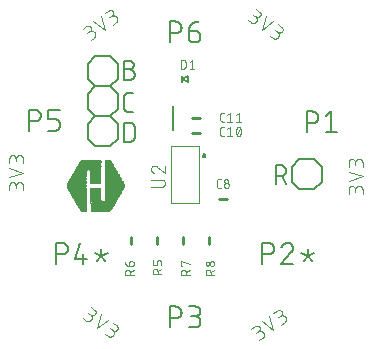
<source format=gbr>
G04 EAGLE Gerber RS-274X export*
G75*
%MOMM*%
%FSLAX34Y34*%
%LPD*%
%INSilkscreen Top*%
%IPPOS*%
%AMOC8*
5,1,8,0,0,1.08239X$1,22.5*%
G01*
%ADD10C,0.152400*%
%ADD11C,0.101600*%
%ADD12C,0.254000*%
%ADD13C,0.076200*%
%ADD14C,0.127000*%
%ADD15C,0.100000*%
%ADD16C,0.200000*%
%ADD17C,0.200000*%
%ADD18R,0.302256X0.017781*%
%ADD19R,1.529081X0.017781*%
%ADD20R,0.017775X0.017781*%
%ADD21R,0.017781X0.017781*%
%ADD22R,0.355600X0.017781*%
%ADD23R,1.582419X0.017781*%
%ADD24R,0.017775X0.017775*%
%ADD25R,0.017781X0.017775*%
%ADD26R,0.391156X0.017775*%
%ADD27R,1.635756X0.017775*%
%ADD28R,0.426719X0.017781*%
%ADD29R,1.653538X0.017781*%
%ADD30R,0.444500X0.017775*%
%ADD31R,1.689100X0.017775*%
%ADD32R,0.462275X0.017781*%
%ADD33R,1.706875X0.017781*%
%ADD34R,0.480056X0.017781*%
%ADD35R,1.724656X0.017781*%
%ADD36R,0.497838X0.017775*%
%ADD37R,1.724656X0.017775*%
%ADD38R,0.497838X0.017781*%
%ADD39R,1.742438X0.017781*%
%ADD40R,0.515619X0.017775*%
%ADD41R,1.760219X0.017775*%
%ADD42R,0.533400X0.017781*%
%ADD43R,1.760219X0.017781*%
%ADD44R,1.778000X0.017781*%
%ADD45R,0.551175X0.017775*%
%ADD46R,1.778000X0.017775*%
%ADD47R,0.551175X0.017781*%
%ADD48R,1.795775X0.017781*%
%ADD49R,0.568956X0.017775*%
%ADD50R,1.813556X0.017775*%
%ADD51R,0.586738X0.017781*%
%ADD52R,1.813556X0.017781*%
%ADD53R,1.831338X0.017781*%
%ADD54R,0.604519X0.017775*%
%ADD55R,1.831338X0.017775*%
%ADD56R,0.604519X0.017781*%
%ADD57R,1.849119X0.017781*%
%ADD58R,0.622300X0.017775*%
%ADD59R,1.849119X0.017775*%
%ADD60R,0.622300X0.017781*%
%ADD61R,1.866900X0.017781*%
%ADD62R,0.640075X0.017781*%
%ADD63R,1.884675X0.017781*%
%ADD64R,0.657856X0.017775*%
%ADD65R,1.884675X0.017775*%
%ADD66R,0.657856X0.017781*%
%ADD67R,1.902456X0.017781*%
%ADD68R,0.675638X0.017775*%
%ADD69R,1.902456X0.017775*%
%ADD70R,0.675638X0.017781*%
%ADD71R,1.920238X0.017781*%
%ADD72R,0.693419X0.017781*%
%ADD73R,1.938019X0.017781*%
%ADD74R,0.693419X0.017775*%
%ADD75R,1.938019X0.017775*%
%ADD76R,0.711200X0.017781*%
%ADD77R,1.955800X0.017781*%
%ADD78R,0.728975X0.017775*%
%ADD79R,1.955800X0.017775*%
%ADD80R,0.728975X0.017781*%
%ADD81R,1.973575X0.017781*%
%ADD82R,0.746756X0.017781*%
%ADD83R,0.746756X0.017775*%
%ADD84R,1.991356X0.017775*%
%ADD85R,0.764538X0.017781*%
%ADD86R,2.009138X0.017781*%
%ADD87R,0.764538X0.017775*%
%ADD88R,2.009138X0.017775*%
%ADD89R,0.782319X0.017781*%
%ADD90R,2.026919X0.017781*%
%ADD91R,0.800100X0.017781*%
%ADD92R,0.800100X0.017775*%
%ADD93R,2.044700X0.017775*%
%ADD94R,0.817875X0.017781*%
%ADD95R,0.817875X0.017775*%
%ADD96R,0.835656X0.017781*%
%ADD97R,2.044700X0.017781*%
%ADD98R,0.853438X0.017781*%
%ADD99R,2.062481X0.017781*%
%ADD100R,0.853438X0.017775*%
%ADD101R,2.080256X0.017775*%
%ADD102R,0.871219X0.017781*%
%ADD103R,2.080256X0.017781*%
%ADD104R,0.871219X0.017775*%
%ADD105R,2.098038X0.017775*%
%ADD106R,0.035556X0.017781*%
%ADD107R,0.889000X0.017781*%
%ADD108R,0.942338X0.017781*%
%ADD109R,1.013456X0.017781*%
%ADD110R,0.906781X0.017781*%
%ADD111R,0.995681X0.017781*%
%ADD112R,0.906775X0.017775*%
%ADD113R,0.889000X0.017775*%
%ADD114R,0.977900X0.017775*%
%ADD115R,0.924556X0.017781*%
%ADD116R,0.960119X0.017781*%
%ADD117R,0.924556X0.017775*%
%ADD118R,0.977900X0.017781*%
%ADD119R,0.960119X0.017775*%
%ADD120R,0.835656X0.017775*%
%ADD121R,0.817881X0.017781*%
%ADD122R,0.817881X0.017775*%
%ADD123R,0.995675X0.017781*%
%ADD124R,1.013456X0.017775*%
%ADD125R,1.031238X0.017781*%
%ADD126R,1.031238X0.017775*%
%ADD127R,1.049019X0.017781*%
%ADD128R,1.066800X0.017775*%
%ADD129R,1.066800X0.017781*%
%ADD130R,1.084575X0.017775*%
%ADD131R,1.084575X0.017781*%
%ADD132R,1.102356X0.017781*%
%ADD133R,1.102356X0.017775*%
%ADD134R,1.120138X0.017781*%
%ADD135R,1.137919X0.017775*%
%ADD136R,1.120138X0.017775*%
%ADD137R,1.137919X0.017781*%
%ADD138R,1.155700X0.017781*%
%ADD139R,1.155700X0.017775*%
%ADD140R,1.173475X0.017781*%
%ADD141R,1.173475X0.017775*%
%ADD142R,1.191256X0.017781*%
%ADD143R,1.209037X0.017781*%
%ADD144R,1.209037X0.017775*%
%ADD145R,1.226819X0.017781*%
%ADD146R,1.226819X0.017775*%
%ADD147R,1.244600X0.017781*%
%ADD148R,1.262375X0.017775*%
%ADD149R,1.244600X0.017775*%
%ADD150R,1.280156X0.017781*%
%ADD151R,1.262375X0.017781*%
%ADD152R,1.280156X0.017775*%
%ADD153R,1.297937X0.017781*%
%ADD154R,1.315719X0.017775*%
%ADD155R,1.297937X0.017775*%
%ADD156R,1.333500X0.017781*%
%ADD157R,1.315719X0.017781*%
%ADD158R,1.333500X0.017775*%
%ADD159R,1.351275X0.017781*%
%ADD160R,1.369056X0.017775*%
%ADD161R,1.351275X0.017775*%
%ADD162R,1.369056X0.017781*%
%ADD163R,1.386838X0.017775*%
%ADD164R,1.404619X0.017781*%
%ADD165R,1.386838X0.017781*%
%ADD166R,1.422400X0.017775*%
%ADD167R,1.404619X0.017775*%
%ADD168R,1.422400X0.017781*%
%ADD169R,1.440175X0.017775*%
%ADD170R,1.440175X0.017781*%
%ADD171R,1.457956X0.017781*%
%ADD172R,1.475738X0.017775*%
%ADD173R,1.457956X0.017775*%
%ADD174R,1.475738X0.017781*%
%ADD175R,1.493519X0.017775*%
%ADD176R,1.493519X0.017781*%
%ADD177R,1.511300X0.017781*%
%ADD178R,1.511300X0.017775*%
%ADD179R,1.529075X0.017781*%
%ADD180R,1.546856X0.017775*%
%ADD181R,0.782319X0.017775*%
%ADD182R,1.529075X0.017775*%
%ADD183R,1.546856X0.017781*%
%ADD184R,1.564638X0.017781*%
%ADD185R,1.564638X0.017775*%
%ADD186R,1.582419X0.017775*%
%ADD187R,1.600200X0.017781*%
%ADD188R,1.600200X0.017775*%
%ADD189R,1.617975X0.017781*%
%ADD190R,1.617975X0.017775*%
%ADD191R,1.049019X0.017775*%
%ADD192R,0.995675X0.017775*%
%ADD193R,0.942338X0.017775*%
%ADD194R,0.906775X0.017781*%
%ADD195R,0.053338X0.017775*%
%ADD196R,2.098038X0.017781*%
%ADD197R,2.026919X0.017775*%
%ADD198R,1.991356X0.017781*%
%ADD199R,1.973581X0.017775*%
%ADD200R,1.973581X0.017781*%
%ADD201R,0.711200X0.017775*%
%ADD202R,1.920238X0.017775*%
%ADD203R,1.884681X0.017781*%
%ADD204R,1.866900X0.017775*%
%ADD205R,0.640075X0.017775*%
%ADD206R,0.586738X0.017775*%
%ADD207R,1.795781X0.017781*%
%ADD208R,0.568956X0.017781*%
%ADD209R,1.795781X0.017775*%
%ADD210R,0.533400X0.017775*%
%ADD211R,0.035563X0.017781*%
%ADD212R,0.071119X0.017781*%
%ADD213R,1.671319X0.017781*%
%ADD214R,0.515619X0.017781*%
%ADD215R,0.124456X0.017775*%
%ADD216R,1.617981X0.017775*%
%ADD217R,0.142238X0.017781*%
%ADD218R,0.177800X0.017775*%
%ADD219R,1.529081X0.017775*%
%ADD220R,0.480056X0.017775*%
%ADD221R,0.213356X0.017781*%
%ADD222R,0.444500X0.017781*%
%ADD223R,0.248919X0.017781*%
%ADD224R,0.088900X0.017781*%
%ADD225R,1.440181X0.017781*%
%ADD226R,0.373375X0.017781*%
%ADD227R,0.284481X0.017775*%
%ADD228R,0.320038X0.017775*%
%ADD229R,0.177800X0.017781*%
%ADD230R,1.351281X0.017781*%
%ADD231R,0.231138X0.017781*%
%ADD232R,0.213356X0.017775*%
%ADD233R,0.320038X0.017781*%
%ADD234R,0.266700X0.017781*%
%ADD235R,1.262381X0.017781*%
%ADD236R,0.284481X0.017781*%
%ADD237R,0.053338X0.017781*%


D10*
X770700Y635268D02*
X775215Y635268D01*
X775215Y635269D02*
X775348Y635267D01*
X775480Y635261D01*
X775612Y635251D01*
X775744Y635238D01*
X775876Y635220D01*
X776006Y635199D01*
X776137Y635174D01*
X776266Y635145D01*
X776394Y635112D01*
X776522Y635076D01*
X776648Y635036D01*
X776773Y634992D01*
X776897Y634944D01*
X777019Y634893D01*
X777140Y634838D01*
X777259Y634780D01*
X777377Y634718D01*
X777492Y634653D01*
X777606Y634584D01*
X777717Y634513D01*
X777826Y634437D01*
X777933Y634359D01*
X778038Y634278D01*
X778140Y634193D01*
X778240Y634106D01*
X778337Y634016D01*
X778432Y633923D01*
X778523Y633827D01*
X778612Y633729D01*
X778698Y633628D01*
X778781Y633524D01*
X778861Y633418D01*
X778937Y633310D01*
X779011Y633200D01*
X779081Y633087D01*
X779148Y632973D01*
X779211Y632856D01*
X779271Y632738D01*
X779328Y632618D01*
X779381Y632496D01*
X779430Y632373D01*
X779476Y632249D01*
X779518Y632123D01*
X779556Y631996D01*
X779591Y631868D01*
X779622Y631739D01*
X779649Y631610D01*
X779672Y631479D01*
X779692Y631348D01*
X779707Y631216D01*
X779719Y631084D01*
X779727Y630952D01*
X779731Y630819D01*
X779731Y630687D01*
X779727Y630554D01*
X779719Y630422D01*
X779707Y630290D01*
X779692Y630158D01*
X779672Y630027D01*
X779649Y629896D01*
X779622Y629767D01*
X779591Y629638D01*
X779556Y629510D01*
X779518Y629383D01*
X779476Y629257D01*
X779430Y629133D01*
X779381Y629010D01*
X779328Y628888D01*
X779271Y628768D01*
X779211Y628650D01*
X779148Y628533D01*
X779081Y628419D01*
X779011Y628306D01*
X778937Y628196D01*
X778861Y628088D01*
X778781Y627982D01*
X778698Y627878D01*
X778612Y627777D01*
X778523Y627679D01*
X778432Y627583D01*
X778337Y627490D01*
X778240Y627400D01*
X778140Y627313D01*
X778038Y627228D01*
X777933Y627147D01*
X777826Y627069D01*
X777717Y626993D01*
X777606Y626922D01*
X777492Y626853D01*
X777377Y626788D01*
X777259Y626726D01*
X777140Y626668D01*
X777019Y626613D01*
X776897Y626562D01*
X776773Y626514D01*
X776648Y626470D01*
X776522Y626430D01*
X776394Y626394D01*
X776266Y626361D01*
X776137Y626332D01*
X776006Y626307D01*
X775876Y626286D01*
X775744Y626268D01*
X775612Y626255D01*
X775480Y626245D01*
X775348Y626239D01*
X775215Y626237D01*
X770700Y626237D01*
X770700Y642493D01*
X775215Y642493D01*
X775334Y642491D01*
X775454Y642485D01*
X775573Y642475D01*
X775691Y642461D01*
X775810Y642444D01*
X775927Y642422D01*
X776044Y642397D01*
X776159Y642367D01*
X776274Y642334D01*
X776388Y642297D01*
X776500Y642257D01*
X776611Y642212D01*
X776720Y642164D01*
X776828Y642113D01*
X776934Y642058D01*
X777038Y641999D01*
X777140Y641937D01*
X777240Y641872D01*
X777338Y641803D01*
X777434Y641731D01*
X777527Y641656D01*
X777617Y641579D01*
X777705Y641498D01*
X777790Y641414D01*
X777872Y641327D01*
X777952Y641238D01*
X778028Y641146D01*
X778102Y641052D01*
X778172Y640955D01*
X778239Y640857D01*
X778303Y640756D01*
X778363Y640652D01*
X778420Y640547D01*
X778473Y640440D01*
X778523Y640332D01*
X778569Y640222D01*
X778611Y640110D01*
X778650Y639997D01*
X778685Y639883D01*
X778716Y639768D01*
X778744Y639651D01*
X778767Y639534D01*
X778787Y639417D01*
X778803Y639298D01*
X778815Y639179D01*
X778823Y639060D01*
X778827Y638941D01*
X778827Y638821D01*
X778823Y638702D01*
X778815Y638583D01*
X778803Y638464D01*
X778787Y638345D01*
X778767Y638228D01*
X778744Y638111D01*
X778716Y637994D01*
X778685Y637879D01*
X778650Y637765D01*
X778611Y637652D01*
X778569Y637540D01*
X778523Y637430D01*
X778473Y637322D01*
X778420Y637215D01*
X778363Y637110D01*
X778303Y637006D01*
X778239Y636905D01*
X778172Y636807D01*
X778102Y636710D01*
X778028Y636616D01*
X777952Y636524D01*
X777872Y636435D01*
X777790Y636348D01*
X777705Y636264D01*
X777617Y636183D01*
X777527Y636106D01*
X777434Y636031D01*
X777338Y635959D01*
X777240Y635890D01*
X777140Y635825D01*
X777038Y635763D01*
X776934Y635704D01*
X776828Y635649D01*
X776720Y635598D01*
X776611Y635550D01*
X776500Y635505D01*
X776388Y635465D01*
X776274Y635428D01*
X776159Y635395D01*
X776044Y635365D01*
X775927Y635340D01*
X775810Y635318D01*
X775691Y635301D01*
X775573Y635287D01*
X775454Y635277D01*
X775334Y635271D01*
X775215Y635269D01*
X774312Y599250D02*
X777924Y599250D01*
X774312Y599250D02*
X774194Y599252D01*
X774076Y599258D01*
X773958Y599267D01*
X773841Y599281D01*
X773724Y599298D01*
X773607Y599319D01*
X773492Y599344D01*
X773377Y599373D01*
X773263Y599406D01*
X773151Y599442D01*
X773040Y599482D01*
X772930Y599525D01*
X772821Y599572D01*
X772714Y599622D01*
X772609Y599677D01*
X772506Y599734D01*
X772405Y599795D01*
X772305Y599859D01*
X772208Y599926D01*
X772113Y599996D01*
X772021Y600070D01*
X771930Y600146D01*
X771843Y600226D01*
X771758Y600308D01*
X771676Y600393D01*
X771596Y600480D01*
X771520Y600571D01*
X771446Y600663D01*
X771376Y600758D01*
X771309Y600855D01*
X771245Y600955D01*
X771184Y601056D01*
X771127Y601159D01*
X771072Y601264D01*
X771022Y601371D01*
X770975Y601480D01*
X770932Y601590D01*
X770892Y601701D01*
X770856Y601813D01*
X770823Y601927D01*
X770794Y602042D01*
X770769Y602157D01*
X770748Y602274D01*
X770731Y602391D01*
X770717Y602508D01*
X770708Y602626D01*
X770702Y602744D01*
X770700Y602862D01*
X770700Y611893D01*
X770702Y612011D01*
X770708Y612129D01*
X770717Y612247D01*
X770731Y612364D01*
X770748Y612481D01*
X770769Y612598D01*
X770794Y612713D01*
X770823Y612828D01*
X770856Y612942D01*
X770892Y613054D01*
X770932Y613165D01*
X770975Y613275D01*
X771022Y613384D01*
X771072Y613491D01*
X771126Y613596D01*
X771184Y613699D01*
X771245Y613800D01*
X771309Y613900D01*
X771376Y613997D01*
X771446Y614092D01*
X771520Y614184D01*
X771596Y614275D01*
X771676Y614362D01*
X771758Y614447D01*
X771843Y614529D01*
X771930Y614609D01*
X772021Y614685D01*
X772113Y614759D01*
X772208Y614829D01*
X772305Y614896D01*
X772405Y614960D01*
X772506Y615021D01*
X772609Y615078D01*
X772714Y615132D01*
X772821Y615183D01*
X772930Y615230D01*
X773040Y615273D01*
X773151Y615313D01*
X773263Y615349D01*
X773377Y615382D01*
X773492Y615411D01*
X773607Y615436D01*
X773724Y615457D01*
X773841Y615474D01*
X773958Y615488D01*
X774076Y615497D01*
X774194Y615503D01*
X774312Y615505D01*
X774312Y615506D02*
X777924Y615506D01*
X770700Y590106D02*
X770700Y573850D01*
X770700Y590106D02*
X775215Y590106D01*
X775346Y590104D01*
X775478Y590098D01*
X775609Y590089D01*
X775739Y590075D01*
X775870Y590058D01*
X775999Y590037D01*
X776128Y590013D01*
X776256Y589984D01*
X776384Y589952D01*
X776510Y589916D01*
X776635Y589877D01*
X776760Y589834D01*
X776882Y589787D01*
X777004Y589737D01*
X777124Y589683D01*
X777242Y589626D01*
X777358Y589565D01*
X777473Y589501D01*
X777586Y589434D01*
X777697Y589363D01*
X777805Y589289D01*
X777912Y589212D01*
X778016Y589132D01*
X778118Y589049D01*
X778217Y588964D01*
X778314Y588875D01*
X778408Y588783D01*
X778500Y588689D01*
X778589Y588592D01*
X778674Y588493D01*
X778757Y588391D01*
X778837Y588287D01*
X778914Y588180D01*
X778988Y588072D01*
X779059Y587961D01*
X779126Y587848D01*
X779190Y587733D01*
X779251Y587617D01*
X779308Y587499D01*
X779362Y587379D01*
X779412Y587257D01*
X779459Y587135D01*
X779502Y587010D01*
X779541Y586885D01*
X779577Y586759D01*
X779609Y586631D01*
X779638Y586503D01*
X779662Y586374D01*
X779683Y586245D01*
X779700Y586114D01*
X779714Y585984D01*
X779723Y585853D01*
X779729Y585721D01*
X779731Y585590D01*
X779731Y578365D01*
X779729Y578234D01*
X779723Y578102D01*
X779714Y577971D01*
X779700Y577841D01*
X779683Y577710D01*
X779662Y577581D01*
X779638Y577452D01*
X779609Y577324D01*
X779577Y577196D01*
X779541Y577070D01*
X779502Y576945D01*
X779459Y576820D01*
X779412Y576698D01*
X779362Y576576D01*
X779308Y576456D01*
X779251Y576338D01*
X779190Y576222D01*
X779126Y576107D01*
X779059Y575994D01*
X778988Y575883D01*
X778914Y575775D01*
X778837Y575668D01*
X778757Y575564D01*
X778674Y575462D01*
X778589Y575363D01*
X778500Y575266D01*
X778408Y575172D01*
X778314Y575080D01*
X778217Y574991D01*
X778118Y574906D01*
X778016Y574823D01*
X777912Y574743D01*
X777805Y574666D01*
X777697Y574592D01*
X777586Y574521D01*
X777473Y574454D01*
X777358Y574390D01*
X777242Y574329D01*
X777124Y574272D01*
X777004Y574218D01*
X776882Y574168D01*
X776760Y574121D01*
X776635Y574078D01*
X776510Y574039D01*
X776384Y574003D01*
X776256Y573971D01*
X776128Y573942D01*
X775999Y573918D01*
X775869Y573897D01*
X775739Y573880D01*
X775609Y573866D01*
X775478Y573857D01*
X775346Y573851D01*
X775215Y573849D01*
X775215Y573850D02*
X770700Y573850D01*
D11*
X685292Y536258D02*
X685292Y533012D01*
X685292Y536258D02*
X685290Y536371D01*
X685284Y536484D01*
X685274Y536597D01*
X685260Y536710D01*
X685243Y536822D01*
X685221Y536933D01*
X685196Y537043D01*
X685166Y537153D01*
X685133Y537261D01*
X685096Y537368D01*
X685056Y537474D01*
X685011Y537578D01*
X684963Y537681D01*
X684912Y537782D01*
X684857Y537881D01*
X684799Y537978D01*
X684737Y538073D01*
X684672Y538166D01*
X684604Y538256D01*
X684533Y538344D01*
X684458Y538430D01*
X684381Y538513D01*
X684301Y538593D01*
X684218Y538670D01*
X684132Y538745D01*
X684044Y538816D01*
X683954Y538884D01*
X683861Y538949D01*
X683766Y539011D01*
X683669Y539069D01*
X683570Y539124D01*
X683469Y539175D01*
X683366Y539223D01*
X683262Y539268D01*
X683156Y539308D01*
X683049Y539345D01*
X682941Y539378D01*
X682831Y539408D01*
X682721Y539433D01*
X682610Y539455D01*
X682498Y539472D01*
X682385Y539486D01*
X682272Y539496D01*
X682159Y539502D01*
X682046Y539504D01*
X681933Y539502D01*
X681820Y539496D01*
X681707Y539486D01*
X681594Y539472D01*
X681482Y539455D01*
X681371Y539433D01*
X681261Y539408D01*
X681151Y539378D01*
X681043Y539345D01*
X680936Y539308D01*
X680830Y539268D01*
X680726Y539223D01*
X680623Y539175D01*
X680522Y539124D01*
X680423Y539069D01*
X680326Y539011D01*
X680231Y538949D01*
X680138Y538884D01*
X680048Y538816D01*
X679960Y538745D01*
X679874Y538670D01*
X679791Y538593D01*
X679711Y538513D01*
X679634Y538430D01*
X679559Y538344D01*
X679488Y538256D01*
X679420Y538166D01*
X679355Y538073D01*
X679293Y537978D01*
X679235Y537881D01*
X679180Y537782D01*
X679129Y537681D01*
X679081Y537578D01*
X679036Y537474D01*
X678996Y537368D01*
X678959Y537261D01*
X678926Y537153D01*
X678896Y537043D01*
X678871Y536933D01*
X678849Y536822D01*
X678832Y536710D01*
X678818Y536597D01*
X678808Y536484D01*
X678802Y536371D01*
X678800Y536258D01*
X673608Y536907D02*
X673608Y533012D01*
X673608Y536907D02*
X673610Y537008D01*
X673616Y537108D01*
X673626Y537208D01*
X673639Y537308D01*
X673657Y537407D01*
X673678Y537506D01*
X673703Y537603D01*
X673732Y537700D01*
X673765Y537795D01*
X673801Y537889D01*
X673841Y537981D01*
X673884Y538072D01*
X673931Y538161D01*
X673981Y538248D01*
X674035Y538334D01*
X674092Y538417D01*
X674152Y538497D01*
X674215Y538576D01*
X674282Y538652D01*
X674351Y538725D01*
X674423Y538795D01*
X674497Y538863D01*
X674574Y538928D01*
X674654Y538989D01*
X674736Y539048D01*
X674820Y539103D01*
X674906Y539155D01*
X674994Y539204D01*
X675084Y539249D01*
X675176Y539291D01*
X675269Y539329D01*
X675364Y539363D01*
X675459Y539394D01*
X675556Y539421D01*
X675654Y539444D01*
X675753Y539464D01*
X675853Y539479D01*
X675953Y539491D01*
X676053Y539499D01*
X676154Y539503D01*
X676254Y539503D01*
X676355Y539499D01*
X676455Y539491D01*
X676555Y539479D01*
X676655Y539464D01*
X676754Y539444D01*
X676852Y539421D01*
X676949Y539394D01*
X677044Y539363D01*
X677139Y539329D01*
X677232Y539291D01*
X677324Y539249D01*
X677414Y539204D01*
X677502Y539155D01*
X677588Y539103D01*
X677672Y539048D01*
X677754Y538989D01*
X677834Y538928D01*
X677911Y538863D01*
X677985Y538795D01*
X678057Y538725D01*
X678126Y538652D01*
X678193Y538576D01*
X678256Y538497D01*
X678316Y538417D01*
X678373Y538334D01*
X678427Y538248D01*
X678477Y538161D01*
X678524Y538072D01*
X678567Y537981D01*
X678607Y537889D01*
X678643Y537795D01*
X678676Y537700D01*
X678705Y537603D01*
X678730Y537506D01*
X678751Y537407D01*
X678769Y537308D01*
X678782Y537208D01*
X678792Y537108D01*
X678798Y537008D01*
X678800Y536907D01*
X678801Y536907D02*
X678801Y534310D01*
X673608Y543793D02*
X685292Y547688D01*
X673608Y551582D01*
X685292Y555872D02*
X685292Y559117D01*
X685290Y559230D01*
X685284Y559343D01*
X685274Y559456D01*
X685260Y559569D01*
X685243Y559681D01*
X685221Y559792D01*
X685196Y559902D01*
X685166Y560012D01*
X685133Y560120D01*
X685096Y560227D01*
X685056Y560333D01*
X685011Y560437D01*
X684963Y560540D01*
X684912Y560641D01*
X684857Y560740D01*
X684799Y560837D01*
X684737Y560932D01*
X684672Y561025D01*
X684604Y561115D01*
X684533Y561203D01*
X684458Y561289D01*
X684381Y561372D01*
X684301Y561452D01*
X684218Y561529D01*
X684132Y561604D01*
X684044Y561675D01*
X683954Y561743D01*
X683861Y561808D01*
X683766Y561870D01*
X683669Y561928D01*
X683570Y561983D01*
X683469Y562034D01*
X683366Y562082D01*
X683262Y562127D01*
X683156Y562167D01*
X683049Y562204D01*
X682941Y562237D01*
X682831Y562267D01*
X682721Y562292D01*
X682610Y562314D01*
X682498Y562331D01*
X682385Y562345D01*
X682272Y562355D01*
X682159Y562361D01*
X682046Y562363D01*
X681933Y562361D01*
X681820Y562355D01*
X681707Y562345D01*
X681594Y562331D01*
X681482Y562314D01*
X681371Y562292D01*
X681261Y562267D01*
X681151Y562237D01*
X681043Y562204D01*
X680936Y562167D01*
X680830Y562127D01*
X680726Y562082D01*
X680623Y562034D01*
X680522Y561983D01*
X680423Y561928D01*
X680326Y561870D01*
X680231Y561808D01*
X680138Y561743D01*
X680048Y561675D01*
X679960Y561604D01*
X679874Y561529D01*
X679791Y561452D01*
X679711Y561372D01*
X679634Y561289D01*
X679559Y561203D01*
X679488Y561115D01*
X679420Y561025D01*
X679355Y560932D01*
X679293Y560837D01*
X679235Y560740D01*
X679180Y560641D01*
X679129Y560540D01*
X679081Y560437D01*
X679036Y560333D01*
X678996Y560227D01*
X678959Y560120D01*
X678926Y560012D01*
X678896Y559902D01*
X678871Y559792D01*
X678849Y559681D01*
X678832Y559569D01*
X678818Y559456D01*
X678808Y559343D01*
X678802Y559230D01*
X678800Y559117D01*
X673608Y559767D02*
X673608Y555872D01*
X673608Y559767D02*
X673610Y559868D01*
X673616Y559968D01*
X673626Y560068D01*
X673639Y560168D01*
X673657Y560267D01*
X673678Y560366D01*
X673703Y560463D01*
X673732Y560560D01*
X673765Y560655D01*
X673801Y560749D01*
X673841Y560841D01*
X673884Y560932D01*
X673931Y561021D01*
X673981Y561108D01*
X674035Y561194D01*
X674092Y561277D01*
X674152Y561357D01*
X674215Y561436D01*
X674282Y561512D01*
X674351Y561585D01*
X674423Y561655D01*
X674497Y561723D01*
X674574Y561788D01*
X674654Y561849D01*
X674736Y561908D01*
X674820Y561963D01*
X674906Y562015D01*
X674994Y562064D01*
X675084Y562109D01*
X675176Y562151D01*
X675269Y562189D01*
X675364Y562223D01*
X675459Y562254D01*
X675556Y562281D01*
X675654Y562304D01*
X675753Y562324D01*
X675853Y562339D01*
X675953Y562351D01*
X676053Y562359D01*
X676154Y562363D01*
X676254Y562363D01*
X676355Y562359D01*
X676455Y562351D01*
X676555Y562339D01*
X676655Y562324D01*
X676754Y562304D01*
X676852Y562281D01*
X676949Y562254D01*
X677044Y562223D01*
X677139Y562189D01*
X677232Y562151D01*
X677324Y562109D01*
X677414Y562064D01*
X677502Y562015D01*
X677588Y561963D01*
X677672Y561908D01*
X677754Y561849D01*
X677834Y561788D01*
X677911Y561723D01*
X677985Y561655D01*
X678057Y561585D01*
X678126Y561512D01*
X678193Y561436D01*
X678256Y561357D01*
X678316Y561277D01*
X678373Y561194D01*
X678427Y561108D01*
X678477Y561021D01*
X678524Y560932D01*
X678567Y560841D01*
X678607Y560749D01*
X678643Y560655D01*
X678676Y560560D01*
X678705Y560463D01*
X678730Y560366D01*
X678751Y560267D01*
X678769Y560168D01*
X678782Y560068D01*
X678792Y559968D01*
X678798Y559868D01*
X678800Y559767D01*
X678801Y559767D02*
X678801Y557170D01*
X972630Y533083D02*
X972630Y529837D01*
X972630Y533083D02*
X972628Y533196D01*
X972622Y533309D01*
X972612Y533422D01*
X972598Y533535D01*
X972581Y533647D01*
X972559Y533758D01*
X972534Y533868D01*
X972504Y533978D01*
X972471Y534086D01*
X972434Y534193D01*
X972394Y534299D01*
X972349Y534403D01*
X972301Y534506D01*
X972250Y534607D01*
X972195Y534706D01*
X972137Y534803D01*
X972075Y534898D01*
X972010Y534991D01*
X971942Y535081D01*
X971871Y535169D01*
X971796Y535255D01*
X971719Y535338D01*
X971639Y535418D01*
X971556Y535495D01*
X971470Y535570D01*
X971382Y535641D01*
X971292Y535709D01*
X971199Y535774D01*
X971104Y535836D01*
X971007Y535894D01*
X970908Y535949D01*
X970807Y536000D01*
X970704Y536048D01*
X970600Y536093D01*
X970494Y536133D01*
X970387Y536170D01*
X970279Y536203D01*
X970169Y536233D01*
X970059Y536258D01*
X969948Y536280D01*
X969836Y536297D01*
X969723Y536311D01*
X969610Y536321D01*
X969497Y536327D01*
X969384Y536329D01*
X969271Y536327D01*
X969158Y536321D01*
X969045Y536311D01*
X968932Y536297D01*
X968820Y536280D01*
X968709Y536258D01*
X968599Y536233D01*
X968489Y536203D01*
X968381Y536170D01*
X968274Y536133D01*
X968168Y536093D01*
X968064Y536048D01*
X967961Y536000D01*
X967860Y535949D01*
X967761Y535894D01*
X967664Y535836D01*
X967569Y535774D01*
X967476Y535709D01*
X967386Y535641D01*
X967298Y535570D01*
X967212Y535495D01*
X967129Y535418D01*
X967049Y535338D01*
X966972Y535255D01*
X966897Y535169D01*
X966826Y535081D01*
X966758Y534991D01*
X966693Y534898D01*
X966631Y534803D01*
X966573Y534706D01*
X966518Y534607D01*
X966467Y534506D01*
X966419Y534403D01*
X966374Y534299D01*
X966334Y534193D01*
X966297Y534086D01*
X966264Y533978D01*
X966234Y533868D01*
X966209Y533758D01*
X966187Y533647D01*
X966170Y533535D01*
X966156Y533422D01*
X966146Y533309D01*
X966140Y533196D01*
X966138Y533083D01*
X960946Y533732D02*
X960946Y529837D01*
X960946Y533732D02*
X960948Y533833D01*
X960954Y533933D01*
X960964Y534033D01*
X960977Y534133D01*
X960995Y534232D01*
X961016Y534331D01*
X961041Y534428D01*
X961070Y534525D01*
X961103Y534620D01*
X961139Y534714D01*
X961179Y534806D01*
X961222Y534897D01*
X961269Y534986D01*
X961319Y535073D01*
X961373Y535159D01*
X961430Y535242D01*
X961490Y535322D01*
X961553Y535401D01*
X961620Y535477D01*
X961689Y535550D01*
X961761Y535620D01*
X961835Y535688D01*
X961912Y535753D01*
X961992Y535814D01*
X962074Y535873D01*
X962158Y535928D01*
X962244Y535980D01*
X962332Y536029D01*
X962422Y536074D01*
X962514Y536116D01*
X962607Y536154D01*
X962702Y536188D01*
X962797Y536219D01*
X962894Y536246D01*
X962992Y536269D01*
X963091Y536289D01*
X963191Y536304D01*
X963291Y536316D01*
X963391Y536324D01*
X963492Y536328D01*
X963592Y536328D01*
X963693Y536324D01*
X963793Y536316D01*
X963893Y536304D01*
X963993Y536289D01*
X964092Y536269D01*
X964190Y536246D01*
X964287Y536219D01*
X964382Y536188D01*
X964477Y536154D01*
X964570Y536116D01*
X964662Y536074D01*
X964752Y536029D01*
X964840Y535980D01*
X964926Y535928D01*
X965010Y535873D01*
X965092Y535814D01*
X965172Y535753D01*
X965249Y535688D01*
X965323Y535620D01*
X965395Y535550D01*
X965464Y535477D01*
X965531Y535401D01*
X965594Y535322D01*
X965654Y535242D01*
X965711Y535159D01*
X965765Y535073D01*
X965815Y534986D01*
X965862Y534897D01*
X965905Y534806D01*
X965945Y534714D01*
X965981Y534620D01*
X966014Y534525D01*
X966043Y534428D01*
X966068Y534331D01*
X966089Y534232D01*
X966107Y534133D01*
X966120Y534033D01*
X966130Y533933D01*
X966136Y533833D01*
X966138Y533732D01*
X966138Y531135D01*
X960946Y540618D02*
X972630Y544513D01*
X960946Y548407D01*
X972630Y552697D02*
X972630Y555942D01*
X972628Y556055D01*
X972622Y556168D01*
X972612Y556281D01*
X972598Y556394D01*
X972581Y556506D01*
X972559Y556617D01*
X972534Y556727D01*
X972504Y556837D01*
X972471Y556945D01*
X972434Y557052D01*
X972394Y557158D01*
X972349Y557262D01*
X972301Y557365D01*
X972250Y557466D01*
X972195Y557565D01*
X972137Y557662D01*
X972075Y557757D01*
X972010Y557850D01*
X971942Y557940D01*
X971871Y558028D01*
X971796Y558114D01*
X971719Y558197D01*
X971639Y558277D01*
X971556Y558354D01*
X971470Y558429D01*
X971382Y558500D01*
X971292Y558568D01*
X971199Y558633D01*
X971104Y558695D01*
X971007Y558753D01*
X970908Y558808D01*
X970807Y558859D01*
X970704Y558907D01*
X970600Y558952D01*
X970494Y558992D01*
X970387Y559029D01*
X970279Y559062D01*
X970169Y559092D01*
X970059Y559117D01*
X969948Y559139D01*
X969836Y559156D01*
X969723Y559170D01*
X969610Y559180D01*
X969497Y559186D01*
X969384Y559188D01*
X969271Y559186D01*
X969158Y559180D01*
X969045Y559170D01*
X968932Y559156D01*
X968820Y559139D01*
X968709Y559117D01*
X968599Y559092D01*
X968489Y559062D01*
X968381Y559029D01*
X968274Y558992D01*
X968168Y558952D01*
X968064Y558907D01*
X967961Y558859D01*
X967860Y558808D01*
X967761Y558753D01*
X967664Y558695D01*
X967569Y558633D01*
X967476Y558568D01*
X967386Y558500D01*
X967298Y558429D01*
X967212Y558354D01*
X967129Y558277D01*
X967049Y558197D01*
X966972Y558114D01*
X966897Y558028D01*
X966826Y557940D01*
X966758Y557850D01*
X966693Y557757D01*
X966631Y557662D01*
X966573Y557565D01*
X966518Y557466D01*
X966467Y557365D01*
X966419Y557262D01*
X966374Y557158D01*
X966334Y557052D01*
X966297Y556945D01*
X966264Y556837D01*
X966234Y556727D01*
X966209Y556617D01*
X966187Y556506D01*
X966170Y556394D01*
X966156Y556281D01*
X966146Y556168D01*
X966140Y556055D01*
X966138Y555942D01*
X960946Y556592D02*
X960946Y552697D01*
X960946Y556592D02*
X960948Y556693D01*
X960954Y556793D01*
X960964Y556893D01*
X960977Y556993D01*
X960995Y557092D01*
X961016Y557191D01*
X961041Y557288D01*
X961070Y557385D01*
X961103Y557480D01*
X961139Y557574D01*
X961179Y557666D01*
X961222Y557757D01*
X961269Y557846D01*
X961319Y557933D01*
X961373Y558019D01*
X961430Y558102D01*
X961490Y558182D01*
X961553Y558261D01*
X961620Y558337D01*
X961689Y558410D01*
X961761Y558480D01*
X961835Y558548D01*
X961912Y558613D01*
X961992Y558674D01*
X962074Y558733D01*
X962158Y558788D01*
X962244Y558840D01*
X962332Y558889D01*
X962422Y558934D01*
X962514Y558976D01*
X962607Y559014D01*
X962702Y559048D01*
X962797Y559079D01*
X962894Y559106D01*
X962992Y559129D01*
X963091Y559149D01*
X963191Y559164D01*
X963291Y559176D01*
X963391Y559184D01*
X963492Y559188D01*
X963592Y559188D01*
X963693Y559184D01*
X963793Y559176D01*
X963893Y559164D01*
X963993Y559149D01*
X964092Y559129D01*
X964190Y559106D01*
X964287Y559079D01*
X964382Y559048D01*
X964477Y559014D01*
X964570Y558976D01*
X964662Y558934D01*
X964752Y558889D01*
X964840Y558840D01*
X964926Y558788D01*
X965010Y558733D01*
X965092Y558674D01*
X965172Y558613D01*
X965249Y558548D01*
X965323Y558480D01*
X965395Y558410D01*
X965464Y558337D01*
X965531Y558261D01*
X965594Y558182D01*
X965654Y558102D01*
X965711Y558019D01*
X965765Y557933D01*
X965815Y557846D01*
X965862Y557757D01*
X965905Y557666D01*
X965945Y557574D01*
X965981Y557480D01*
X966014Y557385D01*
X966043Y557288D01*
X966068Y557191D01*
X966089Y557092D01*
X966107Y556993D01*
X966120Y556893D01*
X966130Y556793D01*
X966136Y556693D01*
X966138Y556592D01*
X966138Y553995D01*
X738174Y422458D02*
X735515Y424320D01*
X738173Y422458D02*
X738267Y422395D01*
X738363Y422335D01*
X738461Y422278D01*
X738561Y422225D01*
X738663Y422175D01*
X738767Y422129D01*
X738872Y422087D01*
X738978Y422048D01*
X739086Y422013D01*
X739195Y421982D01*
X739305Y421954D01*
X739416Y421931D01*
X739527Y421911D01*
X739639Y421895D01*
X739752Y421883D01*
X739865Y421875D01*
X739978Y421871D01*
X740092Y421871D01*
X740205Y421875D01*
X740318Y421883D01*
X740431Y421895D01*
X740543Y421911D01*
X740654Y421931D01*
X740765Y421954D01*
X740875Y421982D01*
X740984Y422013D01*
X741092Y422048D01*
X741198Y422087D01*
X741303Y422129D01*
X741407Y422175D01*
X741509Y422225D01*
X741609Y422278D01*
X741707Y422335D01*
X741803Y422395D01*
X741897Y422458D01*
X741988Y422525D01*
X742078Y422594D01*
X742165Y422667D01*
X742249Y422743D01*
X742330Y422822D01*
X742409Y422903D01*
X742485Y422987D01*
X742558Y423074D01*
X742627Y423164D01*
X742694Y423255D01*
X742757Y423349D01*
X742817Y423445D01*
X742874Y423543D01*
X742927Y423643D01*
X742977Y423745D01*
X743023Y423849D01*
X743065Y423954D01*
X743104Y424060D01*
X743139Y424168D01*
X743170Y424277D01*
X743198Y424387D01*
X743221Y424498D01*
X743241Y424609D01*
X743257Y424721D01*
X743269Y424834D01*
X743277Y424947D01*
X743281Y425060D01*
X743281Y425174D01*
X743277Y425287D01*
X743269Y425400D01*
X743257Y425513D01*
X743241Y425625D01*
X743221Y425736D01*
X743198Y425847D01*
X743170Y425957D01*
X743139Y426066D01*
X743104Y426174D01*
X743065Y426280D01*
X743023Y426385D01*
X742977Y426489D01*
X742927Y426591D01*
X742874Y426691D01*
X742817Y426789D01*
X742757Y426885D01*
X742694Y426979D01*
X742627Y427070D01*
X742558Y427160D01*
X742485Y427247D01*
X742409Y427331D01*
X742330Y427412D01*
X742249Y427491D01*
X742165Y427567D01*
X742078Y427640D01*
X741989Y427709D01*
X741897Y427776D01*
X745407Y431657D02*
X742217Y433890D01*
X745407Y431657D02*
X745488Y431597D01*
X745567Y431535D01*
X745644Y431469D01*
X745718Y431401D01*
X745789Y431330D01*
X745857Y431256D01*
X745923Y431179D01*
X745985Y431100D01*
X746045Y431019D01*
X746101Y430935D01*
X746154Y430850D01*
X746203Y430762D01*
X746249Y430673D01*
X746292Y430581D01*
X746331Y430488D01*
X746366Y430394D01*
X746398Y430299D01*
X746426Y430202D01*
X746450Y430104D01*
X746470Y430006D01*
X746487Y429906D01*
X746499Y429806D01*
X746508Y429706D01*
X746513Y429606D01*
X746514Y429505D01*
X746511Y429404D01*
X746504Y429304D01*
X746493Y429204D01*
X746479Y429104D01*
X746460Y429005D01*
X746438Y428907D01*
X746412Y428810D01*
X746382Y428713D01*
X746349Y428619D01*
X746312Y428525D01*
X746271Y428433D01*
X746226Y428342D01*
X746179Y428254D01*
X746127Y428167D01*
X746073Y428083D01*
X746015Y428000D01*
X745954Y427920D01*
X745890Y427842D01*
X745823Y427767D01*
X745754Y427694D01*
X745681Y427625D01*
X745606Y427558D01*
X745528Y427494D01*
X745448Y427433D01*
X745365Y427375D01*
X745281Y427321D01*
X745194Y427269D01*
X745106Y427222D01*
X745015Y427177D01*
X744923Y427136D01*
X744829Y427099D01*
X744735Y427066D01*
X744638Y427036D01*
X744541Y427010D01*
X744443Y426988D01*
X744344Y426969D01*
X744244Y426955D01*
X744144Y426944D01*
X744044Y426937D01*
X743943Y426934D01*
X743842Y426935D01*
X743742Y426940D01*
X743642Y426949D01*
X743542Y426961D01*
X743442Y426978D01*
X743344Y426998D01*
X743246Y427022D01*
X743149Y427050D01*
X743054Y427082D01*
X742960Y427117D01*
X742867Y427156D01*
X742775Y427199D01*
X742686Y427245D01*
X742598Y427294D01*
X742513Y427347D01*
X742429Y427403D01*
X740302Y428892D01*
X751048Y427707D02*
X747537Y415902D01*
X757429Y423239D01*
X754241Y411208D02*
X756899Y409346D01*
X756993Y409283D01*
X757089Y409223D01*
X757187Y409166D01*
X757287Y409113D01*
X757389Y409063D01*
X757493Y409017D01*
X757598Y408975D01*
X757704Y408936D01*
X757812Y408901D01*
X757921Y408870D01*
X758031Y408842D01*
X758142Y408819D01*
X758253Y408799D01*
X758365Y408783D01*
X758478Y408771D01*
X758591Y408763D01*
X758704Y408759D01*
X758818Y408759D01*
X758931Y408763D01*
X759044Y408771D01*
X759157Y408783D01*
X759269Y408799D01*
X759380Y408819D01*
X759491Y408842D01*
X759601Y408870D01*
X759710Y408901D01*
X759818Y408936D01*
X759924Y408975D01*
X760029Y409017D01*
X760133Y409063D01*
X760235Y409113D01*
X760335Y409166D01*
X760433Y409223D01*
X760529Y409283D01*
X760623Y409346D01*
X760714Y409413D01*
X760804Y409482D01*
X760891Y409555D01*
X760975Y409631D01*
X761056Y409710D01*
X761135Y409791D01*
X761211Y409875D01*
X761284Y409962D01*
X761353Y410052D01*
X761420Y410143D01*
X761483Y410237D01*
X761543Y410333D01*
X761600Y410431D01*
X761653Y410531D01*
X761703Y410633D01*
X761749Y410737D01*
X761791Y410842D01*
X761830Y410948D01*
X761865Y411056D01*
X761896Y411165D01*
X761924Y411275D01*
X761947Y411386D01*
X761967Y411497D01*
X761983Y411609D01*
X761995Y411722D01*
X762003Y411835D01*
X762007Y411948D01*
X762007Y412062D01*
X762003Y412175D01*
X761995Y412288D01*
X761983Y412401D01*
X761967Y412513D01*
X761947Y412624D01*
X761924Y412735D01*
X761896Y412845D01*
X761865Y412954D01*
X761830Y413062D01*
X761791Y413168D01*
X761749Y413273D01*
X761703Y413377D01*
X761653Y413479D01*
X761600Y413579D01*
X761543Y413677D01*
X761483Y413773D01*
X761420Y413867D01*
X761353Y413958D01*
X761284Y414048D01*
X761211Y414135D01*
X761135Y414219D01*
X761056Y414300D01*
X760975Y414379D01*
X760891Y414455D01*
X760804Y414528D01*
X760715Y414597D01*
X760623Y414664D01*
X764133Y418545D02*
X760943Y420778D01*
X764133Y418545D02*
X764214Y418485D01*
X764293Y418423D01*
X764370Y418357D01*
X764444Y418289D01*
X764515Y418218D01*
X764583Y418144D01*
X764649Y418067D01*
X764711Y417988D01*
X764771Y417907D01*
X764827Y417823D01*
X764880Y417738D01*
X764929Y417650D01*
X764975Y417561D01*
X765018Y417469D01*
X765057Y417376D01*
X765092Y417282D01*
X765124Y417187D01*
X765152Y417090D01*
X765176Y416992D01*
X765196Y416894D01*
X765213Y416794D01*
X765225Y416694D01*
X765234Y416594D01*
X765239Y416494D01*
X765240Y416393D01*
X765237Y416292D01*
X765230Y416192D01*
X765219Y416092D01*
X765205Y415992D01*
X765186Y415893D01*
X765164Y415795D01*
X765138Y415698D01*
X765108Y415601D01*
X765075Y415507D01*
X765038Y415413D01*
X764997Y415321D01*
X764952Y415230D01*
X764905Y415142D01*
X764853Y415055D01*
X764799Y414971D01*
X764741Y414888D01*
X764680Y414808D01*
X764616Y414730D01*
X764549Y414655D01*
X764480Y414582D01*
X764407Y414513D01*
X764332Y414446D01*
X764254Y414382D01*
X764174Y414321D01*
X764091Y414263D01*
X764007Y414209D01*
X763920Y414157D01*
X763832Y414110D01*
X763741Y414065D01*
X763649Y414024D01*
X763555Y413987D01*
X763461Y413954D01*
X763364Y413924D01*
X763267Y413898D01*
X763169Y413876D01*
X763070Y413857D01*
X762970Y413843D01*
X762870Y413832D01*
X762770Y413825D01*
X762669Y413822D01*
X762568Y413823D01*
X762468Y413828D01*
X762368Y413837D01*
X762268Y413849D01*
X762168Y413866D01*
X762070Y413886D01*
X761972Y413910D01*
X761875Y413938D01*
X761780Y413970D01*
X761686Y414005D01*
X761593Y414044D01*
X761501Y414087D01*
X761412Y414133D01*
X761324Y414182D01*
X761239Y414235D01*
X761155Y414291D01*
X761154Y414291D02*
X759027Y415780D01*
X885092Y405897D02*
X887750Y407759D01*
X887751Y407758D02*
X887842Y407825D01*
X887932Y407894D01*
X888019Y407967D01*
X888103Y408043D01*
X888184Y408122D01*
X888263Y408203D01*
X888339Y408287D01*
X888412Y408374D01*
X888481Y408464D01*
X888548Y408555D01*
X888611Y408649D01*
X888671Y408745D01*
X888728Y408843D01*
X888781Y408943D01*
X888831Y409045D01*
X888877Y409149D01*
X888919Y409254D01*
X888958Y409360D01*
X888993Y409468D01*
X889024Y409577D01*
X889052Y409687D01*
X889075Y409798D01*
X889095Y409909D01*
X889111Y410021D01*
X889123Y410134D01*
X889131Y410247D01*
X889135Y410360D01*
X889135Y410474D01*
X889131Y410587D01*
X889123Y410700D01*
X889111Y410813D01*
X889095Y410925D01*
X889075Y411036D01*
X889052Y411147D01*
X889024Y411257D01*
X888993Y411366D01*
X888958Y411474D01*
X888919Y411580D01*
X888877Y411685D01*
X888831Y411789D01*
X888781Y411891D01*
X888728Y411991D01*
X888671Y412089D01*
X888611Y412185D01*
X888548Y412279D01*
X888481Y412370D01*
X888412Y412460D01*
X888339Y412547D01*
X888263Y412631D01*
X888184Y412712D01*
X888103Y412791D01*
X888019Y412867D01*
X887932Y412940D01*
X887843Y413009D01*
X887751Y413076D01*
X887657Y413139D01*
X887561Y413199D01*
X887463Y413256D01*
X887363Y413309D01*
X887261Y413359D01*
X887157Y413405D01*
X887052Y413447D01*
X886946Y413486D01*
X886838Y413521D01*
X886729Y413552D01*
X886619Y413580D01*
X886508Y413603D01*
X886397Y413623D01*
X886285Y413639D01*
X886172Y413651D01*
X886059Y413659D01*
X885946Y413663D01*
X885832Y413663D01*
X885719Y413659D01*
X885606Y413651D01*
X885493Y413639D01*
X885381Y413623D01*
X885270Y413603D01*
X885159Y413580D01*
X885049Y413552D01*
X884940Y413521D01*
X884832Y413486D01*
X884726Y413447D01*
X884621Y413405D01*
X884517Y413359D01*
X884415Y413309D01*
X884315Y413256D01*
X884217Y413199D01*
X884121Y413139D01*
X884027Y413076D01*
X881580Y417702D02*
X878390Y415468D01*
X881581Y417702D02*
X881665Y417758D01*
X881750Y417811D01*
X881838Y417860D01*
X881927Y417906D01*
X882019Y417949D01*
X882112Y417988D01*
X882206Y418023D01*
X882301Y418055D01*
X882398Y418083D01*
X882496Y418107D01*
X882594Y418127D01*
X882694Y418144D01*
X882794Y418156D01*
X882894Y418165D01*
X882995Y418170D01*
X883095Y418171D01*
X883196Y418168D01*
X883296Y418161D01*
X883396Y418150D01*
X883496Y418136D01*
X883595Y418117D01*
X883693Y418095D01*
X883790Y418069D01*
X883887Y418039D01*
X883982Y418006D01*
X884075Y417969D01*
X884167Y417928D01*
X884258Y417883D01*
X884346Y417836D01*
X884433Y417784D01*
X884517Y417730D01*
X884600Y417672D01*
X884680Y417611D01*
X884758Y417547D01*
X884833Y417480D01*
X884906Y417411D01*
X884975Y417338D01*
X885042Y417263D01*
X885106Y417185D01*
X885167Y417105D01*
X885225Y417022D01*
X885279Y416938D01*
X885331Y416851D01*
X885378Y416763D01*
X885423Y416672D01*
X885464Y416580D01*
X885501Y416486D01*
X885534Y416392D01*
X885564Y416295D01*
X885590Y416198D01*
X885612Y416100D01*
X885631Y416001D01*
X885645Y415901D01*
X885656Y415801D01*
X885663Y415701D01*
X885666Y415600D01*
X885665Y415500D01*
X885660Y415399D01*
X885651Y415299D01*
X885639Y415199D01*
X885622Y415099D01*
X885602Y415001D01*
X885578Y414903D01*
X885550Y414806D01*
X885518Y414711D01*
X885483Y414617D01*
X885444Y414524D01*
X885401Y414432D01*
X885355Y414343D01*
X885306Y414255D01*
X885253Y414170D01*
X885197Y414086D01*
X885137Y414005D01*
X885075Y413926D01*
X885009Y413849D01*
X884941Y413775D01*
X884870Y413704D01*
X884796Y413636D01*
X884719Y413570D01*
X884640Y413508D01*
X884559Y413448D01*
X882432Y411959D01*
X887221Y421652D02*
X897113Y414314D01*
X893602Y426119D01*
X903818Y419009D02*
X906476Y420870D01*
X906477Y420870D02*
X906568Y420937D01*
X906658Y421006D01*
X906745Y421079D01*
X906829Y421155D01*
X906910Y421234D01*
X906989Y421315D01*
X907065Y421399D01*
X907138Y421486D01*
X907207Y421576D01*
X907274Y421667D01*
X907337Y421761D01*
X907397Y421857D01*
X907454Y421955D01*
X907507Y422055D01*
X907557Y422157D01*
X907603Y422261D01*
X907645Y422366D01*
X907684Y422472D01*
X907719Y422580D01*
X907750Y422689D01*
X907778Y422799D01*
X907801Y422910D01*
X907821Y423021D01*
X907837Y423133D01*
X907849Y423246D01*
X907857Y423359D01*
X907861Y423472D01*
X907861Y423586D01*
X907857Y423699D01*
X907849Y423812D01*
X907837Y423925D01*
X907821Y424037D01*
X907801Y424148D01*
X907778Y424259D01*
X907750Y424369D01*
X907719Y424478D01*
X907684Y424586D01*
X907645Y424692D01*
X907603Y424797D01*
X907557Y424901D01*
X907507Y425003D01*
X907454Y425103D01*
X907397Y425201D01*
X907337Y425297D01*
X907274Y425391D01*
X907207Y425482D01*
X907138Y425572D01*
X907065Y425659D01*
X906989Y425743D01*
X906910Y425824D01*
X906829Y425903D01*
X906745Y425979D01*
X906658Y426052D01*
X906569Y426121D01*
X906477Y426188D01*
X906383Y426251D01*
X906287Y426311D01*
X906189Y426368D01*
X906089Y426421D01*
X905987Y426471D01*
X905883Y426517D01*
X905778Y426559D01*
X905672Y426598D01*
X905564Y426633D01*
X905455Y426664D01*
X905345Y426692D01*
X905234Y426715D01*
X905123Y426735D01*
X905011Y426751D01*
X904898Y426763D01*
X904785Y426771D01*
X904672Y426775D01*
X904558Y426775D01*
X904445Y426771D01*
X904332Y426763D01*
X904219Y426751D01*
X904107Y426735D01*
X903996Y426715D01*
X903885Y426692D01*
X903775Y426664D01*
X903666Y426633D01*
X903558Y426598D01*
X903452Y426559D01*
X903347Y426517D01*
X903243Y426471D01*
X903141Y426421D01*
X903041Y426368D01*
X902943Y426311D01*
X902847Y426251D01*
X902753Y426188D01*
X900306Y430814D02*
X897116Y428580D01*
X900306Y430814D02*
X900390Y430870D01*
X900475Y430923D01*
X900563Y430972D01*
X900652Y431018D01*
X900744Y431061D01*
X900837Y431100D01*
X900931Y431135D01*
X901026Y431167D01*
X901123Y431195D01*
X901221Y431219D01*
X901319Y431239D01*
X901419Y431256D01*
X901519Y431268D01*
X901619Y431277D01*
X901720Y431282D01*
X901820Y431283D01*
X901921Y431280D01*
X902021Y431273D01*
X902121Y431262D01*
X902221Y431248D01*
X902320Y431229D01*
X902418Y431207D01*
X902515Y431181D01*
X902612Y431151D01*
X902707Y431118D01*
X902800Y431081D01*
X902892Y431040D01*
X902983Y430995D01*
X903071Y430948D01*
X903158Y430896D01*
X903242Y430842D01*
X903325Y430784D01*
X903405Y430723D01*
X903483Y430659D01*
X903558Y430592D01*
X903631Y430523D01*
X903700Y430450D01*
X903767Y430375D01*
X903831Y430297D01*
X903892Y430217D01*
X903950Y430134D01*
X904004Y430050D01*
X904056Y429963D01*
X904103Y429875D01*
X904148Y429784D01*
X904189Y429692D01*
X904226Y429598D01*
X904259Y429504D01*
X904289Y429407D01*
X904315Y429310D01*
X904337Y429212D01*
X904356Y429113D01*
X904370Y429013D01*
X904381Y428913D01*
X904388Y428813D01*
X904391Y428712D01*
X904390Y428612D01*
X904385Y428511D01*
X904376Y428411D01*
X904364Y428311D01*
X904347Y428211D01*
X904327Y428113D01*
X904303Y428015D01*
X904275Y427918D01*
X904243Y427823D01*
X904208Y427729D01*
X904169Y427636D01*
X904126Y427544D01*
X904080Y427455D01*
X904031Y427367D01*
X903978Y427282D01*
X903922Y427198D01*
X903862Y427117D01*
X903800Y427038D01*
X903734Y426961D01*
X903666Y426887D01*
X903595Y426816D01*
X903521Y426748D01*
X903444Y426682D01*
X903365Y426620D01*
X903284Y426560D01*
X903285Y426560D02*
X901158Y425071D01*
X877874Y674870D02*
X875215Y676732D01*
X877873Y674870D02*
X877967Y674807D01*
X878063Y674747D01*
X878161Y674690D01*
X878261Y674637D01*
X878363Y674587D01*
X878467Y674541D01*
X878572Y674499D01*
X878678Y674460D01*
X878786Y674425D01*
X878895Y674394D01*
X879005Y674366D01*
X879116Y674343D01*
X879227Y674323D01*
X879339Y674307D01*
X879452Y674295D01*
X879565Y674287D01*
X879678Y674283D01*
X879792Y674283D01*
X879905Y674287D01*
X880018Y674295D01*
X880131Y674307D01*
X880243Y674323D01*
X880354Y674343D01*
X880465Y674366D01*
X880575Y674394D01*
X880684Y674425D01*
X880792Y674460D01*
X880898Y674499D01*
X881003Y674541D01*
X881107Y674587D01*
X881209Y674637D01*
X881309Y674690D01*
X881407Y674747D01*
X881503Y674807D01*
X881597Y674870D01*
X881688Y674937D01*
X881778Y675006D01*
X881865Y675079D01*
X881949Y675155D01*
X882030Y675234D01*
X882109Y675315D01*
X882185Y675399D01*
X882258Y675486D01*
X882327Y675576D01*
X882394Y675667D01*
X882457Y675761D01*
X882517Y675857D01*
X882574Y675955D01*
X882627Y676055D01*
X882677Y676157D01*
X882723Y676261D01*
X882765Y676366D01*
X882804Y676472D01*
X882839Y676580D01*
X882870Y676689D01*
X882898Y676799D01*
X882921Y676910D01*
X882941Y677021D01*
X882957Y677133D01*
X882969Y677246D01*
X882977Y677359D01*
X882981Y677472D01*
X882981Y677586D01*
X882977Y677699D01*
X882969Y677812D01*
X882957Y677925D01*
X882941Y678037D01*
X882921Y678148D01*
X882898Y678259D01*
X882870Y678369D01*
X882839Y678478D01*
X882804Y678586D01*
X882765Y678692D01*
X882723Y678797D01*
X882677Y678901D01*
X882627Y679003D01*
X882574Y679103D01*
X882517Y679201D01*
X882457Y679297D01*
X882394Y679391D01*
X882327Y679482D01*
X882258Y679572D01*
X882185Y679659D01*
X882109Y679743D01*
X882030Y679824D01*
X881949Y679903D01*
X881865Y679979D01*
X881778Y680052D01*
X881689Y680121D01*
X881597Y680188D01*
X885107Y684069D02*
X881917Y686303D01*
X885107Y684069D02*
X885188Y684009D01*
X885267Y683947D01*
X885344Y683881D01*
X885418Y683813D01*
X885489Y683742D01*
X885557Y683668D01*
X885623Y683591D01*
X885685Y683512D01*
X885745Y683431D01*
X885801Y683347D01*
X885854Y683262D01*
X885903Y683174D01*
X885949Y683085D01*
X885992Y682993D01*
X886031Y682900D01*
X886066Y682806D01*
X886098Y682711D01*
X886126Y682614D01*
X886150Y682516D01*
X886170Y682418D01*
X886187Y682318D01*
X886199Y682218D01*
X886208Y682118D01*
X886213Y682018D01*
X886214Y681917D01*
X886211Y681816D01*
X886204Y681716D01*
X886193Y681616D01*
X886179Y681516D01*
X886160Y681417D01*
X886138Y681319D01*
X886112Y681222D01*
X886082Y681125D01*
X886049Y681031D01*
X886012Y680937D01*
X885971Y680845D01*
X885926Y680754D01*
X885879Y680666D01*
X885827Y680579D01*
X885773Y680495D01*
X885715Y680412D01*
X885654Y680332D01*
X885590Y680254D01*
X885523Y680179D01*
X885454Y680106D01*
X885381Y680037D01*
X885306Y679970D01*
X885228Y679906D01*
X885148Y679845D01*
X885065Y679787D01*
X884981Y679733D01*
X884894Y679681D01*
X884806Y679634D01*
X884715Y679589D01*
X884623Y679548D01*
X884529Y679511D01*
X884435Y679478D01*
X884338Y679448D01*
X884241Y679422D01*
X884143Y679400D01*
X884044Y679381D01*
X883944Y679367D01*
X883844Y679356D01*
X883744Y679349D01*
X883643Y679346D01*
X883542Y679347D01*
X883442Y679352D01*
X883342Y679361D01*
X883242Y679373D01*
X883142Y679390D01*
X883044Y679410D01*
X882946Y679434D01*
X882849Y679462D01*
X882754Y679494D01*
X882660Y679529D01*
X882567Y679568D01*
X882475Y679611D01*
X882386Y679657D01*
X882298Y679706D01*
X882213Y679759D01*
X882129Y679815D01*
X880002Y681305D01*
X890748Y680119D02*
X887237Y668314D01*
X897129Y675652D01*
X893941Y663620D02*
X896599Y661758D01*
X896693Y661695D01*
X896789Y661635D01*
X896887Y661578D01*
X896987Y661525D01*
X897089Y661475D01*
X897193Y661429D01*
X897298Y661387D01*
X897404Y661348D01*
X897512Y661313D01*
X897621Y661282D01*
X897731Y661254D01*
X897842Y661231D01*
X897953Y661211D01*
X898065Y661195D01*
X898178Y661183D01*
X898291Y661175D01*
X898404Y661171D01*
X898518Y661171D01*
X898631Y661175D01*
X898744Y661183D01*
X898857Y661195D01*
X898969Y661211D01*
X899080Y661231D01*
X899191Y661254D01*
X899301Y661282D01*
X899410Y661313D01*
X899518Y661348D01*
X899624Y661387D01*
X899729Y661429D01*
X899833Y661475D01*
X899935Y661525D01*
X900035Y661578D01*
X900133Y661635D01*
X900229Y661695D01*
X900323Y661758D01*
X900414Y661825D01*
X900504Y661894D01*
X900591Y661967D01*
X900675Y662043D01*
X900756Y662122D01*
X900835Y662203D01*
X900911Y662287D01*
X900984Y662374D01*
X901053Y662464D01*
X901120Y662555D01*
X901183Y662649D01*
X901243Y662745D01*
X901300Y662843D01*
X901353Y662943D01*
X901403Y663045D01*
X901449Y663149D01*
X901491Y663254D01*
X901530Y663360D01*
X901565Y663468D01*
X901596Y663577D01*
X901624Y663687D01*
X901647Y663798D01*
X901667Y663909D01*
X901683Y664021D01*
X901695Y664134D01*
X901703Y664247D01*
X901707Y664360D01*
X901707Y664474D01*
X901703Y664587D01*
X901695Y664700D01*
X901683Y664813D01*
X901667Y664925D01*
X901647Y665036D01*
X901624Y665147D01*
X901596Y665257D01*
X901565Y665366D01*
X901530Y665474D01*
X901491Y665580D01*
X901449Y665685D01*
X901403Y665789D01*
X901353Y665891D01*
X901300Y665991D01*
X901243Y666089D01*
X901183Y666185D01*
X901120Y666279D01*
X901053Y666370D01*
X900984Y666460D01*
X900911Y666547D01*
X900835Y666631D01*
X900756Y666712D01*
X900675Y666791D01*
X900591Y666867D01*
X900504Y666940D01*
X900415Y667009D01*
X900323Y667076D01*
X903833Y670957D02*
X900643Y673191D01*
X903833Y670957D02*
X903914Y670897D01*
X903993Y670835D01*
X904070Y670769D01*
X904144Y670701D01*
X904215Y670630D01*
X904283Y670556D01*
X904349Y670479D01*
X904411Y670400D01*
X904471Y670319D01*
X904527Y670235D01*
X904580Y670150D01*
X904629Y670062D01*
X904675Y669973D01*
X904718Y669881D01*
X904757Y669788D01*
X904792Y669694D01*
X904824Y669599D01*
X904852Y669502D01*
X904876Y669404D01*
X904896Y669306D01*
X904913Y669206D01*
X904925Y669106D01*
X904934Y669006D01*
X904939Y668906D01*
X904940Y668805D01*
X904937Y668704D01*
X904930Y668604D01*
X904919Y668504D01*
X904905Y668404D01*
X904886Y668305D01*
X904864Y668207D01*
X904838Y668110D01*
X904808Y668013D01*
X904775Y667919D01*
X904738Y667825D01*
X904697Y667733D01*
X904652Y667642D01*
X904605Y667554D01*
X904553Y667467D01*
X904499Y667383D01*
X904441Y667300D01*
X904380Y667220D01*
X904316Y667142D01*
X904249Y667067D01*
X904180Y666994D01*
X904107Y666925D01*
X904032Y666858D01*
X903954Y666794D01*
X903874Y666733D01*
X903791Y666675D01*
X903707Y666621D01*
X903620Y666569D01*
X903532Y666522D01*
X903441Y666477D01*
X903349Y666436D01*
X903255Y666399D01*
X903161Y666366D01*
X903064Y666336D01*
X902967Y666310D01*
X902869Y666288D01*
X902770Y666269D01*
X902670Y666255D01*
X902570Y666244D01*
X902470Y666237D01*
X902369Y666234D01*
X902268Y666235D01*
X902168Y666240D01*
X902068Y666249D01*
X901968Y666261D01*
X901868Y666278D01*
X901770Y666298D01*
X901672Y666322D01*
X901575Y666350D01*
X901480Y666382D01*
X901386Y666417D01*
X901293Y666456D01*
X901201Y666499D01*
X901112Y666545D01*
X901024Y666594D01*
X900939Y666647D01*
X900855Y666703D01*
X900854Y666703D02*
X898727Y668193D01*
D10*
X809389Y434340D02*
X809389Y416560D01*
X809389Y434340D02*
X814328Y434340D01*
X814468Y434338D01*
X814607Y434332D01*
X814747Y434322D01*
X814886Y434308D01*
X815025Y434291D01*
X815163Y434269D01*
X815300Y434243D01*
X815437Y434214D01*
X815573Y434181D01*
X815707Y434144D01*
X815841Y434103D01*
X815973Y434058D01*
X816105Y434009D01*
X816234Y433957D01*
X816362Y433902D01*
X816489Y433842D01*
X816614Y433779D01*
X816737Y433713D01*
X816858Y433643D01*
X816977Y433570D01*
X817094Y433493D01*
X817208Y433413D01*
X817321Y433330D01*
X817431Y433244D01*
X817538Y433154D01*
X817643Y433062D01*
X817745Y432967D01*
X817845Y432869D01*
X817942Y432768D01*
X818036Y432664D01*
X818126Y432558D01*
X818214Y432449D01*
X818299Y432338D01*
X818380Y432224D01*
X818459Y432109D01*
X818534Y431991D01*
X818605Y431871D01*
X818673Y431748D01*
X818738Y431625D01*
X818799Y431499D01*
X818857Y431371D01*
X818911Y431243D01*
X818961Y431112D01*
X819008Y430980D01*
X819051Y430847D01*
X819090Y430713D01*
X819125Y430578D01*
X819156Y430442D01*
X819184Y430304D01*
X819207Y430167D01*
X819227Y430028D01*
X819243Y429889D01*
X819255Y429750D01*
X819263Y429611D01*
X819267Y429471D01*
X819267Y429331D01*
X819263Y429191D01*
X819255Y429052D01*
X819243Y428913D01*
X819227Y428774D01*
X819207Y428635D01*
X819184Y428498D01*
X819156Y428360D01*
X819125Y428224D01*
X819090Y428089D01*
X819051Y427955D01*
X819008Y427822D01*
X818961Y427690D01*
X818911Y427559D01*
X818857Y427431D01*
X818799Y427303D01*
X818738Y427177D01*
X818673Y427054D01*
X818605Y426932D01*
X818534Y426811D01*
X818459Y426693D01*
X818380Y426578D01*
X818299Y426464D01*
X818214Y426353D01*
X818126Y426244D01*
X818036Y426138D01*
X817942Y426034D01*
X817845Y425933D01*
X817745Y425835D01*
X817643Y425740D01*
X817538Y425648D01*
X817431Y425558D01*
X817321Y425472D01*
X817208Y425389D01*
X817094Y425309D01*
X816977Y425232D01*
X816858Y425159D01*
X816737Y425089D01*
X816614Y425023D01*
X816489Y424960D01*
X816362Y424900D01*
X816234Y424845D01*
X816105Y424793D01*
X815973Y424744D01*
X815841Y424699D01*
X815707Y424658D01*
X815573Y424621D01*
X815437Y424588D01*
X815300Y424559D01*
X815163Y424533D01*
X815025Y424511D01*
X814886Y424494D01*
X814747Y424480D01*
X814607Y424470D01*
X814468Y424464D01*
X814328Y424462D01*
X809389Y424462D01*
X825384Y416560D02*
X830323Y416560D01*
X830463Y416562D01*
X830602Y416568D01*
X830742Y416578D01*
X830881Y416592D01*
X831020Y416609D01*
X831158Y416631D01*
X831295Y416657D01*
X831432Y416686D01*
X831568Y416719D01*
X831702Y416756D01*
X831836Y416797D01*
X831968Y416842D01*
X832100Y416891D01*
X832229Y416943D01*
X832357Y416998D01*
X832484Y417058D01*
X832609Y417121D01*
X832732Y417187D01*
X832853Y417257D01*
X832972Y417330D01*
X833089Y417407D01*
X833203Y417487D01*
X833316Y417570D01*
X833426Y417656D01*
X833533Y417746D01*
X833638Y417838D01*
X833740Y417933D01*
X833840Y418031D01*
X833937Y418132D01*
X834031Y418236D01*
X834121Y418342D01*
X834209Y418451D01*
X834294Y418562D01*
X834375Y418676D01*
X834454Y418791D01*
X834529Y418909D01*
X834600Y419030D01*
X834668Y419152D01*
X834733Y419275D01*
X834794Y419401D01*
X834852Y419529D01*
X834906Y419657D01*
X834956Y419788D01*
X835003Y419920D01*
X835046Y420053D01*
X835085Y420187D01*
X835120Y420322D01*
X835151Y420458D01*
X835179Y420596D01*
X835202Y420733D01*
X835222Y420872D01*
X835238Y421011D01*
X835250Y421150D01*
X835258Y421289D01*
X835262Y421429D01*
X835262Y421569D01*
X835258Y421709D01*
X835250Y421848D01*
X835238Y421987D01*
X835222Y422126D01*
X835202Y422265D01*
X835179Y422402D01*
X835151Y422540D01*
X835120Y422676D01*
X835085Y422811D01*
X835046Y422945D01*
X835003Y423078D01*
X834956Y423210D01*
X834906Y423341D01*
X834852Y423469D01*
X834794Y423597D01*
X834733Y423723D01*
X834668Y423846D01*
X834600Y423969D01*
X834529Y424089D01*
X834454Y424207D01*
X834375Y424322D01*
X834294Y424436D01*
X834209Y424547D01*
X834121Y424656D01*
X834031Y424762D01*
X833937Y424866D01*
X833840Y424967D01*
X833740Y425065D01*
X833638Y425160D01*
X833533Y425252D01*
X833426Y425342D01*
X833316Y425428D01*
X833203Y425511D01*
X833089Y425591D01*
X832972Y425668D01*
X832853Y425741D01*
X832732Y425811D01*
X832609Y425877D01*
X832484Y425940D01*
X832357Y426000D01*
X832229Y426055D01*
X832100Y426107D01*
X831968Y426156D01*
X831836Y426201D01*
X831702Y426242D01*
X831568Y426279D01*
X831432Y426312D01*
X831295Y426341D01*
X831158Y426367D01*
X831020Y426389D01*
X830881Y426406D01*
X830742Y426420D01*
X830602Y426430D01*
X830463Y426436D01*
X830323Y426438D01*
X831310Y434340D02*
X825384Y434340D01*
X831310Y434340D02*
X831434Y434338D01*
X831558Y434332D01*
X831682Y434322D01*
X831805Y434309D01*
X831928Y434291D01*
X832050Y434270D01*
X832172Y434245D01*
X832293Y434216D01*
X832412Y434183D01*
X832531Y434147D01*
X832648Y434106D01*
X832764Y434063D01*
X832879Y434015D01*
X832992Y433964D01*
X833104Y433909D01*
X833213Y433851D01*
X833321Y433790D01*
X833427Y433725D01*
X833531Y433657D01*
X833632Y433585D01*
X833732Y433511D01*
X833828Y433433D01*
X833923Y433353D01*
X834015Y433269D01*
X834104Y433183D01*
X834190Y433094D01*
X834274Y433002D01*
X834354Y432907D01*
X834432Y432811D01*
X834506Y432711D01*
X834578Y432610D01*
X834646Y432506D01*
X834711Y432400D01*
X834772Y432292D01*
X834830Y432183D01*
X834885Y432071D01*
X834936Y431958D01*
X834984Y431843D01*
X835027Y431727D01*
X835068Y431610D01*
X835104Y431491D01*
X835137Y431372D01*
X835166Y431251D01*
X835191Y431129D01*
X835212Y431007D01*
X835230Y430884D01*
X835243Y430761D01*
X835253Y430637D01*
X835259Y430513D01*
X835261Y430389D01*
X835259Y430265D01*
X835253Y430141D01*
X835243Y430017D01*
X835230Y429894D01*
X835212Y429771D01*
X835191Y429649D01*
X835166Y429527D01*
X835137Y429406D01*
X835104Y429287D01*
X835068Y429168D01*
X835027Y429051D01*
X834984Y428935D01*
X834936Y428820D01*
X834885Y428707D01*
X834830Y428595D01*
X834772Y428486D01*
X834711Y428378D01*
X834646Y428272D01*
X834578Y428168D01*
X834506Y428067D01*
X834432Y427967D01*
X834354Y427871D01*
X834274Y427776D01*
X834190Y427684D01*
X834104Y427595D01*
X834015Y427509D01*
X833923Y427425D01*
X833828Y427345D01*
X833732Y427267D01*
X833632Y427193D01*
X833531Y427121D01*
X833427Y427053D01*
X833321Y426988D01*
X833213Y426927D01*
X833104Y426869D01*
X832992Y426814D01*
X832879Y426763D01*
X832764Y426715D01*
X832648Y426672D01*
X832531Y426631D01*
X832412Y426595D01*
X832293Y426562D01*
X832172Y426533D01*
X832050Y426508D01*
X831928Y426487D01*
X831805Y426469D01*
X831682Y426456D01*
X831558Y426446D01*
X831434Y426440D01*
X831310Y426438D01*
X827359Y426438D01*
X713175Y470535D02*
X713175Y488315D01*
X718114Y488315D01*
X718254Y488313D01*
X718393Y488307D01*
X718533Y488297D01*
X718672Y488283D01*
X718811Y488266D01*
X718949Y488244D01*
X719086Y488218D01*
X719223Y488189D01*
X719359Y488156D01*
X719493Y488119D01*
X719627Y488078D01*
X719759Y488033D01*
X719891Y487984D01*
X720020Y487932D01*
X720148Y487877D01*
X720275Y487817D01*
X720400Y487754D01*
X720523Y487688D01*
X720644Y487618D01*
X720763Y487545D01*
X720880Y487468D01*
X720994Y487388D01*
X721107Y487305D01*
X721217Y487219D01*
X721324Y487129D01*
X721429Y487037D01*
X721531Y486942D01*
X721631Y486844D01*
X721728Y486743D01*
X721822Y486639D01*
X721912Y486533D01*
X722000Y486424D01*
X722085Y486313D01*
X722166Y486199D01*
X722245Y486084D01*
X722320Y485966D01*
X722391Y485846D01*
X722459Y485723D01*
X722524Y485600D01*
X722585Y485474D01*
X722643Y485346D01*
X722697Y485218D01*
X722747Y485087D01*
X722794Y484955D01*
X722837Y484822D01*
X722876Y484688D01*
X722911Y484553D01*
X722942Y484417D01*
X722970Y484279D01*
X722993Y484142D01*
X723013Y484003D01*
X723029Y483864D01*
X723041Y483725D01*
X723049Y483586D01*
X723053Y483446D01*
X723053Y483306D01*
X723049Y483166D01*
X723041Y483027D01*
X723029Y482888D01*
X723013Y482749D01*
X722993Y482610D01*
X722970Y482473D01*
X722942Y482335D01*
X722911Y482199D01*
X722876Y482064D01*
X722837Y481930D01*
X722794Y481797D01*
X722747Y481665D01*
X722697Y481534D01*
X722643Y481406D01*
X722585Y481278D01*
X722524Y481152D01*
X722459Y481029D01*
X722391Y480907D01*
X722320Y480786D01*
X722245Y480668D01*
X722166Y480553D01*
X722085Y480439D01*
X722000Y480328D01*
X721912Y480219D01*
X721822Y480113D01*
X721728Y480009D01*
X721631Y479908D01*
X721531Y479810D01*
X721429Y479715D01*
X721324Y479623D01*
X721217Y479533D01*
X721107Y479447D01*
X720994Y479364D01*
X720880Y479284D01*
X720763Y479207D01*
X720644Y479134D01*
X720523Y479064D01*
X720400Y478998D01*
X720275Y478935D01*
X720148Y478875D01*
X720020Y478820D01*
X719891Y478768D01*
X719759Y478719D01*
X719627Y478674D01*
X719493Y478633D01*
X719359Y478596D01*
X719223Y478563D01*
X719086Y478534D01*
X718949Y478508D01*
X718811Y478486D01*
X718672Y478469D01*
X718533Y478455D01*
X718393Y478445D01*
X718254Y478439D01*
X718114Y478437D01*
X713175Y478437D01*
X729170Y474486D02*
X733121Y488315D01*
X729170Y474486D02*
X739048Y474486D01*
X736084Y478437D02*
X736084Y470535D01*
X751417Y477449D02*
X751417Y483376D01*
X751417Y477449D02*
X754875Y473004D01*
X751417Y477449D02*
X747960Y473004D01*
X751417Y477449D02*
X756850Y479425D01*
X751417Y477449D02*
X745985Y479425D01*
X690326Y583248D02*
X690326Y601028D01*
X695265Y601028D01*
X695405Y601026D01*
X695544Y601020D01*
X695684Y601010D01*
X695823Y600996D01*
X695962Y600979D01*
X696100Y600957D01*
X696237Y600931D01*
X696374Y600902D01*
X696510Y600869D01*
X696644Y600832D01*
X696778Y600791D01*
X696910Y600746D01*
X697042Y600697D01*
X697171Y600645D01*
X697299Y600590D01*
X697426Y600530D01*
X697551Y600467D01*
X697674Y600401D01*
X697795Y600331D01*
X697914Y600258D01*
X698031Y600181D01*
X698145Y600101D01*
X698258Y600018D01*
X698368Y599932D01*
X698475Y599842D01*
X698580Y599750D01*
X698682Y599655D01*
X698782Y599557D01*
X698879Y599456D01*
X698973Y599352D01*
X699063Y599246D01*
X699151Y599137D01*
X699236Y599026D01*
X699317Y598912D01*
X699396Y598797D01*
X699471Y598679D01*
X699542Y598559D01*
X699610Y598436D01*
X699675Y598313D01*
X699736Y598187D01*
X699794Y598059D01*
X699848Y597931D01*
X699898Y597800D01*
X699945Y597668D01*
X699988Y597535D01*
X700027Y597401D01*
X700062Y597266D01*
X700093Y597130D01*
X700121Y596992D01*
X700144Y596855D01*
X700164Y596716D01*
X700180Y596577D01*
X700192Y596438D01*
X700200Y596299D01*
X700204Y596159D01*
X700204Y596019D01*
X700200Y595879D01*
X700192Y595740D01*
X700180Y595601D01*
X700164Y595462D01*
X700144Y595323D01*
X700121Y595186D01*
X700093Y595048D01*
X700062Y594912D01*
X700027Y594777D01*
X699988Y594643D01*
X699945Y594510D01*
X699898Y594378D01*
X699848Y594247D01*
X699794Y594119D01*
X699736Y593991D01*
X699675Y593865D01*
X699610Y593742D01*
X699542Y593620D01*
X699471Y593499D01*
X699396Y593381D01*
X699317Y593266D01*
X699236Y593152D01*
X699151Y593041D01*
X699063Y592932D01*
X698973Y592826D01*
X698879Y592722D01*
X698782Y592621D01*
X698682Y592523D01*
X698580Y592428D01*
X698475Y592336D01*
X698368Y592246D01*
X698258Y592160D01*
X698145Y592077D01*
X698031Y591997D01*
X697914Y591920D01*
X697795Y591847D01*
X697674Y591777D01*
X697551Y591711D01*
X697426Y591648D01*
X697299Y591588D01*
X697171Y591533D01*
X697042Y591481D01*
X696910Y591432D01*
X696778Y591387D01*
X696644Y591346D01*
X696510Y591309D01*
X696374Y591276D01*
X696237Y591247D01*
X696100Y591221D01*
X695962Y591199D01*
X695823Y591182D01*
X695684Y591168D01*
X695544Y591158D01*
X695405Y591152D01*
X695265Y591150D01*
X690326Y591150D01*
X706321Y583248D02*
X712248Y583248D01*
X712372Y583250D01*
X712496Y583256D01*
X712620Y583266D01*
X712743Y583279D01*
X712866Y583297D01*
X712988Y583318D01*
X713110Y583343D01*
X713231Y583372D01*
X713350Y583405D01*
X713469Y583441D01*
X713586Y583482D01*
X713702Y583525D01*
X713817Y583573D01*
X713930Y583624D01*
X714042Y583679D01*
X714151Y583737D01*
X714259Y583798D01*
X714365Y583863D01*
X714469Y583931D01*
X714570Y584003D01*
X714670Y584077D01*
X714766Y584155D01*
X714861Y584235D01*
X714953Y584319D01*
X715042Y584405D01*
X715128Y584494D01*
X715212Y584586D01*
X715292Y584681D01*
X715370Y584777D01*
X715444Y584877D01*
X715516Y584978D01*
X715584Y585082D01*
X715649Y585188D01*
X715710Y585296D01*
X715768Y585405D01*
X715823Y585517D01*
X715874Y585630D01*
X715922Y585745D01*
X715965Y585861D01*
X716006Y585978D01*
X716042Y586097D01*
X716075Y586216D01*
X716104Y586337D01*
X716129Y586459D01*
X716150Y586581D01*
X716168Y586704D01*
X716181Y586827D01*
X716191Y586951D01*
X716197Y587075D01*
X716199Y587199D01*
X716199Y589174D01*
X716197Y589298D01*
X716191Y589422D01*
X716181Y589546D01*
X716168Y589669D01*
X716150Y589792D01*
X716129Y589914D01*
X716104Y590036D01*
X716075Y590157D01*
X716042Y590276D01*
X716006Y590395D01*
X715965Y590512D01*
X715922Y590628D01*
X715874Y590743D01*
X715823Y590856D01*
X715768Y590968D01*
X715710Y591077D01*
X715649Y591185D01*
X715584Y591291D01*
X715516Y591395D01*
X715444Y591496D01*
X715370Y591596D01*
X715292Y591692D01*
X715212Y591787D01*
X715128Y591879D01*
X715042Y591968D01*
X714953Y592054D01*
X714861Y592138D01*
X714766Y592218D01*
X714670Y592296D01*
X714570Y592370D01*
X714469Y592442D01*
X714365Y592510D01*
X714259Y592575D01*
X714151Y592636D01*
X714042Y592694D01*
X713930Y592749D01*
X713817Y592800D01*
X713702Y592848D01*
X713586Y592891D01*
X713469Y592932D01*
X713350Y592968D01*
X713231Y593001D01*
X713110Y593030D01*
X712988Y593055D01*
X712866Y593076D01*
X712743Y593094D01*
X712620Y593107D01*
X712496Y593117D01*
X712372Y593123D01*
X712248Y593125D01*
X706321Y593125D01*
X706321Y601028D01*
X716199Y601028D01*
X809389Y657860D02*
X809389Y675640D01*
X814328Y675640D01*
X814468Y675638D01*
X814607Y675632D01*
X814747Y675622D01*
X814886Y675608D01*
X815025Y675591D01*
X815163Y675569D01*
X815300Y675543D01*
X815437Y675514D01*
X815573Y675481D01*
X815707Y675444D01*
X815841Y675403D01*
X815973Y675358D01*
X816105Y675309D01*
X816234Y675257D01*
X816362Y675202D01*
X816489Y675142D01*
X816614Y675079D01*
X816737Y675013D01*
X816858Y674943D01*
X816977Y674870D01*
X817094Y674793D01*
X817208Y674713D01*
X817321Y674630D01*
X817431Y674544D01*
X817538Y674454D01*
X817643Y674362D01*
X817745Y674267D01*
X817845Y674169D01*
X817942Y674068D01*
X818036Y673964D01*
X818126Y673858D01*
X818214Y673749D01*
X818299Y673638D01*
X818380Y673524D01*
X818459Y673409D01*
X818534Y673291D01*
X818605Y673171D01*
X818673Y673048D01*
X818738Y672925D01*
X818799Y672799D01*
X818857Y672671D01*
X818911Y672543D01*
X818961Y672412D01*
X819008Y672280D01*
X819051Y672147D01*
X819090Y672013D01*
X819125Y671878D01*
X819156Y671742D01*
X819184Y671604D01*
X819207Y671467D01*
X819227Y671328D01*
X819243Y671189D01*
X819255Y671050D01*
X819263Y670911D01*
X819267Y670771D01*
X819267Y670631D01*
X819263Y670491D01*
X819255Y670352D01*
X819243Y670213D01*
X819227Y670074D01*
X819207Y669935D01*
X819184Y669798D01*
X819156Y669660D01*
X819125Y669524D01*
X819090Y669389D01*
X819051Y669255D01*
X819008Y669122D01*
X818961Y668990D01*
X818911Y668859D01*
X818857Y668731D01*
X818799Y668603D01*
X818738Y668477D01*
X818673Y668354D01*
X818605Y668232D01*
X818534Y668111D01*
X818459Y667993D01*
X818380Y667878D01*
X818299Y667764D01*
X818214Y667653D01*
X818126Y667544D01*
X818036Y667438D01*
X817942Y667334D01*
X817845Y667233D01*
X817745Y667135D01*
X817643Y667040D01*
X817538Y666948D01*
X817431Y666858D01*
X817321Y666772D01*
X817208Y666689D01*
X817094Y666609D01*
X816977Y666532D01*
X816858Y666459D01*
X816737Y666389D01*
X816614Y666323D01*
X816489Y666260D01*
X816362Y666200D01*
X816234Y666145D01*
X816105Y666093D01*
X815973Y666044D01*
X815841Y665999D01*
X815707Y665958D01*
X815573Y665921D01*
X815437Y665888D01*
X815300Y665859D01*
X815163Y665833D01*
X815025Y665811D01*
X814886Y665794D01*
X814747Y665780D01*
X814607Y665770D01*
X814468Y665764D01*
X814328Y665762D01*
X809389Y665762D01*
X825384Y667738D02*
X831310Y667738D01*
X831434Y667736D01*
X831558Y667730D01*
X831682Y667720D01*
X831805Y667707D01*
X831928Y667689D01*
X832050Y667668D01*
X832172Y667643D01*
X832293Y667614D01*
X832412Y667581D01*
X832531Y667545D01*
X832648Y667504D01*
X832764Y667461D01*
X832879Y667413D01*
X832992Y667362D01*
X833104Y667307D01*
X833213Y667249D01*
X833321Y667188D01*
X833427Y667123D01*
X833531Y667055D01*
X833632Y666983D01*
X833732Y666909D01*
X833828Y666831D01*
X833923Y666751D01*
X834015Y666667D01*
X834104Y666581D01*
X834190Y666492D01*
X834274Y666400D01*
X834354Y666305D01*
X834432Y666209D01*
X834506Y666109D01*
X834578Y666008D01*
X834646Y665904D01*
X834711Y665798D01*
X834772Y665690D01*
X834830Y665581D01*
X834885Y665469D01*
X834936Y665356D01*
X834984Y665241D01*
X835027Y665125D01*
X835068Y665008D01*
X835104Y664889D01*
X835137Y664770D01*
X835166Y664649D01*
X835191Y664527D01*
X835212Y664405D01*
X835230Y664282D01*
X835243Y664159D01*
X835253Y664035D01*
X835259Y663911D01*
X835261Y663787D01*
X835261Y662799D01*
X835262Y662799D02*
X835260Y662659D01*
X835254Y662520D01*
X835244Y662380D01*
X835230Y662241D01*
X835213Y662102D01*
X835191Y661964D01*
X835165Y661827D01*
X835136Y661690D01*
X835103Y661554D01*
X835066Y661420D01*
X835025Y661286D01*
X834980Y661154D01*
X834931Y661022D01*
X834879Y660893D01*
X834824Y660765D01*
X834764Y660638D01*
X834701Y660513D01*
X834635Y660390D01*
X834565Y660269D01*
X834492Y660150D01*
X834415Y660033D01*
X834335Y659919D01*
X834252Y659806D01*
X834166Y659696D01*
X834076Y659589D01*
X833984Y659484D01*
X833889Y659382D01*
X833791Y659282D01*
X833690Y659185D01*
X833586Y659091D01*
X833480Y659001D01*
X833371Y658913D01*
X833260Y658828D01*
X833146Y658747D01*
X833031Y658668D01*
X832913Y658593D01*
X832793Y658522D01*
X832670Y658454D01*
X832547Y658389D01*
X832421Y658328D01*
X832293Y658270D01*
X832165Y658216D01*
X832034Y658166D01*
X831902Y658119D01*
X831769Y658076D01*
X831635Y658037D01*
X831500Y658002D01*
X831364Y657971D01*
X831226Y657943D01*
X831089Y657920D01*
X830950Y657900D01*
X830811Y657884D01*
X830672Y657872D01*
X830533Y657864D01*
X830393Y657860D01*
X830253Y657860D01*
X830113Y657864D01*
X829974Y657872D01*
X829835Y657884D01*
X829696Y657900D01*
X829557Y657920D01*
X829420Y657943D01*
X829282Y657971D01*
X829146Y658002D01*
X829011Y658037D01*
X828877Y658076D01*
X828744Y658119D01*
X828612Y658166D01*
X828481Y658216D01*
X828353Y658270D01*
X828225Y658328D01*
X828099Y658389D01*
X827976Y658454D01*
X827854Y658522D01*
X827733Y658593D01*
X827615Y658668D01*
X827500Y658747D01*
X827386Y658828D01*
X827275Y658913D01*
X827166Y659001D01*
X827060Y659091D01*
X826956Y659185D01*
X826855Y659282D01*
X826757Y659382D01*
X826662Y659484D01*
X826570Y659589D01*
X826480Y659696D01*
X826394Y659806D01*
X826311Y659919D01*
X826231Y660033D01*
X826154Y660150D01*
X826081Y660269D01*
X826011Y660390D01*
X825945Y660513D01*
X825882Y660638D01*
X825822Y660765D01*
X825767Y660893D01*
X825715Y661022D01*
X825666Y661154D01*
X825621Y661286D01*
X825580Y661420D01*
X825543Y661554D01*
X825510Y661690D01*
X825481Y661827D01*
X825455Y661964D01*
X825433Y662102D01*
X825416Y662241D01*
X825402Y662380D01*
X825392Y662520D01*
X825386Y662659D01*
X825384Y662799D01*
X825384Y667738D01*
X825386Y667932D01*
X825394Y668126D01*
X825405Y668319D01*
X825422Y668513D01*
X825443Y668705D01*
X825470Y668897D01*
X825500Y669089D01*
X825536Y669280D01*
X825576Y669469D01*
X825621Y669658D01*
X825670Y669846D01*
X825724Y670032D01*
X825783Y670217D01*
X825846Y670400D01*
X825913Y670582D01*
X825986Y670762D01*
X826062Y670940D01*
X826143Y671117D01*
X826228Y671291D01*
X826317Y671463D01*
X826411Y671633D01*
X826508Y671800D01*
X826610Y671966D01*
X826716Y672128D01*
X826825Y672288D01*
X826939Y672445D01*
X827056Y672600D01*
X827178Y672751D01*
X827303Y672899D01*
X827431Y673045D01*
X827563Y673187D01*
X827698Y673326D01*
X827837Y673461D01*
X827979Y673593D01*
X828125Y673721D01*
X828273Y673846D01*
X828424Y673968D01*
X828579Y674085D01*
X828736Y674199D01*
X828896Y674308D01*
X829058Y674414D01*
X829224Y674516D01*
X829391Y674613D01*
X829561Y674707D01*
X829733Y674796D01*
X829907Y674881D01*
X830084Y674962D01*
X830262Y675038D01*
X830442Y675111D01*
X830624Y675178D01*
X830807Y675241D01*
X830992Y675300D01*
X831178Y675354D01*
X831366Y675403D01*
X831555Y675448D01*
X831744Y675488D01*
X831935Y675524D01*
X832127Y675554D01*
X832319Y675581D01*
X832511Y675602D01*
X832705Y675619D01*
X832898Y675630D01*
X833092Y675638D01*
X833286Y675640D01*
X925276Y599440D02*
X925276Y581660D01*
X925276Y599440D02*
X930215Y599440D01*
X930355Y599438D01*
X930494Y599432D01*
X930634Y599422D01*
X930773Y599408D01*
X930912Y599391D01*
X931050Y599369D01*
X931187Y599343D01*
X931324Y599314D01*
X931460Y599281D01*
X931594Y599244D01*
X931728Y599203D01*
X931860Y599158D01*
X931992Y599109D01*
X932121Y599057D01*
X932249Y599002D01*
X932376Y598942D01*
X932501Y598879D01*
X932624Y598813D01*
X932745Y598743D01*
X932864Y598670D01*
X932981Y598593D01*
X933095Y598513D01*
X933208Y598430D01*
X933318Y598344D01*
X933425Y598254D01*
X933530Y598162D01*
X933632Y598067D01*
X933732Y597969D01*
X933829Y597868D01*
X933923Y597764D01*
X934013Y597658D01*
X934101Y597549D01*
X934186Y597438D01*
X934267Y597324D01*
X934346Y597209D01*
X934421Y597091D01*
X934492Y596971D01*
X934560Y596848D01*
X934625Y596725D01*
X934686Y596599D01*
X934744Y596471D01*
X934798Y596343D01*
X934848Y596212D01*
X934895Y596080D01*
X934938Y595947D01*
X934977Y595813D01*
X935012Y595678D01*
X935043Y595542D01*
X935071Y595404D01*
X935094Y595267D01*
X935114Y595128D01*
X935130Y594989D01*
X935142Y594850D01*
X935150Y594711D01*
X935154Y594571D01*
X935154Y594431D01*
X935150Y594291D01*
X935142Y594152D01*
X935130Y594013D01*
X935114Y593874D01*
X935094Y593735D01*
X935071Y593598D01*
X935043Y593460D01*
X935012Y593324D01*
X934977Y593189D01*
X934938Y593055D01*
X934895Y592922D01*
X934848Y592790D01*
X934798Y592659D01*
X934744Y592531D01*
X934686Y592403D01*
X934625Y592277D01*
X934560Y592154D01*
X934492Y592032D01*
X934421Y591911D01*
X934346Y591793D01*
X934267Y591678D01*
X934186Y591564D01*
X934101Y591453D01*
X934013Y591344D01*
X933923Y591238D01*
X933829Y591134D01*
X933732Y591033D01*
X933632Y590935D01*
X933530Y590840D01*
X933425Y590748D01*
X933318Y590658D01*
X933208Y590572D01*
X933095Y590489D01*
X932981Y590409D01*
X932864Y590332D01*
X932745Y590259D01*
X932624Y590189D01*
X932501Y590123D01*
X932376Y590060D01*
X932249Y590000D01*
X932121Y589945D01*
X931992Y589893D01*
X931860Y589844D01*
X931728Y589799D01*
X931594Y589758D01*
X931460Y589721D01*
X931324Y589688D01*
X931187Y589659D01*
X931050Y589633D01*
X930912Y589611D01*
X930773Y589594D01*
X930634Y589580D01*
X930494Y589570D01*
X930355Y589564D01*
X930215Y589562D01*
X925276Y589562D01*
X941271Y595489D02*
X946210Y599440D01*
X946210Y581660D01*
X941271Y581660D02*
X951149Y581660D01*
X887800Y488315D02*
X887800Y470535D01*
X887800Y488315D02*
X892739Y488315D01*
X892879Y488313D01*
X893018Y488307D01*
X893158Y488297D01*
X893297Y488283D01*
X893436Y488266D01*
X893574Y488244D01*
X893711Y488218D01*
X893848Y488189D01*
X893984Y488156D01*
X894118Y488119D01*
X894252Y488078D01*
X894384Y488033D01*
X894516Y487984D01*
X894645Y487932D01*
X894773Y487877D01*
X894900Y487817D01*
X895025Y487754D01*
X895148Y487688D01*
X895269Y487618D01*
X895388Y487545D01*
X895505Y487468D01*
X895619Y487388D01*
X895732Y487305D01*
X895842Y487219D01*
X895949Y487129D01*
X896054Y487037D01*
X896156Y486942D01*
X896256Y486844D01*
X896353Y486743D01*
X896447Y486639D01*
X896537Y486533D01*
X896625Y486424D01*
X896710Y486313D01*
X896791Y486199D01*
X896870Y486084D01*
X896945Y485966D01*
X897016Y485846D01*
X897084Y485723D01*
X897149Y485600D01*
X897210Y485474D01*
X897268Y485346D01*
X897322Y485218D01*
X897372Y485087D01*
X897419Y484955D01*
X897462Y484822D01*
X897501Y484688D01*
X897536Y484553D01*
X897567Y484417D01*
X897595Y484279D01*
X897618Y484142D01*
X897638Y484003D01*
X897654Y483864D01*
X897666Y483725D01*
X897674Y483586D01*
X897678Y483446D01*
X897678Y483306D01*
X897674Y483166D01*
X897666Y483027D01*
X897654Y482888D01*
X897638Y482749D01*
X897618Y482610D01*
X897595Y482473D01*
X897567Y482335D01*
X897536Y482199D01*
X897501Y482064D01*
X897462Y481930D01*
X897419Y481797D01*
X897372Y481665D01*
X897322Y481534D01*
X897268Y481406D01*
X897210Y481278D01*
X897149Y481152D01*
X897084Y481029D01*
X897016Y480907D01*
X896945Y480786D01*
X896870Y480668D01*
X896791Y480553D01*
X896710Y480439D01*
X896625Y480328D01*
X896537Y480219D01*
X896447Y480113D01*
X896353Y480009D01*
X896256Y479908D01*
X896156Y479810D01*
X896054Y479715D01*
X895949Y479623D01*
X895842Y479533D01*
X895732Y479447D01*
X895619Y479364D01*
X895505Y479284D01*
X895388Y479207D01*
X895269Y479134D01*
X895148Y479064D01*
X895025Y478998D01*
X894900Y478935D01*
X894773Y478875D01*
X894645Y478820D01*
X894516Y478768D01*
X894384Y478719D01*
X894252Y478674D01*
X894118Y478633D01*
X893984Y478596D01*
X893848Y478563D01*
X893711Y478534D01*
X893574Y478508D01*
X893436Y478486D01*
X893297Y478469D01*
X893158Y478455D01*
X893018Y478445D01*
X892879Y478439D01*
X892739Y478437D01*
X887800Y478437D01*
X909228Y488315D02*
X909360Y488313D01*
X909491Y488307D01*
X909623Y488297D01*
X909754Y488284D01*
X909884Y488266D01*
X910014Y488245D01*
X910144Y488220D01*
X910272Y488191D01*
X910400Y488158D01*
X910526Y488121D01*
X910652Y488081D01*
X910776Y488037D01*
X910899Y487989D01*
X911020Y487938D01*
X911140Y487883D01*
X911258Y487825D01*
X911374Y487763D01*
X911488Y487697D01*
X911601Y487629D01*
X911711Y487557D01*
X911819Y487482D01*
X911925Y487403D01*
X912029Y487322D01*
X912130Y487237D01*
X912228Y487150D01*
X912324Y487059D01*
X912417Y486966D01*
X912508Y486870D01*
X912595Y486772D01*
X912680Y486671D01*
X912761Y486567D01*
X912840Y486461D01*
X912915Y486353D01*
X912987Y486243D01*
X913055Y486130D01*
X913121Y486016D01*
X913183Y485900D01*
X913241Y485782D01*
X913296Y485662D01*
X913347Y485541D01*
X913395Y485418D01*
X913439Y485294D01*
X913479Y485168D01*
X913516Y485042D01*
X913549Y484914D01*
X913578Y484786D01*
X913603Y484656D01*
X913624Y484526D01*
X913642Y484396D01*
X913655Y484265D01*
X913665Y484133D01*
X913671Y484002D01*
X913673Y483870D01*
X909228Y488315D02*
X909078Y488313D01*
X908929Y488307D01*
X908780Y488297D01*
X908631Y488284D01*
X908482Y488266D01*
X908334Y488245D01*
X908186Y488219D01*
X908040Y488190D01*
X907894Y488157D01*
X907749Y488120D01*
X907605Y488079D01*
X907462Y488035D01*
X907320Y487987D01*
X907180Y487935D01*
X907041Y487880D01*
X906903Y487821D01*
X906768Y487758D01*
X906633Y487692D01*
X906501Y487622D01*
X906371Y487549D01*
X906242Y487472D01*
X906115Y487392D01*
X905991Y487309D01*
X905869Y487223D01*
X905749Y487133D01*
X905632Y487040D01*
X905517Y486945D01*
X905404Y486846D01*
X905294Y486744D01*
X905187Y486640D01*
X905083Y486533D01*
X904981Y486423D01*
X904883Y486310D01*
X904787Y486195D01*
X904695Y486077D01*
X904605Y485957D01*
X904519Y485835D01*
X904436Y485711D01*
X904356Y485584D01*
X904280Y485456D01*
X904207Y485325D01*
X904137Y485192D01*
X904071Y485058D01*
X904009Y484922D01*
X903950Y484785D01*
X903894Y484646D01*
X903843Y484505D01*
X903795Y484364D01*
X912190Y480413D02*
X912286Y480506D01*
X912378Y480602D01*
X912468Y480701D01*
X912555Y480802D01*
X912640Y480905D01*
X912721Y481010D01*
X912799Y481118D01*
X912874Y481228D01*
X912947Y481340D01*
X913016Y481454D01*
X913082Y481570D01*
X913144Y481688D01*
X913203Y481807D01*
X913259Y481928D01*
X913312Y482051D01*
X913361Y482175D01*
X913406Y482300D01*
X913449Y482427D01*
X913487Y482554D01*
X913522Y482683D01*
X913553Y482812D01*
X913581Y482943D01*
X913605Y483074D01*
X913626Y483206D01*
X913642Y483338D01*
X913655Y483471D01*
X913665Y483604D01*
X913670Y483737D01*
X913672Y483870D01*
X912191Y480413D02*
X903795Y470535D01*
X913673Y470535D01*
X926042Y477449D02*
X926042Y483376D01*
X926042Y477449D02*
X929500Y473004D01*
X926042Y477449D02*
X922585Y473004D01*
X926042Y477449D02*
X931475Y479425D01*
X926042Y477449D02*
X920610Y479425D01*
D11*
X744875Y661758D02*
X742217Y659897D01*
X744876Y661758D02*
X744967Y661825D01*
X745057Y661894D01*
X745144Y661967D01*
X745228Y662043D01*
X745309Y662122D01*
X745388Y662203D01*
X745464Y662287D01*
X745537Y662374D01*
X745606Y662464D01*
X745673Y662555D01*
X745736Y662649D01*
X745796Y662745D01*
X745853Y662843D01*
X745906Y662943D01*
X745956Y663045D01*
X746002Y663149D01*
X746044Y663254D01*
X746083Y663360D01*
X746118Y663468D01*
X746149Y663577D01*
X746177Y663687D01*
X746200Y663798D01*
X746220Y663909D01*
X746236Y664021D01*
X746248Y664134D01*
X746256Y664247D01*
X746260Y664360D01*
X746260Y664474D01*
X746256Y664587D01*
X746248Y664700D01*
X746236Y664813D01*
X746220Y664925D01*
X746200Y665036D01*
X746177Y665147D01*
X746149Y665257D01*
X746118Y665366D01*
X746083Y665474D01*
X746044Y665580D01*
X746002Y665685D01*
X745956Y665789D01*
X745906Y665891D01*
X745853Y665991D01*
X745796Y666089D01*
X745736Y666185D01*
X745673Y666279D01*
X745606Y666370D01*
X745537Y666460D01*
X745464Y666547D01*
X745388Y666631D01*
X745309Y666712D01*
X745228Y666791D01*
X745144Y666867D01*
X745057Y666940D01*
X744968Y667009D01*
X744876Y667076D01*
X744782Y667139D01*
X744686Y667199D01*
X744588Y667256D01*
X744488Y667309D01*
X744386Y667359D01*
X744282Y667405D01*
X744177Y667447D01*
X744071Y667486D01*
X743963Y667521D01*
X743854Y667552D01*
X743744Y667580D01*
X743633Y667603D01*
X743522Y667623D01*
X743410Y667639D01*
X743297Y667651D01*
X743184Y667659D01*
X743071Y667663D01*
X742957Y667663D01*
X742844Y667659D01*
X742731Y667651D01*
X742618Y667639D01*
X742506Y667623D01*
X742395Y667603D01*
X742284Y667580D01*
X742174Y667552D01*
X742065Y667521D01*
X741957Y667486D01*
X741851Y667447D01*
X741746Y667405D01*
X741642Y667359D01*
X741540Y667309D01*
X741440Y667256D01*
X741342Y667199D01*
X741246Y667139D01*
X741152Y667076D01*
X738705Y671702D02*
X735515Y669468D01*
X738706Y671702D02*
X738790Y671758D01*
X738875Y671811D01*
X738963Y671860D01*
X739052Y671906D01*
X739144Y671949D01*
X739237Y671988D01*
X739331Y672023D01*
X739426Y672055D01*
X739523Y672083D01*
X739621Y672107D01*
X739719Y672127D01*
X739819Y672144D01*
X739919Y672156D01*
X740019Y672165D01*
X740120Y672170D01*
X740220Y672171D01*
X740321Y672168D01*
X740421Y672161D01*
X740521Y672150D01*
X740621Y672136D01*
X740720Y672117D01*
X740818Y672095D01*
X740915Y672069D01*
X741012Y672039D01*
X741107Y672006D01*
X741200Y671969D01*
X741292Y671928D01*
X741383Y671883D01*
X741471Y671836D01*
X741558Y671784D01*
X741642Y671730D01*
X741725Y671672D01*
X741805Y671611D01*
X741883Y671547D01*
X741958Y671480D01*
X742031Y671411D01*
X742100Y671338D01*
X742167Y671263D01*
X742231Y671185D01*
X742292Y671105D01*
X742350Y671022D01*
X742404Y670938D01*
X742456Y670851D01*
X742503Y670763D01*
X742548Y670672D01*
X742589Y670580D01*
X742626Y670486D01*
X742659Y670392D01*
X742689Y670295D01*
X742715Y670198D01*
X742737Y670100D01*
X742756Y670001D01*
X742770Y669901D01*
X742781Y669801D01*
X742788Y669701D01*
X742791Y669600D01*
X742790Y669500D01*
X742785Y669399D01*
X742776Y669299D01*
X742764Y669199D01*
X742747Y669099D01*
X742727Y669001D01*
X742703Y668903D01*
X742675Y668806D01*
X742643Y668711D01*
X742608Y668617D01*
X742569Y668524D01*
X742526Y668432D01*
X742480Y668343D01*
X742431Y668255D01*
X742378Y668170D01*
X742322Y668086D01*
X742262Y668005D01*
X742200Y667926D01*
X742134Y667849D01*
X742066Y667775D01*
X741995Y667704D01*
X741921Y667636D01*
X741844Y667570D01*
X741765Y667508D01*
X741684Y667448D01*
X739557Y665959D01*
X744346Y675652D02*
X754238Y668314D01*
X750727Y680119D01*
X760943Y673009D02*
X763601Y674870D01*
X763602Y674870D02*
X763693Y674937D01*
X763783Y675006D01*
X763870Y675079D01*
X763954Y675155D01*
X764035Y675234D01*
X764114Y675315D01*
X764190Y675399D01*
X764263Y675486D01*
X764332Y675576D01*
X764399Y675667D01*
X764462Y675761D01*
X764522Y675857D01*
X764579Y675955D01*
X764632Y676055D01*
X764682Y676157D01*
X764728Y676261D01*
X764770Y676366D01*
X764809Y676472D01*
X764844Y676580D01*
X764875Y676689D01*
X764903Y676799D01*
X764926Y676910D01*
X764946Y677021D01*
X764962Y677133D01*
X764974Y677246D01*
X764982Y677359D01*
X764986Y677472D01*
X764986Y677586D01*
X764982Y677699D01*
X764974Y677812D01*
X764962Y677925D01*
X764946Y678037D01*
X764926Y678148D01*
X764903Y678259D01*
X764875Y678369D01*
X764844Y678478D01*
X764809Y678586D01*
X764770Y678692D01*
X764728Y678797D01*
X764682Y678901D01*
X764632Y679003D01*
X764579Y679103D01*
X764522Y679201D01*
X764462Y679297D01*
X764399Y679391D01*
X764332Y679482D01*
X764263Y679572D01*
X764190Y679659D01*
X764114Y679743D01*
X764035Y679824D01*
X763954Y679903D01*
X763870Y679979D01*
X763783Y680052D01*
X763694Y680121D01*
X763602Y680188D01*
X763508Y680251D01*
X763412Y680311D01*
X763314Y680368D01*
X763214Y680421D01*
X763112Y680471D01*
X763008Y680517D01*
X762903Y680559D01*
X762797Y680598D01*
X762689Y680633D01*
X762580Y680664D01*
X762470Y680692D01*
X762359Y680715D01*
X762248Y680735D01*
X762136Y680751D01*
X762023Y680763D01*
X761910Y680771D01*
X761797Y680775D01*
X761683Y680775D01*
X761570Y680771D01*
X761457Y680763D01*
X761344Y680751D01*
X761232Y680735D01*
X761121Y680715D01*
X761010Y680692D01*
X760900Y680664D01*
X760791Y680633D01*
X760683Y680598D01*
X760577Y680559D01*
X760472Y680517D01*
X760368Y680471D01*
X760266Y680421D01*
X760166Y680368D01*
X760068Y680311D01*
X759972Y680251D01*
X759878Y680188D01*
X757431Y684814D02*
X754241Y682580D01*
X757431Y684814D02*
X757515Y684870D01*
X757600Y684923D01*
X757688Y684972D01*
X757777Y685018D01*
X757869Y685061D01*
X757962Y685100D01*
X758056Y685135D01*
X758151Y685167D01*
X758248Y685195D01*
X758346Y685219D01*
X758444Y685239D01*
X758544Y685256D01*
X758644Y685268D01*
X758744Y685277D01*
X758845Y685282D01*
X758945Y685283D01*
X759046Y685280D01*
X759146Y685273D01*
X759246Y685262D01*
X759346Y685248D01*
X759445Y685229D01*
X759543Y685207D01*
X759640Y685181D01*
X759737Y685151D01*
X759832Y685118D01*
X759925Y685081D01*
X760017Y685040D01*
X760108Y684995D01*
X760196Y684948D01*
X760283Y684896D01*
X760367Y684842D01*
X760450Y684784D01*
X760530Y684723D01*
X760608Y684659D01*
X760683Y684592D01*
X760756Y684523D01*
X760825Y684450D01*
X760892Y684375D01*
X760956Y684297D01*
X761017Y684217D01*
X761075Y684134D01*
X761129Y684050D01*
X761181Y683963D01*
X761228Y683875D01*
X761273Y683784D01*
X761314Y683692D01*
X761351Y683598D01*
X761384Y683504D01*
X761414Y683407D01*
X761440Y683310D01*
X761462Y683212D01*
X761481Y683113D01*
X761495Y683013D01*
X761506Y682913D01*
X761513Y682813D01*
X761516Y682712D01*
X761515Y682612D01*
X761510Y682511D01*
X761501Y682411D01*
X761489Y682311D01*
X761472Y682211D01*
X761452Y682113D01*
X761428Y682015D01*
X761400Y681918D01*
X761368Y681823D01*
X761333Y681729D01*
X761294Y681636D01*
X761251Y681544D01*
X761205Y681455D01*
X761156Y681367D01*
X761103Y681282D01*
X761047Y681198D01*
X760987Y681117D01*
X760925Y681038D01*
X760859Y680961D01*
X760791Y680887D01*
X760720Y680816D01*
X760646Y680748D01*
X760569Y680682D01*
X760490Y680620D01*
X760409Y680560D01*
X760410Y680560D02*
X758283Y679071D01*
D12*
X828548Y581025D02*
X835152Y581025D01*
D13*
X853679Y578834D02*
X855316Y578834D01*
X853679Y578834D02*
X853601Y578836D01*
X853523Y578841D01*
X853446Y578851D01*
X853369Y578864D01*
X853293Y578880D01*
X853218Y578900D01*
X853144Y578924D01*
X853071Y578951D01*
X852999Y578982D01*
X852929Y579016D01*
X852861Y579053D01*
X852794Y579094D01*
X852729Y579138D01*
X852667Y579184D01*
X852607Y579234D01*
X852549Y579286D01*
X852494Y579341D01*
X852442Y579399D01*
X852392Y579459D01*
X852346Y579521D01*
X852302Y579586D01*
X852261Y579653D01*
X852224Y579721D01*
X852190Y579791D01*
X852159Y579863D01*
X852132Y579936D01*
X852108Y580010D01*
X852088Y580085D01*
X852072Y580161D01*
X852059Y580238D01*
X852049Y580315D01*
X852044Y580393D01*
X852042Y580471D01*
X852043Y580471D02*
X852043Y584563D01*
X852042Y584563D02*
X852044Y584643D01*
X852050Y584723D01*
X852060Y584803D01*
X852073Y584882D01*
X852091Y584961D01*
X852112Y585038D01*
X852138Y585114D01*
X852167Y585189D01*
X852199Y585263D01*
X852235Y585335D01*
X852275Y585405D01*
X852318Y585472D01*
X852364Y585538D01*
X852414Y585601D01*
X852466Y585662D01*
X852521Y585721D01*
X852580Y585776D01*
X852640Y585828D01*
X852704Y585878D01*
X852770Y585924D01*
X852837Y585967D01*
X852907Y586007D01*
X852979Y586043D01*
X853053Y586075D01*
X853127Y586104D01*
X853204Y586130D01*
X853281Y586151D01*
X853360Y586169D01*
X853439Y586182D01*
X853519Y586192D01*
X853599Y586198D01*
X853679Y586200D01*
X855316Y586200D01*
X858162Y584563D02*
X860208Y586200D01*
X860208Y578834D01*
X858162Y578834D02*
X862254Y578834D01*
X865477Y582517D02*
X865479Y582670D01*
X865485Y582823D01*
X865494Y582975D01*
X865508Y583128D01*
X865525Y583280D01*
X865546Y583431D01*
X865571Y583582D01*
X865600Y583732D01*
X865632Y583882D01*
X865669Y584030D01*
X865709Y584178D01*
X865752Y584325D01*
X865800Y584470D01*
X865851Y584614D01*
X865905Y584757D01*
X865964Y584899D01*
X866025Y585038D01*
X866091Y585177D01*
X866117Y585247D01*
X866147Y585317D01*
X866180Y585384D01*
X866216Y585450D01*
X866255Y585514D01*
X866298Y585576D01*
X866344Y585635D01*
X866392Y585693D01*
X866443Y585747D01*
X866497Y585800D01*
X866554Y585849D01*
X866613Y585896D01*
X866674Y585939D01*
X866737Y585980D01*
X866802Y586017D01*
X866869Y586052D01*
X866938Y586082D01*
X867008Y586110D01*
X867079Y586133D01*
X867151Y586154D01*
X867224Y586170D01*
X867298Y586183D01*
X867373Y586193D01*
X867448Y586198D01*
X867523Y586200D01*
X867598Y586198D01*
X867673Y586193D01*
X867748Y586183D01*
X867822Y586170D01*
X867895Y586154D01*
X867967Y586133D01*
X868038Y586110D01*
X868108Y586082D01*
X868177Y586052D01*
X868244Y586017D01*
X868309Y585980D01*
X868372Y585939D01*
X868433Y585896D01*
X868492Y585849D01*
X868549Y585800D01*
X868603Y585747D01*
X868654Y585693D01*
X868703Y585635D01*
X868748Y585576D01*
X868791Y585514D01*
X868830Y585450D01*
X868867Y585384D01*
X868899Y585316D01*
X868929Y585247D01*
X868955Y585177D01*
X869020Y585039D01*
X869082Y584899D01*
X869140Y584757D01*
X869195Y584614D01*
X869246Y584470D01*
X869294Y584325D01*
X869337Y584178D01*
X869377Y584031D01*
X869414Y583882D01*
X869446Y583732D01*
X869475Y583582D01*
X869500Y583431D01*
X869521Y583280D01*
X869538Y583128D01*
X869552Y582975D01*
X869561Y582823D01*
X869567Y582670D01*
X869569Y582517D01*
X865476Y582517D02*
X865478Y582364D01*
X865484Y582211D01*
X865493Y582058D01*
X865507Y581906D01*
X865524Y581754D01*
X865545Y581603D01*
X865570Y581452D01*
X865599Y581301D01*
X865631Y581152D01*
X865668Y581003D01*
X865708Y580856D01*
X865751Y580709D01*
X865799Y580564D01*
X865850Y580419D01*
X865905Y580277D01*
X865963Y580135D01*
X866025Y579995D01*
X866090Y579857D01*
X866091Y579857D02*
X866117Y579786D01*
X866147Y579717D01*
X866180Y579650D01*
X866216Y579584D01*
X866255Y579520D01*
X866298Y579458D01*
X866344Y579399D01*
X866392Y579341D01*
X866443Y579287D01*
X866497Y579234D01*
X866554Y579185D01*
X866613Y579138D01*
X866674Y579095D01*
X866737Y579054D01*
X866802Y579017D01*
X866869Y578982D01*
X866938Y578952D01*
X867008Y578924D01*
X867079Y578901D01*
X867151Y578880D01*
X867224Y578864D01*
X867298Y578851D01*
X867373Y578841D01*
X867448Y578836D01*
X867523Y578834D01*
X868955Y579857D02*
X869020Y579995D01*
X869082Y580135D01*
X869140Y580277D01*
X869195Y580420D01*
X869246Y580564D01*
X869294Y580709D01*
X869337Y580856D01*
X869377Y581004D01*
X869414Y581152D01*
X869446Y581302D01*
X869475Y581452D01*
X869500Y581603D01*
X869521Y581754D01*
X869538Y581906D01*
X869552Y582059D01*
X869561Y582211D01*
X869567Y582364D01*
X869569Y582517D01*
X868955Y579857D02*
X868929Y579787D01*
X868899Y579717D01*
X868867Y579650D01*
X868830Y579584D01*
X868791Y579520D01*
X868748Y579458D01*
X868702Y579399D01*
X868654Y579341D01*
X868603Y579287D01*
X868549Y579234D01*
X868492Y579185D01*
X868433Y579138D01*
X868372Y579095D01*
X868309Y579054D01*
X868244Y579017D01*
X868177Y578982D01*
X868108Y578952D01*
X868038Y578924D01*
X867967Y578901D01*
X867895Y578880D01*
X867822Y578864D01*
X867748Y578851D01*
X867673Y578841D01*
X867598Y578836D01*
X867523Y578834D01*
X865886Y580471D02*
X869160Y584563D01*
D12*
X857377Y525463D02*
X850773Y525463D01*
D13*
X850676Y534781D02*
X852313Y534781D01*
X850676Y534781D02*
X850598Y534783D01*
X850520Y534788D01*
X850443Y534798D01*
X850366Y534811D01*
X850290Y534827D01*
X850215Y534847D01*
X850141Y534871D01*
X850068Y534898D01*
X849996Y534929D01*
X849926Y534963D01*
X849858Y535000D01*
X849791Y535041D01*
X849726Y535085D01*
X849664Y535131D01*
X849604Y535181D01*
X849546Y535233D01*
X849491Y535288D01*
X849439Y535346D01*
X849389Y535406D01*
X849343Y535468D01*
X849299Y535533D01*
X849258Y535600D01*
X849221Y535668D01*
X849187Y535738D01*
X849156Y535810D01*
X849129Y535883D01*
X849105Y535957D01*
X849085Y536032D01*
X849069Y536108D01*
X849056Y536185D01*
X849046Y536262D01*
X849041Y536340D01*
X849039Y536418D01*
X849039Y540510D01*
X849041Y540590D01*
X849047Y540670D01*
X849057Y540750D01*
X849070Y540829D01*
X849088Y540908D01*
X849109Y540985D01*
X849135Y541061D01*
X849164Y541136D01*
X849196Y541210D01*
X849232Y541282D01*
X849272Y541352D01*
X849315Y541419D01*
X849361Y541485D01*
X849411Y541548D01*
X849463Y541609D01*
X849518Y541668D01*
X849577Y541723D01*
X849637Y541775D01*
X849701Y541825D01*
X849767Y541871D01*
X849834Y541914D01*
X849904Y541954D01*
X849976Y541990D01*
X850050Y542022D01*
X850124Y542051D01*
X850201Y542077D01*
X850278Y542098D01*
X850357Y542116D01*
X850436Y542129D01*
X850516Y542139D01*
X850596Y542145D01*
X850676Y542147D01*
X852313Y542147D01*
X855158Y536827D02*
X855160Y536916D01*
X855166Y537005D01*
X855176Y537094D01*
X855189Y537182D01*
X855206Y537270D01*
X855228Y537357D01*
X855253Y537442D01*
X855281Y537527D01*
X855314Y537610D01*
X855350Y537692D01*
X855389Y537772D01*
X855432Y537850D01*
X855478Y537926D01*
X855528Y538001D01*
X855581Y538073D01*
X855637Y538142D01*
X855696Y538209D01*
X855757Y538274D01*
X855822Y538335D01*
X855889Y538394D01*
X855958Y538450D01*
X856030Y538503D01*
X856105Y538553D01*
X856181Y538599D01*
X856259Y538642D01*
X856339Y538681D01*
X856421Y538717D01*
X856504Y538750D01*
X856589Y538778D01*
X856674Y538803D01*
X856761Y538825D01*
X856849Y538842D01*
X856937Y538855D01*
X857026Y538865D01*
X857115Y538871D01*
X857204Y538873D01*
X857293Y538871D01*
X857382Y538865D01*
X857471Y538855D01*
X857559Y538842D01*
X857647Y538825D01*
X857734Y538803D01*
X857819Y538778D01*
X857904Y538750D01*
X857987Y538717D01*
X858069Y538681D01*
X858149Y538642D01*
X858227Y538599D01*
X858303Y538553D01*
X858378Y538503D01*
X858450Y538450D01*
X858519Y538394D01*
X858586Y538335D01*
X858651Y538274D01*
X858712Y538209D01*
X858771Y538142D01*
X858827Y538073D01*
X858880Y538001D01*
X858930Y537926D01*
X858976Y537850D01*
X859019Y537772D01*
X859058Y537692D01*
X859094Y537610D01*
X859127Y537527D01*
X859155Y537442D01*
X859180Y537357D01*
X859202Y537270D01*
X859219Y537182D01*
X859232Y537094D01*
X859242Y537005D01*
X859248Y536916D01*
X859250Y536827D01*
X859248Y536738D01*
X859242Y536649D01*
X859232Y536560D01*
X859219Y536472D01*
X859202Y536384D01*
X859180Y536297D01*
X859155Y536212D01*
X859127Y536127D01*
X859094Y536044D01*
X859058Y535962D01*
X859019Y535882D01*
X858976Y535804D01*
X858930Y535728D01*
X858880Y535653D01*
X858827Y535581D01*
X858771Y535512D01*
X858712Y535445D01*
X858651Y535380D01*
X858586Y535319D01*
X858519Y535260D01*
X858450Y535204D01*
X858378Y535151D01*
X858303Y535101D01*
X858227Y535055D01*
X858149Y535012D01*
X858069Y534973D01*
X857987Y534937D01*
X857904Y534904D01*
X857819Y534876D01*
X857734Y534851D01*
X857647Y534829D01*
X857559Y534812D01*
X857471Y534799D01*
X857382Y534789D01*
X857293Y534783D01*
X857204Y534781D01*
X857115Y534783D01*
X857026Y534789D01*
X856937Y534799D01*
X856849Y534812D01*
X856761Y534829D01*
X856674Y534851D01*
X856589Y534876D01*
X856504Y534904D01*
X856421Y534937D01*
X856339Y534973D01*
X856259Y535012D01*
X856181Y535055D01*
X856105Y535101D01*
X856030Y535151D01*
X855958Y535204D01*
X855889Y535260D01*
X855822Y535319D01*
X855757Y535380D01*
X855696Y535445D01*
X855637Y535512D01*
X855581Y535581D01*
X855528Y535653D01*
X855478Y535728D01*
X855432Y535804D01*
X855389Y535882D01*
X855350Y535962D01*
X855314Y536044D01*
X855281Y536127D01*
X855253Y536212D01*
X855228Y536297D01*
X855206Y536384D01*
X855189Y536472D01*
X855176Y536560D01*
X855166Y536649D01*
X855160Y536738D01*
X855158Y536827D01*
X855567Y540510D02*
X855569Y540589D01*
X855575Y540668D01*
X855584Y540747D01*
X855597Y540825D01*
X855615Y540902D01*
X855635Y540978D01*
X855660Y541053D01*
X855688Y541127D01*
X855719Y541200D01*
X855755Y541271D01*
X855793Y541340D01*
X855835Y541407D01*
X855880Y541472D01*
X855928Y541535D01*
X855979Y541596D01*
X856033Y541653D01*
X856089Y541709D01*
X856148Y541761D01*
X856210Y541811D01*
X856274Y541857D01*
X856340Y541901D01*
X856408Y541941D01*
X856478Y541977D01*
X856550Y542011D01*
X856624Y542041D01*
X856698Y542067D01*
X856774Y542090D01*
X856851Y542108D01*
X856928Y542124D01*
X857007Y542135D01*
X857085Y542143D01*
X857164Y542147D01*
X857244Y542147D01*
X857323Y542143D01*
X857401Y542135D01*
X857480Y542124D01*
X857557Y542108D01*
X857634Y542090D01*
X857710Y542067D01*
X857784Y542041D01*
X857858Y542011D01*
X857930Y541977D01*
X858000Y541941D01*
X858068Y541901D01*
X858134Y541857D01*
X858198Y541811D01*
X858260Y541761D01*
X858319Y541709D01*
X858375Y541653D01*
X858429Y541596D01*
X858480Y541535D01*
X858528Y541472D01*
X858573Y541407D01*
X858615Y541340D01*
X858653Y541271D01*
X858689Y541200D01*
X858720Y541127D01*
X858748Y541053D01*
X858773Y540978D01*
X858793Y540902D01*
X858811Y540825D01*
X858824Y540747D01*
X858833Y540668D01*
X858839Y540589D01*
X858841Y540510D01*
X858839Y540431D01*
X858833Y540352D01*
X858824Y540273D01*
X858811Y540195D01*
X858793Y540118D01*
X858773Y540042D01*
X858748Y539967D01*
X858720Y539893D01*
X858689Y539820D01*
X858653Y539749D01*
X858615Y539680D01*
X858573Y539613D01*
X858528Y539548D01*
X858480Y539485D01*
X858429Y539424D01*
X858375Y539367D01*
X858319Y539311D01*
X858260Y539259D01*
X858198Y539209D01*
X858134Y539163D01*
X858068Y539119D01*
X858000Y539079D01*
X857930Y539043D01*
X857858Y539009D01*
X857784Y538979D01*
X857710Y538953D01*
X857634Y538930D01*
X857557Y538912D01*
X857480Y538896D01*
X857401Y538885D01*
X857323Y538877D01*
X857244Y538873D01*
X857164Y538873D01*
X857085Y538877D01*
X857007Y538885D01*
X856928Y538896D01*
X856851Y538912D01*
X856774Y538930D01*
X856698Y538953D01*
X856624Y538979D01*
X856550Y539009D01*
X856478Y539043D01*
X856408Y539079D01*
X856340Y539119D01*
X856274Y539163D01*
X856210Y539209D01*
X856148Y539259D01*
X856089Y539311D01*
X856033Y539367D01*
X855979Y539424D01*
X855928Y539485D01*
X855880Y539548D01*
X855835Y539613D01*
X855793Y539680D01*
X855755Y539749D01*
X855719Y539820D01*
X855688Y539893D01*
X855660Y539967D01*
X855635Y540042D01*
X855615Y540118D01*
X855597Y540195D01*
X855584Y540273D01*
X855575Y540352D01*
X855569Y540431D01*
X855567Y540510D01*
D10*
X811695Y583552D02*
X811695Y603682D01*
D12*
X828548Y593725D02*
X835152Y593725D01*
D13*
X853712Y590931D02*
X855349Y590931D01*
X853712Y590931D02*
X853634Y590933D01*
X853556Y590938D01*
X853479Y590948D01*
X853402Y590961D01*
X853326Y590977D01*
X853251Y590997D01*
X853177Y591021D01*
X853104Y591048D01*
X853032Y591079D01*
X852962Y591113D01*
X852894Y591150D01*
X852827Y591191D01*
X852762Y591235D01*
X852700Y591281D01*
X852640Y591331D01*
X852582Y591383D01*
X852527Y591438D01*
X852475Y591496D01*
X852425Y591556D01*
X852379Y591618D01*
X852335Y591683D01*
X852294Y591750D01*
X852257Y591818D01*
X852223Y591888D01*
X852192Y591960D01*
X852165Y592033D01*
X852141Y592107D01*
X852121Y592182D01*
X852105Y592258D01*
X852092Y592335D01*
X852082Y592412D01*
X852077Y592490D01*
X852075Y592568D01*
X852075Y596660D01*
X852077Y596740D01*
X852083Y596820D01*
X852093Y596900D01*
X852106Y596979D01*
X852124Y597058D01*
X852145Y597135D01*
X852171Y597211D01*
X852200Y597286D01*
X852232Y597360D01*
X852268Y597432D01*
X852308Y597502D01*
X852351Y597569D01*
X852397Y597635D01*
X852447Y597698D01*
X852499Y597759D01*
X852554Y597818D01*
X852613Y597873D01*
X852673Y597925D01*
X852737Y597975D01*
X852803Y598021D01*
X852870Y598064D01*
X852940Y598104D01*
X853012Y598140D01*
X853086Y598172D01*
X853160Y598201D01*
X853237Y598227D01*
X853314Y598248D01*
X853393Y598266D01*
X853472Y598279D01*
X853552Y598289D01*
X853632Y598295D01*
X853712Y598297D01*
X855349Y598297D01*
X858194Y596660D02*
X860240Y598297D01*
X860240Y590931D01*
X858194Y590931D02*
X862286Y590931D01*
X865509Y596660D02*
X867555Y598297D01*
X867555Y590931D01*
X865509Y590931D02*
X869601Y590931D01*
D14*
X819825Y627063D02*
X819825Y629563D01*
X819825Y627063D02*
X819825Y624563D01*
X819825Y627063D02*
X824825Y629563D01*
X824825Y624563D02*
X819825Y627063D01*
X824825Y624563D02*
X824825Y629563D01*
D13*
X818581Y635697D02*
X818581Y643063D01*
X820627Y643063D01*
X820716Y643061D01*
X820805Y643055D01*
X820894Y643045D01*
X820982Y643032D01*
X821070Y643015D01*
X821157Y642993D01*
X821242Y642968D01*
X821327Y642940D01*
X821410Y642907D01*
X821492Y642871D01*
X821572Y642832D01*
X821650Y642789D01*
X821726Y642743D01*
X821801Y642693D01*
X821873Y642640D01*
X821942Y642584D01*
X822009Y642525D01*
X822074Y642464D01*
X822135Y642399D01*
X822194Y642332D01*
X822250Y642263D01*
X822303Y642191D01*
X822353Y642116D01*
X822399Y642040D01*
X822442Y641962D01*
X822481Y641882D01*
X822517Y641800D01*
X822550Y641717D01*
X822578Y641632D01*
X822603Y641547D01*
X822625Y641460D01*
X822642Y641372D01*
X822655Y641284D01*
X822665Y641195D01*
X822671Y641106D01*
X822673Y641017D01*
X822673Y637743D01*
X822671Y637654D01*
X822665Y637565D01*
X822655Y637476D01*
X822642Y637388D01*
X822625Y637300D01*
X822603Y637213D01*
X822578Y637128D01*
X822550Y637043D01*
X822517Y636960D01*
X822481Y636878D01*
X822442Y636798D01*
X822399Y636720D01*
X822353Y636644D01*
X822303Y636569D01*
X822250Y636497D01*
X822194Y636428D01*
X822135Y636361D01*
X822074Y636296D01*
X822009Y636235D01*
X821942Y636176D01*
X821873Y636120D01*
X821801Y636067D01*
X821726Y636017D01*
X821650Y635971D01*
X821572Y635928D01*
X821492Y635889D01*
X821410Y635853D01*
X821327Y635820D01*
X821242Y635792D01*
X821157Y635767D01*
X821070Y635745D01*
X820982Y635728D01*
X820894Y635715D01*
X820805Y635705D01*
X820716Y635699D01*
X820627Y635697D01*
X818581Y635697D01*
X826140Y641426D02*
X828186Y643063D01*
X828186Y635697D01*
X826140Y635697D02*
X830232Y635697D01*
D10*
X919163Y558800D02*
X931863Y558800D01*
X938213Y552450D01*
X938213Y539750D01*
X931863Y533400D01*
X912813Y539750D02*
X912813Y552450D01*
X919163Y558800D01*
X912813Y539750D02*
X919163Y533400D01*
X931863Y533400D01*
X898922Y537766D02*
X898922Y554022D01*
X903437Y554022D01*
X903570Y554020D01*
X903702Y554014D01*
X903834Y554004D01*
X903966Y553991D01*
X904098Y553973D01*
X904228Y553952D01*
X904359Y553927D01*
X904488Y553898D01*
X904616Y553865D01*
X904744Y553829D01*
X904870Y553789D01*
X904995Y553745D01*
X905119Y553697D01*
X905241Y553646D01*
X905362Y553591D01*
X905481Y553533D01*
X905599Y553471D01*
X905714Y553406D01*
X905828Y553337D01*
X905939Y553266D01*
X906048Y553190D01*
X906155Y553112D01*
X906260Y553031D01*
X906362Y552946D01*
X906462Y552859D01*
X906559Y552769D01*
X906654Y552676D01*
X906745Y552580D01*
X906834Y552482D01*
X906920Y552381D01*
X907003Y552277D01*
X907083Y552171D01*
X907159Y552063D01*
X907233Y551953D01*
X907303Y551840D01*
X907370Y551726D01*
X907433Y551609D01*
X907493Y551491D01*
X907550Y551371D01*
X907603Y551249D01*
X907652Y551126D01*
X907698Y551002D01*
X907740Y550876D01*
X907778Y550749D01*
X907813Y550621D01*
X907844Y550492D01*
X907871Y550363D01*
X907894Y550232D01*
X907914Y550101D01*
X907929Y549969D01*
X907941Y549837D01*
X907949Y549705D01*
X907953Y549572D01*
X907953Y549440D01*
X907949Y549307D01*
X907941Y549175D01*
X907929Y549043D01*
X907914Y548911D01*
X907894Y548780D01*
X907871Y548649D01*
X907844Y548520D01*
X907813Y548391D01*
X907778Y548263D01*
X907740Y548136D01*
X907698Y548010D01*
X907652Y547886D01*
X907603Y547763D01*
X907550Y547641D01*
X907493Y547521D01*
X907433Y547403D01*
X907370Y547286D01*
X907303Y547172D01*
X907233Y547059D01*
X907159Y546949D01*
X907083Y546841D01*
X907003Y546735D01*
X906920Y546631D01*
X906834Y546530D01*
X906745Y546432D01*
X906654Y546336D01*
X906559Y546243D01*
X906462Y546153D01*
X906362Y546066D01*
X906260Y545981D01*
X906155Y545900D01*
X906048Y545822D01*
X905939Y545746D01*
X905828Y545675D01*
X905714Y545606D01*
X905599Y545541D01*
X905481Y545479D01*
X905362Y545421D01*
X905241Y545366D01*
X905119Y545315D01*
X904995Y545267D01*
X904870Y545223D01*
X904744Y545183D01*
X904616Y545147D01*
X904488Y545114D01*
X904359Y545085D01*
X904228Y545060D01*
X904098Y545039D01*
X903966Y545021D01*
X903834Y545008D01*
X903702Y544998D01*
X903570Y544992D01*
X903437Y544990D01*
X903437Y544991D02*
X898922Y544991D01*
X904341Y544991D02*
X907953Y537766D01*
X765175Y627063D02*
X765175Y639763D01*
X765175Y627063D02*
X758825Y620713D01*
X746125Y620713D01*
X739775Y627063D01*
X758825Y620713D02*
X765175Y614363D01*
X765175Y601663D01*
X758825Y595313D01*
X746125Y595313D01*
X739775Y601663D01*
X739775Y614363D01*
X746125Y620713D01*
X746125Y646113D02*
X758825Y646113D01*
X765175Y639763D01*
X746125Y646113D02*
X739775Y639763D01*
X739775Y627063D01*
X758825Y595313D02*
X765175Y588963D01*
X765175Y576263D01*
X758825Y569913D01*
X746125Y569913D01*
X739775Y576263D01*
X739775Y588963D01*
X746125Y595313D01*
D12*
X842963Y493586D02*
X842963Y487236D01*
D13*
X839772Y461338D02*
X847138Y461338D01*
X839772Y461338D02*
X839772Y463384D01*
X839774Y463473D01*
X839780Y463562D01*
X839790Y463651D01*
X839803Y463739D01*
X839820Y463827D01*
X839842Y463914D01*
X839867Y463999D01*
X839895Y464084D01*
X839928Y464167D01*
X839964Y464249D01*
X840003Y464329D01*
X840046Y464407D01*
X840092Y464483D01*
X840142Y464558D01*
X840195Y464630D01*
X840251Y464699D01*
X840310Y464766D01*
X840371Y464831D01*
X840436Y464892D01*
X840503Y464951D01*
X840572Y465007D01*
X840644Y465060D01*
X840719Y465110D01*
X840795Y465156D01*
X840873Y465199D01*
X840953Y465238D01*
X841035Y465274D01*
X841118Y465307D01*
X841203Y465335D01*
X841288Y465360D01*
X841375Y465382D01*
X841463Y465399D01*
X841551Y465412D01*
X841640Y465422D01*
X841729Y465428D01*
X841818Y465430D01*
X841907Y465428D01*
X841996Y465422D01*
X842085Y465412D01*
X842173Y465399D01*
X842261Y465382D01*
X842348Y465360D01*
X842433Y465335D01*
X842518Y465307D01*
X842601Y465274D01*
X842683Y465238D01*
X842763Y465199D01*
X842841Y465156D01*
X842917Y465110D01*
X842992Y465060D01*
X843064Y465007D01*
X843133Y464951D01*
X843200Y464892D01*
X843265Y464831D01*
X843326Y464766D01*
X843385Y464699D01*
X843441Y464630D01*
X843494Y464558D01*
X843544Y464483D01*
X843590Y464407D01*
X843633Y464329D01*
X843672Y464249D01*
X843708Y464167D01*
X843741Y464084D01*
X843769Y463999D01*
X843794Y463914D01*
X843816Y463827D01*
X843833Y463739D01*
X843846Y463651D01*
X843856Y463562D01*
X843862Y463473D01*
X843864Y463384D01*
X843864Y461338D01*
X843864Y463793D02*
X847138Y465430D01*
X845092Y468602D02*
X845003Y468604D01*
X844914Y468610D01*
X844825Y468620D01*
X844737Y468633D01*
X844649Y468650D01*
X844562Y468672D01*
X844477Y468697D01*
X844392Y468725D01*
X844309Y468758D01*
X844227Y468794D01*
X844147Y468833D01*
X844069Y468876D01*
X843993Y468922D01*
X843918Y468972D01*
X843846Y469025D01*
X843777Y469081D01*
X843710Y469140D01*
X843645Y469201D01*
X843584Y469266D01*
X843525Y469333D01*
X843469Y469402D01*
X843416Y469474D01*
X843366Y469549D01*
X843320Y469625D01*
X843277Y469703D01*
X843238Y469783D01*
X843202Y469865D01*
X843169Y469948D01*
X843141Y470033D01*
X843116Y470118D01*
X843094Y470205D01*
X843077Y470293D01*
X843064Y470381D01*
X843054Y470470D01*
X843048Y470559D01*
X843046Y470648D01*
X843048Y470737D01*
X843054Y470826D01*
X843064Y470915D01*
X843077Y471003D01*
X843094Y471091D01*
X843116Y471178D01*
X843141Y471263D01*
X843169Y471348D01*
X843202Y471431D01*
X843238Y471513D01*
X843277Y471593D01*
X843320Y471671D01*
X843366Y471747D01*
X843416Y471822D01*
X843469Y471894D01*
X843525Y471963D01*
X843584Y472030D01*
X843645Y472095D01*
X843710Y472156D01*
X843777Y472215D01*
X843846Y472271D01*
X843918Y472324D01*
X843993Y472374D01*
X844069Y472420D01*
X844147Y472463D01*
X844227Y472502D01*
X844309Y472538D01*
X844392Y472571D01*
X844477Y472599D01*
X844562Y472624D01*
X844649Y472646D01*
X844737Y472663D01*
X844825Y472676D01*
X844914Y472686D01*
X845003Y472692D01*
X845092Y472694D01*
X845181Y472692D01*
X845270Y472686D01*
X845359Y472676D01*
X845447Y472663D01*
X845535Y472646D01*
X845622Y472624D01*
X845707Y472599D01*
X845792Y472571D01*
X845875Y472538D01*
X845957Y472502D01*
X846037Y472463D01*
X846115Y472420D01*
X846191Y472374D01*
X846266Y472324D01*
X846338Y472271D01*
X846407Y472215D01*
X846474Y472156D01*
X846539Y472095D01*
X846600Y472030D01*
X846659Y471963D01*
X846715Y471894D01*
X846768Y471822D01*
X846818Y471747D01*
X846864Y471671D01*
X846907Y471593D01*
X846946Y471513D01*
X846982Y471431D01*
X847015Y471348D01*
X847043Y471263D01*
X847068Y471178D01*
X847090Y471091D01*
X847107Y471003D01*
X847120Y470915D01*
X847130Y470826D01*
X847136Y470737D01*
X847138Y470648D01*
X847136Y470559D01*
X847130Y470470D01*
X847120Y470381D01*
X847107Y470293D01*
X847090Y470205D01*
X847068Y470118D01*
X847043Y470033D01*
X847015Y469948D01*
X846982Y469865D01*
X846946Y469783D01*
X846907Y469703D01*
X846864Y469625D01*
X846818Y469549D01*
X846768Y469474D01*
X846715Y469402D01*
X846659Y469333D01*
X846600Y469266D01*
X846539Y469201D01*
X846474Y469140D01*
X846407Y469081D01*
X846338Y469025D01*
X846266Y468972D01*
X846191Y468922D01*
X846115Y468876D01*
X846037Y468833D01*
X845957Y468794D01*
X845875Y468758D01*
X845792Y468725D01*
X845707Y468697D01*
X845622Y468672D01*
X845535Y468650D01*
X845447Y468633D01*
X845359Y468620D01*
X845270Y468610D01*
X845181Y468604D01*
X845092Y468602D01*
X841409Y469011D02*
X841330Y469013D01*
X841251Y469019D01*
X841172Y469028D01*
X841094Y469041D01*
X841017Y469059D01*
X840941Y469079D01*
X840866Y469104D01*
X840792Y469132D01*
X840719Y469163D01*
X840648Y469199D01*
X840579Y469237D01*
X840512Y469279D01*
X840447Y469324D01*
X840384Y469372D01*
X840323Y469423D01*
X840266Y469477D01*
X840210Y469533D01*
X840158Y469592D01*
X840108Y469654D01*
X840062Y469718D01*
X840018Y469784D01*
X839978Y469852D01*
X839942Y469922D01*
X839908Y469994D01*
X839878Y470068D01*
X839852Y470142D01*
X839829Y470218D01*
X839811Y470295D01*
X839795Y470372D01*
X839784Y470451D01*
X839776Y470529D01*
X839772Y470608D01*
X839772Y470688D01*
X839776Y470767D01*
X839784Y470845D01*
X839795Y470924D01*
X839811Y471001D01*
X839829Y471078D01*
X839852Y471154D01*
X839878Y471228D01*
X839908Y471302D01*
X839942Y471374D01*
X839978Y471444D01*
X840018Y471512D01*
X840062Y471578D01*
X840108Y471642D01*
X840158Y471704D01*
X840210Y471763D01*
X840266Y471819D01*
X840323Y471873D01*
X840384Y471924D01*
X840447Y471972D01*
X840512Y472017D01*
X840579Y472059D01*
X840648Y472097D01*
X840719Y472133D01*
X840792Y472164D01*
X840866Y472192D01*
X840941Y472217D01*
X841017Y472237D01*
X841094Y472255D01*
X841172Y472268D01*
X841251Y472277D01*
X841330Y472283D01*
X841409Y472285D01*
X841488Y472283D01*
X841567Y472277D01*
X841646Y472268D01*
X841724Y472255D01*
X841801Y472237D01*
X841877Y472217D01*
X841952Y472192D01*
X842026Y472164D01*
X842099Y472133D01*
X842170Y472097D01*
X842239Y472059D01*
X842306Y472017D01*
X842371Y471972D01*
X842434Y471924D01*
X842495Y471873D01*
X842552Y471819D01*
X842608Y471763D01*
X842660Y471704D01*
X842710Y471642D01*
X842756Y471578D01*
X842800Y471512D01*
X842840Y471444D01*
X842876Y471374D01*
X842910Y471302D01*
X842940Y471228D01*
X842966Y471154D01*
X842989Y471078D01*
X843007Y471001D01*
X843023Y470924D01*
X843034Y470845D01*
X843042Y470767D01*
X843046Y470688D01*
X843046Y470608D01*
X843042Y470529D01*
X843034Y470451D01*
X843023Y470372D01*
X843007Y470295D01*
X842989Y470218D01*
X842966Y470142D01*
X842940Y470068D01*
X842910Y469994D01*
X842876Y469922D01*
X842840Y469852D01*
X842800Y469784D01*
X842756Y469718D01*
X842710Y469654D01*
X842660Y469592D01*
X842608Y469533D01*
X842552Y469477D01*
X842495Y469423D01*
X842434Y469372D01*
X842371Y469324D01*
X842306Y469279D01*
X842239Y469237D01*
X842170Y469199D01*
X842099Y469163D01*
X842026Y469132D01*
X841952Y469104D01*
X841877Y469079D01*
X841801Y469059D01*
X841724Y469041D01*
X841646Y469028D01*
X841567Y469019D01*
X841488Y469013D01*
X841409Y469011D01*
D12*
X798513Y487236D02*
X798513Y493586D01*
D13*
X794925Y462132D02*
X802291Y462132D01*
X794925Y462132D02*
X794925Y464178D01*
X794927Y464267D01*
X794933Y464356D01*
X794943Y464445D01*
X794956Y464533D01*
X794973Y464621D01*
X794995Y464708D01*
X795020Y464793D01*
X795048Y464878D01*
X795081Y464961D01*
X795117Y465043D01*
X795156Y465123D01*
X795199Y465201D01*
X795245Y465277D01*
X795295Y465352D01*
X795348Y465424D01*
X795404Y465493D01*
X795463Y465560D01*
X795524Y465625D01*
X795589Y465686D01*
X795656Y465745D01*
X795725Y465801D01*
X795797Y465854D01*
X795872Y465904D01*
X795948Y465950D01*
X796026Y465993D01*
X796106Y466032D01*
X796188Y466068D01*
X796271Y466101D01*
X796356Y466129D01*
X796441Y466154D01*
X796528Y466176D01*
X796616Y466193D01*
X796704Y466206D01*
X796793Y466216D01*
X796882Y466222D01*
X796971Y466224D01*
X797060Y466222D01*
X797149Y466216D01*
X797238Y466206D01*
X797326Y466193D01*
X797414Y466176D01*
X797501Y466154D01*
X797586Y466129D01*
X797671Y466101D01*
X797754Y466068D01*
X797836Y466032D01*
X797916Y465993D01*
X797994Y465950D01*
X798070Y465904D01*
X798145Y465854D01*
X798217Y465801D01*
X798286Y465745D01*
X798353Y465686D01*
X798418Y465625D01*
X798479Y465560D01*
X798538Y465493D01*
X798594Y465424D01*
X798647Y465352D01*
X798697Y465277D01*
X798743Y465201D01*
X798786Y465123D01*
X798825Y465043D01*
X798861Y464961D01*
X798894Y464878D01*
X798922Y464793D01*
X798947Y464708D01*
X798969Y464621D01*
X798986Y464533D01*
X798999Y464445D01*
X799009Y464356D01*
X799015Y464267D01*
X799017Y464178D01*
X799017Y462132D01*
X799017Y464587D02*
X802291Y466224D01*
X802291Y469396D02*
X802291Y471851D01*
X802289Y471929D01*
X802284Y472007D01*
X802274Y472084D01*
X802261Y472161D01*
X802245Y472237D01*
X802225Y472312D01*
X802201Y472386D01*
X802174Y472459D01*
X802143Y472531D01*
X802109Y472601D01*
X802072Y472670D01*
X802031Y472736D01*
X801987Y472801D01*
X801941Y472863D01*
X801891Y472923D01*
X801839Y472981D01*
X801784Y473036D01*
X801726Y473088D01*
X801666Y473138D01*
X801604Y473184D01*
X801539Y473228D01*
X801473Y473269D01*
X801404Y473306D01*
X801334Y473340D01*
X801262Y473371D01*
X801189Y473398D01*
X801115Y473422D01*
X801040Y473442D01*
X800964Y473458D01*
X800887Y473471D01*
X800810Y473481D01*
X800732Y473486D01*
X800654Y473488D01*
X799835Y473488D01*
X799755Y473486D01*
X799675Y473480D01*
X799595Y473470D01*
X799516Y473457D01*
X799437Y473439D01*
X799360Y473418D01*
X799284Y473392D01*
X799209Y473363D01*
X799135Y473331D01*
X799063Y473295D01*
X798993Y473255D01*
X798926Y473212D01*
X798860Y473166D01*
X798797Y473116D01*
X798736Y473064D01*
X798677Y473009D01*
X798622Y472950D01*
X798570Y472890D01*
X798520Y472826D01*
X798474Y472760D01*
X798431Y472693D01*
X798391Y472623D01*
X798355Y472551D01*
X798323Y472477D01*
X798294Y472403D01*
X798268Y472326D01*
X798247Y472249D01*
X798229Y472170D01*
X798216Y472091D01*
X798206Y472011D01*
X798200Y471931D01*
X798198Y471851D01*
X798199Y471851D02*
X798199Y469396D01*
X794925Y469396D01*
X794925Y473488D01*
D12*
X820738Y487236D02*
X820738Y493586D01*
D13*
X818737Y461338D02*
X826103Y461338D01*
X818737Y461338D02*
X818737Y463384D01*
X818739Y463473D01*
X818745Y463562D01*
X818755Y463651D01*
X818768Y463739D01*
X818785Y463827D01*
X818807Y463914D01*
X818832Y463999D01*
X818860Y464084D01*
X818893Y464167D01*
X818929Y464249D01*
X818968Y464329D01*
X819011Y464407D01*
X819057Y464483D01*
X819107Y464558D01*
X819160Y464630D01*
X819216Y464699D01*
X819275Y464766D01*
X819336Y464831D01*
X819401Y464892D01*
X819468Y464951D01*
X819537Y465007D01*
X819609Y465060D01*
X819684Y465110D01*
X819760Y465156D01*
X819838Y465199D01*
X819918Y465238D01*
X820000Y465274D01*
X820083Y465307D01*
X820168Y465335D01*
X820253Y465360D01*
X820340Y465382D01*
X820428Y465399D01*
X820516Y465412D01*
X820605Y465422D01*
X820694Y465428D01*
X820783Y465430D01*
X820872Y465428D01*
X820961Y465422D01*
X821050Y465412D01*
X821138Y465399D01*
X821226Y465382D01*
X821313Y465360D01*
X821398Y465335D01*
X821483Y465307D01*
X821566Y465274D01*
X821648Y465238D01*
X821728Y465199D01*
X821806Y465156D01*
X821882Y465110D01*
X821957Y465060D01*
X822029Y465007D01*
X822098Y464951D01*
X822165Y464892D01*
X822230Y464831D01*
X822291Y464766D01*
X822350Y464699D01*
X822406Y464630D01*
X822459Y464558D01*
X822509Y464483D01*
X822555Y464407D01*
X822598Y464329D01*
X822637Y464249D01*
X822673Y464167D01*
X822706Y464084D01*
X822734Y463999D01*
X822759Y463914D01*
X822781Y463827D01*
X822798Y463739D01*
X822811Y463651D01*
X822821Y463562D01*
X822827Y463473D01*
X822829Y463384D01*
X822830Y463384D02*
X822830Y461338D01*
X822830Y463793D02*
X826103Y465430D01*
X819556Y468602D02*
X818737Y468602D01*
X818737Y472694D01*
X826103Y470648D01*
D12*
X776288Y487236D02*
X776288Y493586D01*
D13*
X778875Y461338D02*
X771509Y461338D01*
X771509Y463384D01*
X771511Y463473D01*
X771517Y463562D01*
X771527Y463651D01*
X771540Y463739D01*
X771557Y463827D01*
X771579Y463914D01*
X771604Y463999D01*
X771632Y464084D01*
X771665Y464167D01*
X771701Y464249D01*
X771740Y464329D01*
X771783Y464407D01*
X771829Y464483D01*
X771879Y464558D01*
X771932Y464630D01*
X771988Y464699D01*
X772047Y464766D01*
X772108Y464831D01*
X772173Y464892D01*
X772240Y464951D01*
X772309Y465007D01*
X772381Y465060D01*
X772456Y465110D01*
X772532Y465156D01*
X772610Y465199D01*
X772690Y465238D01*
X772772Y465274D01*
X772855Y465307D01*
X772940Y465335D01*
X773025Y465360D01*
X773112Y465382D01*
X773200Y465399D01*
X773288Y465412D01*
X773377Y465422D01*
X773466Y465428D01*
X773555Y465430D01*
X773644Y465428D01*
X773733Y465422D01*
X773822Y465412D01*
X773910Y465399D01*
X773998Y465382D01*
X774085Y465360D01*
X774170Y465335D01*
X774255Y465307D01*
X774338Y465274D01*
X774420Y465238D01*
X774500Y465199D01*
X774578Y465156D01*
X774654Y465110D01*
X774729Y465060D01*
X774801Y465007D01*
X774870Y464951D01*
X774937Y464892D01*
X775002Y464831D01*
X775063Y464766D01*
X775122Y464699D01*
X775178Y464630D01*
X775231Y464558D01*
X775281Y464483D01*
X775327Y464407D01*
X775370Y464329D01*
X775409Y464249D01*
X775445Y464167D01*
X775478Y464084D01*
X775506Y463999D01*
X775531Y463914D01*
X775553Y463827D01*
X775570Y463739D01*
X775583Y463651D01*
X775593Y463562D01*
X775599Y463473D01*
X775601Y463384D01*
X775601Y461338D01*
X775601Y463793D02*
X778875Y465430D01*
X774783Y468602D02*
X774783Y471057D01*
X774785Y471135D01*
X774790Y471213D01*
X774800Y471290D01*
X774813Y471367D01*
X774829Y471443D01*
X774849Y471518D01*
X774873Y471592D01*
X774900Y471665D01*
X774931Y471737D01*
X774965Y471807D01*
X775002Y471876D01*
X775043Y471942D01*
X775087Y472007D01*
X775133Y472069D01*
X775183Y472129D01*
X775235Y472187D01*
X775290Y472242D01*
X775348Y472294D01*
X775408Y472344D01*
X775470Y472390D01*
X775535Y472434D01*
X775602Y472475D01*
X775670Y472512D01*
X775740Y472546D01*
X775812Y472577D01*
X775885Y472604D01*
X775959Y472628D01*
X776034Y472648D01*
X776110Y472664D01*
X776187Y472677D01*
X776264Y472687D01*
X776342Y472692D01*
X776420Y472694D01*
X776829Y472694D01*
X776918Y472692D01*
X777007Y472686D01*
X777096Y472676D01*
X777184Y472663D01*
X777272Y472646D01*
X777359Y472624D01*
X777444Y472599D01*
X777529Y472571D01*
X777612Y472538D01*
X777694Y472502D01*
X777774Y472463D01*
X777852Y472420D01*
X777928Y472374D01*
X778003Y472324D01*
X778075Y472271D01*
X778144Y472215D01*
X778211Y472156D01*
X778276Y472095D01*
X778337Y472030D01*
X778396Y471963D01*
X778452Y471894D01*
X778505Y471822D01*
X778555Y471747D01*
X778601Y471671D01*
X778644Y471593D01*
X778683Y471513D01*
X778719Y471431D01*
X778752Y471348D01*
X778780Y471263D01*
X778805Y471178D01*
X778827Y471091D01*
X778844Y471003D01*
X778857Y470915D01*
X778867Y470826D01*
X778873Y470737D01*
X778875Y470648D01*
X778873Y470559D01*
X778867Y470470D01*
X778857Y470381D01*
X778844Y470293D01*
X778827Y470205D01*
X778805Y470118D01*
X778780Y470033D01*
X778752Y469948D01*
X778719Y469865D01*
X778683Y469783D01*
X778644Y469703D01*
X778601Y469625D01*
X778555Y469549D01*
X778505Y469474D01*
X778452Y469402D01*
X778396Y469333D01*
X778337Y469266D01*
X778276Y469201D01*
X778211Y469140D01*
X778144Y469081D01*
X778075Y469025D01*
X778003Y468972D01*
X777928Y468922D01*
X777852Y468876D01*
X777774Y468833D01*
X777694Y468794D01*
X777612Y468758D01*
X777529Y468725D01*
X777444Y468697D01*
X777359Y468672D01*
X777272Y468650D01*
X777184Y468633D01*
X777096Y468620D01*
X777007Y468610D01*
X776918Y468604D01*
X776829Y468602D01*
X774783Y468602D01*
X774669Y468604D01*
X774555Y468610D01*
X774441Y468620D01*
X774327Y468634D01*
X774214Y468652D01*
X774102Y468674D01*
X773991Y468699D01*
X773881Y468729D01*
X773771Y468762D01*
X773663Y468799D01*
X773557Y468840D01*
X773451Y468885D01*
X773348Y468933D01*
X773246Y468985D01*
X773146Y469041D01*
X773048Y469099D01*
X772952Y469162D01*
X772859Y469227D01*
X772767Y469296D01*
X772679Y469368D01*
X772592Y469443D01*
X772509Y469521D01*
X772428Y469602D01*
X772350Y469685D01*
X772275Y469771D01*
X772203Y469860D01*
X772134Y469952D01*
X772069Y470045D01*
X772007Y470141D01*
X771948Y470239D01*
X771892Y470339D01*
X771840Y470441D01*
X771792Y470544D01*
X771747Y470649D01*
X771706Y470756D01*
X771669Y470864D01*
X771636Y470974D01*
X771606Y471084D01*
X771581Y471195D01*
X771559Y471307D01*
X771541Y471420D01*
X771527Y471534D01*
X771517Y471648D01*
X771511Y471762D01*
X771509Y471876D01*
D15*
X834325Y522100D02*
X834325Y570100D01*
X834325Y522100D02*
X810325Y522100D01*
X810325Y570100D01*
X834325Y570100D01*
D16*
X838325Y563100D03*
D17*
X838387Y563098D01*
X838448Y563092D01*
X838509Y563083D01*
X838569Y563070D01*
X838628Y563053D01*
X838686Y563032D01*
X838743Y563008D01*
X838798Y562981D01*
X838851Y562950D01*
X838903Y562916D01*
X838952Y562879D01*
X838999Y562839D01*
X839043Y562796D01*
X839084Y562751D01*
X839123Y562703D01*
X839159Y562652D01*
X839191Y562600D01*
X839220Y562546D01*
X839246Y562490D01*
X839268Y562432D01*
X839287Y562374D01*
X839302Y562314D01*
X839313Y562253D01*
X839321Y562192D01*
X839325Y562131D01*
X839325Y562069D01*
X839321Y562008D01*
X839313Y561947D01*
X839302Y561886D01*
X839287Y561826D01*
X839268Y561768D01*
X839246Y561710D01*
X839220Y561654D01*
X839191Y561600D01*
X839159Y561548D01*
X839123Y561497D01*
X839084Y561449D01*
X839043Y561404D01*
X838999Y561361D01*
X838952Y561321D01*
X838903Y561284D01*
X838851Y561250D01*
X838798Y561219D01*
X838743Y561192D01*
X838686Y561168D01*
X838628Y561147D01*
X838569Y561130D01*
X838509Y561117D01*
X838448Y561108D01*
X838387Y561102D01*
X838325Y561100D01*
D16*
X838325Y561100D03*
D17*
X838263Y561102D01*
X838202Y561108D01*
X838141Y561117D01*
X838081Y561130D01*
X838022Y561147D01*
X837964Y561168D01*
X837907Y561192D01*
X837852Y561219D01*
X837799Y561250D01*
X837747Y561284D01*
X837698Y561321D01*
X837651Y561361D01*
X837607Y561404D01*
X837566Y561449D01*
X837527Y561497D01*
X837491Y561548D01*
X837459Y561600D01*
X837430Y561654D01*
X837404Y561710D01*
X837382Y561768D01*
X837363Y561826D01*
X837348Y561886D01*
X837337Y561947D01*
X837329Y562008D01*
X837325Y562069D01*
X837325Y562131D01*
X837329Y562192D01*
X837337Y562253D01*
X837348Y562314D01*
X837363Y562374D01*
X837382Y562432D01*
X837404Y562490D01*
X837430Y562546D01*
X837459Y562600D01*
X837491Y562652D01*
X837527Y562703D01*
X837566Y562751D01*
X837607Y562796D01*
X837651Y562839D01*
X837698Y562879D01*
X837747Y562916D01*
X837799Y562950D01*
X837852Y562981D01*
X837907Y563008D01*
X837964Y563032D01*
X838022Y563053D01*
X838081Y563070D01*
X838141Y563083D01*
X838202Y563092D01*
X838263Y563098D01*
X838325Y563100D01*
D11*
X802021Y535361D02*
X793583Y535361D01*
X802021Y535361D02*
X802134Y535363D01*
X802247Y535369D01*
X802360Y535379D01*
X802473Y535393D01*
X802585Y535410D01*
X802696Y535432D01*
X802806Y535457D01*
X802916Y535487D01*
X803024Y535520D01*
X803131Y535557D01*
X803237Y535597D01*
X803341Y535642D01*
X803444Y535690D01*
X803545Y535741D01*
X803644Y535796D01*
X803741Y535854D01*
X803836Y535916D01*
X803929Y535981D01*
X804019Y536049D01*
X804107Y536120D01*
X804193Y536195D01*
X804276Y536272D01*
X804356Y536352D01*
X804433Y536435D01*
X804508Y536521D01*
X804579Y536609D01*
X804647Y536699D01*
X804712Y536792D01*
X804774Y536887D01*
X804832Y536984D01*
X804887Y537083D01*
X804938Y537184D01*
X804986Y537287D01*
X805031Y537391D01*
X805071Y537497D01*
X805108Y537604D01*
X805141Y537712D01*
X805171Y537822D01*
X805196Y537932D01*
X805218Y538043D01*
X805235Y538155D01*
X805249Y538268D01*
X805259Y538381D01*
X805265Y538494D01*
X805267Y538607D01*
X805265Y538720D01*
X805259Y538833D01*
X805249Y538946D01*
X805235Y539059D01*
X805218Y539171D01*
X805196Y539282D01*
X805171Y539392D01*
X805141Y539502D01*
X805108Y539610D01*
X805071Y539717D01*
X805031Y539823D01*
X804986Y539927D01*
X804938Y540030D01*
X804887Y540131D01*
X804832Y540230D01*
X804774Y540327D01*
X804712Y540422D01*
X804647Y540515D01*
X804579Y540605D01*
X804508Y540693D01*
X804433Y540779D01*
X804356Y540862D01*
X804276Y540942D01*
X804193Y541019D01*
X804107Y541094D01*
X804019Y541165D01*
X803929Y541233D01*
X803836Y541298D01*
X803741Y541360D01*
X803644Y541418D01*
X803545Y541473D01*
X803444Y541524D01*
X803341Y541572D01*
X803237Y541617D01*
X803131Y541657D01*
X803024Y541694D01*
X802916Y541727D01*
X802806Y541757D01*
X802696Y541782D01*
X802585Y541804D01*
X802473Y541821D01*
X802360Y541835D01*
X802247Y541845D01*
X802134Y541851D01*
X802021Y541853D01*
X793583Y541853D01*
X793583Y550743D02*
X793585Y550850D01*
X793591Y550956D01*
X793601Y551062D01*
X793614Y551168D01*
X793632Y551274D01*
X793653Y551378D01*
X793678Y551482D01*
X793707Y551585D01*
X793739Y551686D01*
X793776Y551786D01*
X793816Y551885D01*
X793859Y551983D01*
X793906Y552079D01*
X793957Y552173D01*
X794011Y552265D01*
X794068Y552355D01*
X794128Y552443D01*
X794192Y552528D01*
X794259Y552611D01*
X794329Y552692D01*
X794401Y552770D01*
X794477Y552846D01*
X794555Y552918D01*
X794636Y552988D01*
X794719Y553055D01*
X794804Y553119D01*
X794892Y553179D01*
X794982Y553236D01*
X795074Y553290D01*
X795168Y553341D01*
X795264Y553388D01*
X795362Y553431D01*
X795461Y553471D01*
X795561Y553508D01*
X795662Y553540D01*
X795765Y553569D01*
X795869Y553594D01*
X795973Y553615D01*
X796079Y553633D01*
X796185Y553646D01*
X796291Y553656D01*
X796397Y553662D01*
X796504Y553664D01*
X793583Y550743D02*
X793585Y550622D01*
X793591Y550501D01*
X793601Y550381D01*
X793614Y550260D01*
X793632Y550141D01*
X793653Y550021D01*
X793678Y549903D01*
X793707Y549786D01*
X793740Y549669D01*
X793776Y549554D01*
X793817Y549440D01*
X793860Y549327D01*
X793908Y549215D01*
X793959Y549106D01*
X794014Y548998D01*
X794072Y548891D01*
X794133Y548787D01*
X794198Y548685D01*
X794266Y548585D01*
X794337Y548487D01*
X794411Y548391D01*
X794488Y548298D01*
X794569Y548208D01*
X794652Y548120D01*
X794738Y548035D01*
X794827Y547952D01*
X794918Y547873D01*
X795012Y547796D01*
X795108Y547723D01*
X795206Y547653D01*
X795307Y547586D01*
X795410Y547522D01*
X795515Y547462D01*
X795622Y547404D01*
X795730Y547351D01*
X795840Y547301D01*
X795952Y547255D01*
X796065Y547212D01*
X796180Y547173D01*
X798776Y552689D02*
X798698Y552768D01*
X798618Y552844D01*
X798535Y552917D01*
X798449Y552987D01*
X798362Y553054D01*
X798271Y553118D01*
X798179Y553178D01*
X798085Y553236D01*
X797988Y553290D01*
X797890Y553340D01*
X797790Y553387D01*
X797689Y553431D01*
X797586Y553471D01*
X797481Y553507D01*
X797376Y553539D01*
X797269Y553568D01*
X797162Y553593D01*
X797053Y553615D01*
X796944Y553632D01*
X796835Y553646D01*
X796725Y553655D01*
X796614Y553661D01*
X796504Y553663D01*
X798776Y552690D02*
X805267Y547172D01*
X805267Y553664D01*
D18*
X737400Y514528D03*
D19*
X750646Y514528D03*
D20*
X735266Y514706D03*
D21*
X739000Y514706D03*
X758736Y514706D03*
D22*
X737133Y514706D03*
D23*
X750735Y514706D03*
D24*
X734911Y514883D03*
D25*
X739000Y514883D03*
D26*
X736956Y514883D03*
D27*
X751002Y514883D03*
D21*
X739000Y515061D03*
X759447Y515061D03*
D28*
X736778Y515061D03*
D29*
X751091Y515061D03*
D25*
X739000Y515239D03*
D30*
X736689Y515239D03*
D31*
X751269Y515239D03*
D21*
X734200Y515417D03*
X739000Y515417D03*
D32*
X736600Y515417D03*
D33*
X751357Y515417D03*
D21*
X739000Y515595D03*
D34*
X736511Y515595D03*
D35*
X751446Y515595D03*
D25*
X739000Y515772D03*
D24*
X760158Y515772D03*
D36*
X736422Y515772D03*
D37*
X751446Y515772D03*
D21*
X733844Y515950D03*
X739000Y515950D03*
D38*
X736422Y515950D03*
D39*
X751535Y515950D03*
D25*
X739000Y516128D03*
D40*
X736333Y516128D03*
D41*
X751624Y516128D03*
D21*
X739000Y516306D03*
X760514Y516306D03*
D42*
X736244Y516306D03*
D43*
X751624Y516306D03*
D20*
X733488Y516484D03*
D21*
X739000Y516484D03*
D42*
X736244Y516484D03*
D44*
X751713Y516484D03*
D25*
X739000Y516661D03*
D24*
X760692Y516661D03*
D45*
X736155Y516661D03*
D46*
X751713Y516661D03*
D21*
X733311Y516839D03*
X739000Y516839D03*
D47*
X736155Y516839D03*
D48*
X751802Y516839D03*
D25*
X739000Y517017D03*
D49*
X736067Y517017D03*
D50*
X751891Y517017D03*
D21*
X739000Y517195D03*
D20*
X761047Y517195D03*
D51*
X735978Y517195D03*
D52*
X751891Y517195D03*
D21*
X739000Y517373D03*
D51*
X735978Y517373D03*
D53*
X751980Y517373D03*
D25*
X739000Y517550D03*
X761225Y517550D03*
D54*
X735889Y517550D03*
D55*
X751980Y517550D03*
D21*
X732777Y517728D03*
X739000Y517728D03*
D56*
X735889Y517728D03*
D57*
X752069Y517728D03*
D25*
X739000Y517906D03*
X761403Y517906D03*
D58*
X735800Y517906D03*
D59*
X752069Y517906D03*
D20*
X732599Y518084D03*
D21*
X739000Y518084D03*
D60*
X735800Y518084D03*
D61*
X752158Y518084D03*
D21*
X739000Y518262D03*
D62*
X735711Y518262D03*
D63*
X752246Y518262D03*
D25*
X739000Y518439D03*
X761759Y518439D03*
D64*
X735622Y518439D03*
D65*
X752246Y518439D03*
D20*
X732244Y518617D03*
D21*
X739000Y518617D03*
D66*
X735622Y518617D03*
D67*
X752335Y518617D03*
D25*
X739000Y518795D03*
D24*
X761936Y518795D03*
D68*
X735533Y518795D03*
D69*
X752335Y518795D03*
D21*
X732066Y518973D03*
X739000Y518973D03*
D70*
X735533Y518973D03*
D71*
X752424Y518973D03*
D21*
X739000Y519151D03*
D72*
X735444Y519151D03*
D73*
X752513Y519151D03*
D25*
X731888Y519328D03*
X739000Y519328D03*
D74*
X735444Y519328D03*
D75*
X752513Y519328D03*
D21*
X739000Y519506D03*
D76*
X735355Y519506D03*
D77*
X752602Y519506D03*
D25*
X739000Y519684D03*
D24*
X762470Y519684D03*
D78*
X735266Y519684D03*
D79*
X752602Y519684D03*
D21*
X731533Y519862D03*
X739000Y519862D03*
D80*
X735266Y519862D03*
D81*
X752691Y519862D03*
D21*
X739000Y520040D03*
X762648Y520040D03*
D82*
X735178Y520040D03*
D81*
X752691Y520040D03*
D24*
X731355Y520217D03*
D25*
X739000Y520217D03*
D83*
X735178Y520217D03*
D84*
X752780Y520217D03*
D21*
X739000Y520395D03*
D85*
X735089Y520395D03*
D86*
X752869Y520395D03*
D25*
X731177Y520573D03*
X739000Y520573D03*
D87*
X735089Y520573D03*
D88*
X752869Y520573D03*
D21*
X739000Y520751D03*
D89*
X735000Y520751D03*
D90*
X752958Y520751D03*
D21*
X739000Y520929D03*
X763181Y520929D03*
D91*
X734911Y520929D03*
D90*
X752958Y520929D03*
D24*
X730821Y521106D03*
D25*
X739000Y521106D03*
D92*
X734911Y521106D03*
D93*
X753047Y521106D03*
D21*
X739000Y521284D03*
D20*
X742912Y521284D03*
X763359Y521284D03*
D94*
X734822Y521284D03*
D90*
X753135Y521284D03*
D25*
X730644Y521462D03*
X739000Y521462D03*
D24*
X742912Y521462D03*
D95*
X734822Y521462D03*
D93*
X753224Y521462D03*
D21*
X739000Y521640D03*
D20*
X742912Y521640D03*
D21*
X763537Y521640D03*
D96*
X734733Y521640D03*
D97*
X753224Y521640D03*
D21*
X739000Y521818D03*
D20*
X742912Y521818D03*
D98*
X734644Y521818D03*
D99*
X753313Y521818D03*
D25*
X739000Y521995D03*
D24*
X742912Y521995D03*
D100*
X734644Y521995D03*
D101*
X753402Y521995D03*
D21*
X739000Y522173D03*
D20*
X742912Y522173D03*
D21*
X763892Y522173D03*
D102*
X734555Y522173D03*
D103*
X753402Y522173D03*
D25*
X730110Y522351D03*
X739000Y522351D03*
D24*
X742912Y522351D03*
D104*
X734555Y522351D03*
D105*
X753491Y522351D03*
D21*
X739000Y522529D03*
D20*
X742912Y522529D03*
D106*
X752602Y522529D03*
D21*
X753758Y522529D03*
X764070Y522529D03*
D107*
X734466Y522529D03*
D108*
X747712Y522529D03*
D109*
X758914Y522529D03*
D20*
X729932Y522707D03*
D21*
X739000Y522707D03*
D20*
X742912Y522707D03*
X752157Y522707D03*
D21*
X754113Y522707D03*
D107*
X734466Y522707D03*
D110*
X747535Y522707D03*
D111*
X759181Y522707D03*
D25*
X739000Y522884D03*
D24*
X742912Y522884D03*
D25*
X751980Y522884D03*
D24*
X764248Y522884D03*
D112*
X734377Y522884D03*
D113*
X747446Y522884D03*
D114*
X759270Y522884D03*
D21*
X739000Y523062D03*
D20*
X742912Y523062D03*
D21*
X754647Y523062D03*
X764426Y523062D03*
D115*
X734289Y523062D03*
D102*
X747357Y523062D03*
D116*
X759536Y523062D03*
D24*
X729577Y523240D03*
D25*
X739000Y523240D03*
D24*
X742912Y523240D03*
D25*
X751624Y523240D03*
D117*
X734289Y523240D03*
D100*
X747268Y523240D03*
D114*
X759625Y523240D03*
D21*
X739000Y523418D03*
D20*
X742912Y523418D03*
X764603Y523418D03*
D108*
X734200Y523418D03*
D98*
X747268Y523418D03*
D116*
X759714Y523418D03*
D21*
X729399Y523596D03*
X739000Y523596D03*
D20*
X742912Y523596D03*
D108*
X734200Y523596D03*
D96*
X747179Y523596D03*
D118*
X759803Y523596D03*
D25*
X739000Y523773D03*
D24*
X742912Y523773D03*
D25*
X755002Y523773D03*
X764781Y523773D03*
D119*
X734111Y523773D03*
D120*
X747179Y523773D03*
D119*
X759892Y523773D03*
D21*
X729221Y523951D03*
X739000Y523951D03*
D20*
X742912Y523951D03*
X751268Y523951D03*
D116*
X734111Y523951D03*
D121*
X747090Y523951D03*
D118*
X759981Y523951D03*
D25*
X739000Y524129D03*
D24*
X742912Y524129D03*
X751268Y524129D03*
D25*
X764959Y524129D03*
D114*
X734022Y524129D03*
D122*
X747090Y524129D03*
D114*
X759981Y524129D03*
D21*
X739000Y524307D03*
D20*
X742912Y524307D03*
X751268Y524307D03*
D123*
X733933Y524307D03*
D121*
X747090Y524307D03*
D111*
X760070Y524307D03*
D21*
X728866Y524485D03*
X739000Y524485D03*
D20*
X742912Y524485D03*
X751268Y524485D03*
X765137Y524485D03*
D123*
X733933Y524485D03*
D121*
X747090Y524485D03*
D111*
X760070Y524485D03*
D25*
X739000Y524662D03*
D24*
X742912Y524662D03*
X751268Y524662D03*
D124*
X733844Y524662D03*
D122*
X747090Y524662D03*
D124*
X760158Y524662D03*
D20*
X728688Y524840D03*
D21*
X739000Y524840D03*
D20*
X742912Y524840D03*
X751268Y524840D03*
D109*
X733844Y524840D03*
D121*
X747090Y524840D03*
D125*
X760247Y524840D03*
D25*
X739000Y525018D03*
D24*
X742912Y525018D03*
X751268Y525018D03*
X765492Y525018D03*
D126*
X733755Y525018D03*
D122*
X747090Y525018D03*
D126*
X760247Y525018D03*
D21*
X728510Y525196D03*
X739000Y525196D03*
D20*
X742912Y525196D03*
X751268Y525196D03*
D125*
X733755Y525196D03*
D121*
X747090Y525196D03*
D127*
X760336Y525196D03*
D21*
X739000Y525374D03*
D20*
X742912Y525374D03*
X751268Y525374D03*
D21*
X765670Y525374D03*
D127*
X733666Y525374D03*
D121*
X747090Y525374D03*
D127*
X760336Y525374D03*
D25*
X739000Y525551D03*
D24*
X742912Y525551D03*
X751268Y525551D03*
D128*
X733577Y525551D03*
D122*
X747090Y525551D03*
D128*
X760425Y525551D03*
D20*
X728154Y525729D03*
D21*
X739000Y525729D03*
D20*
X742912Y525729D03*
X751268Y525729D03*
D21*
X755180Y525729D03*
X765848Y525729D03*
D129*
X733577Y525729D03*
D121*
X747090Y525729D03*
D127*
X760514Y525729D03*
D25*
X739000Y525907D03*
D24*
X742912Y525907D03*
X751268Y525907D03*
D25*
X755180Y525907D03*
D130*
X733488Y525907D03*
D122*
X747090Y525907D03*
D128*
X760603Y525907D03*
D21*
X727977Y526085D03*
X739000Y526085D03*
D20*
X742912Y526085D03*
X751268Y526085D03*
D21*
X755180Y526085D03*
D131*
X733488Y526085D03*
D121*
X747090Y526085D03*
D131*
X760692Y526085D03*
D21*
X739000Y526263D03*
D20*
X742912Y526263D03*
X751268Y526263D03*
D21*
X755180Y526263D03*
X766204Y526263D03*
D132*
X733400Y526263D03*
D121*
X747090Y526263D03*
D131*
X760692Y526263D03*
D24*
X727799Y526440D03*
D25*
X739000Y526440D03*
D24*
X742912Y526440D03*
X751268Y526440D03*
D25*
X755180Y526440D03*
D133*
X733400Y526440D03*
D122*
X747090Y526440D03*
D133*
X760781Y526440D03*
D21*
X739000Y526618D03*
D20*
X742912Y526618D03*
X751268Y526618D03*
D21*
X755180Y526618D03*
D20*
X766381Y526618D03*
D134*
X733311Y526618D03*
D121*
X747090Y526618D03*
D132*
X760781Y526618D03*
D25*
X739000Y526796D03*
D24*
X742912Y526796D03*
X751268Y526796D03*
D25*
X755180Y526796D03*
D135*
X733222Y526796D03*
D122*
X747090Y526796D03*
D136*
X760870Y526796D03*
D21*
X727443Y526974D03*
X739000Y526974D03*
D20*
X742912Y526974D03*
D21*
X755180Y526974D03*
D137*
X733222Y526974D03*
D121*
X747090Y526974D03*
D137*
X760959Y526974D03*
D21*
X739000Y527152D03*
D20*
X742912Y527152D03*
D21*
X755180Y527152D03*
X766737Y527152D03*
D138*
X733133Y527152D03*
D121*
X747090Y527152D03*
D137*
X760959Y527152D03*
D24*
X727265Y527329D03*
D25*
X739000Y527329D03*
D24*
X742912Y527329D03*
D25*
X755180Y527329D03*
D139*
X733133Y527329D03*
D122*
X747090Y527329D03*
D139*
X761048Y527329D03*
D21*
X739000Y527507D03*
D20*
X742912Y527507D03*
D21*
X755180Y527507D03*
D20*
X766915Y527507D03*
D140*
X733044Y527507D03*
D121*
X747090Y527507D03*
D138*
X761048Y527507D03*
D25*
X727088Y527685D03*
X739000Y527685D03*
D24*
X742912Y527685D03*
D25*
X755180Y527685D03*
D141*
X733044Y527685D03*
D122*
X747090Y527685D03*
D141*
X761136Y527685D03*
D21*
X739000Y527863D03*
D20*
X742912Y527863D03*
D21*
X755180Y527863D03*
X767093Y527863D03*
D142*
X732955Y527863D03*
D121*
X747090Y527863D03*
D140*
X761136Y527863D03*
D21*
X739000Y528041D03*
D20*
X742912Y528041D03*
D21*
X755180Y528041D03*
D143*
X732866Y528041D03*
D121*
X747090Y528041D03*
D142*
X761225Y528041D03*
D25*
X726732Y528218D03*
X739000Y528218D03*
D24*
X742912Y528218D03*
D25*
X755180Y528218D03*
D144*
X732866Y528218D03*
D122*
X747090Y528218D03*
D144*
X761314Y528218D03*
D21*
X739000Y528396D03*
D20*
X742912Y528396D03*
D21*
X755180Y528396D03*
X767448Y528396D03*
D145*
X732777Y528396D03*
D121*
X747090Y528396D03*
D143*
X761314Y528396D03*
D25*
X726554Y528574D03*
X739000Y528574D03*
D24*
X742912Y528574D03*
D25*
X755180Y528574D03*
D146*
X732777Y528574D03*
D122*
X747090Y528574D03*
D146*
X761403Y528574D03*
D21*
X739000Y528752D03*
D20*
X742912Y528752D03*
D21*
X755180Y528752D03*
X767626Y528752D03*
D147*
X732688Y528752D03*
D121*
X747090Y528752D03*
D145*
X761403Y528752D03*
D20*
X726376Y528930D03*
D21*
X739000Y528930D03*
D20*
X742912Y528930D03*
D21*
X755180Y528930D03*
D147*
X732688Y528930D03*
D121*
X747090Y528930D03*
D147*
X761492Y528930D03*
D25*
X739000Y529107D03*
D24*
X742912Y529107D03*
D25*
X755180Y529107D03*
D24*
X767804Y529107D03*
D148*
X732599Y529107D03*
D122*
X747090Y529107D03*
D149*
X761492Y529107D03*
D21*
X739000Y529285D03*
D20*
X742912Y529285D03*
D21*
X755180Y529285D03*
D150*
X732511Y529285D03*
D121*
X747090Y529285D03*
D151*
X761581Y529285D03*
D24*
X726021Y529463D03*
D25*
X739000Y529463D03*
D24*
X742912Y529463D03*
D25*
X755180Y529463D03*
D152*
X732511Y529463D03*
D122*
X747090Y529463D03*
D152*
X761670Y529463D03*
D21*
X739000Y529641D03*
D20*
X742912Y529641D03*
D21*
X755180Y529641D03*
D20*
X768159Y529641D03*
D153*
X732422Y529641D03*
D121*
X747090Y529641D03*
D150*
X761670Y529641D03*
D21*
X725843Y529819D03*
X739000Y529819D03*
D20*
X742912Y529819D03*
D21*
X755180Y529819D03*
D153*
X732422Y529819D03*
D121*
X747090Y529819D03*
D153*
X761759Y529819D03*
D25*
X739000Y529996D03*
D24*
X742912Y529996D03*
D25*
X755180Y529996D03*
X768337Y529996D03*
D154*
X732333Y529996D03*
D122*
X747090Y529996D03*
D155*
X761759Y529996D03*
D21*
X739000Y530174D03*
D20*
X742912Y530174D03*
D21*
X755180Y530174D03*
D156*
X732244Y530174D03*
D121*
X747090Y530174D03*
D157*
X761848Y530174D03*
D24*
X725487Y530352D03*
D25*
X739000Y530352D03*
D24*
X742912Y530352D03*
D25*
X755180Y530352D03*
X768515Y530352D03*
D158*
X732244Y530352D03*
D122*
X747090Y530352D03*
D154*
X761848Y530352D03*
D21*
X739000Y530530D03*
D20*
X742912Y530530D03*
D21*
X755180Y530530D03*
D20*
X768693Y530530D03*
D159*
X732155Y530530D03*
D121*
X747090Y530530D03*
D156*
X761937Y530530D03*
D21*
X725310Y530708D03*
X739000Y530708D03*
D20*
X742912Y530708D03*
D21*
X755180Y530708D03*
D159*
X732155Y530708D03*
D121*
X747090Y530708D03*
D159*
X762025Y530708D03*
D25*
X739000Y530885D03*
D24*
X742912Y530885D03*
D25*
X755180Y530885D03*
X768871Y530885D03*
D160*
X732066Y530885D03*
D122*
X747090Y530885D03*
D161*
X762025Y530885D03*
D20*
X725132Y531063D03*
D21*
X739000Y531063D03*
D20*
X742912Y531063D03*
D21*
X755180Y531063D03*
D162*
X732066Y531063D03*
D121*
X747090Y531063D03*
D162*
X762114Y531063D03*
D25*
X739000Y531241D03*
D24*
X742912Y531241D03*
D25*
X755180Y531241D03*
D24*
X769048Y531241D03*
D163*
X731977Y531241D03*
D122*
X747090Y531241D03*
D160*
X762114Y531241D03*
D21*
X739000Y531419D03*
D20*
X742912Y531419D03*
D21*
X755180Y531419D03*
D164*
X731888Y531419D03*
D121*
X747090Y531419D03*
D165*
X762203Y531419D03*
D21*
X724776Y531597D03*
X739000Y531597D03*
D20*
X742912Y531597D03*
D21*
X755180Y531597D03*
D164*
X731888Y531597D03*
D121*
X747090Y531597D03*
D164*
X762292Y531597D03*
D25*
X739000Y531774D03*
D24*
X742912Y531774D03*
D25*
X755180Y531774D03*
X769404Y531774D03*
D166*
X731799Y531774D03*
D122*
X747090Y531774D03*
D167*
X762292Y531774D03*
D20*
X724598Y531952D03*
D21*
X739000Y531952D03*
D20*
X742912Y531952D03*
D21*
X755180Y531952D03*
D168*
X731799Y531952D03*
D121*
X747090Y531952D03*
D168*
X762381Y531952D03*
D25*
X739000Y532130D03*
D24*
X742912Y532130D03*
D25*
X755180Y532130D03*
D24*
X769582Y532130D03*
D169*
X731710Y532130D03*
D122*
X747090Y532130D03*
D166*
X762381Y532130D03*
D21*
X724421Y532308D03*
X739000Y532308D03*
D20*
X742912Y532308D03*
D21*
X755180Y532308D03*
D170*
X731710Y532308D03*
D121*
X747090Y532308D03*
D170*
X762470Y532308D03*
D21*
X739000Y532486D03*
D20*
X742912Y532486D03*
D21*
X755180Y532486D03*
X769760Y532486D03*
D171*
X731622Y532486D03*
D121*
X747090Y532486D03*
D170*
X762470Y532486D03*
D25*
X739000Y532663D03*
D24*
X742912Y532663D03*
D25*
X755180Y532663D03*
D172*
X731533Y532663D03*
D122*
X747090Y532663D03*
D173*
X762559Y532663D03*
D21*
X724065Y532841D03*
X739000Y532841D03*
D20*
X742912Y532841D03*
D21*
X755180Y532841D03*
D174*
X731533Y532841D03*
D121*
X747090Y532841D03*
D174*
X762648Y532841D03*
D24*
X742912Y533019D03*
D25*
X755180Y533019D03*
X770115Y533019D03*
D175*
X731444Y533019D03*
D122*
X747090Y533019D03*
D172*
X762648Y533019D03*
D21*
X723887Y533197D03*
D20*
X742912Y533197D03*
D21*
X755180Y533197D03*
D176*
X731444Y533197D03*
D121*
X747090Y533197D03*
D176*
X762737Y533197D03*
D20*
X742912Y533375D03*
D21*
X755180Y533375D03*
X770293Y533375D03*
D177*
X731355Y533375D03*
D121*
X747090Y533375D03*
D176*
X762737Y533375D03*
D24*
X723709Y533552D03*
X742912Y533552D03*
D25*
X755180Y533552D03*
D178*
X731355Y533552D03*
D122*
X747090Y533552D03*
D178*
X762826Y533552D03*
D20*
X742912Y533730D03*
D21*
X755180Y533730D03*
D20*
X770471Y533730D03*
D179*
X731266Y533730D03*
D121*
X747090Y533730D03*
D177*
X762826Y533730D03*
D25*
X743090Y533908D03*
X751091Y533908D03*
X755180Y533908D03*
X770649Y533908D03*
D180*
X731177Y533908D03*
D181*
X747090Y533908D03*
D182*
X762914Y533908D03*
D20*
X723354Y534086D03*
D21*
X755180Y534086D03*
D183*
X731177Y534086D03*
X763003Y534086D03*
D21*
X755180Y534264D03*
D20*
X770826Y534264D03*
D184*
X731088Y534264D03*
D183*
X763003Y534264D03*
D25*
X723176Y534441D03*
X755180Y534441D03*
D185*
X731088Y534441D03*
X763092Y534441D03*
D21*
X755180Y534619D03*
X771004Y534619D03*
D23*
X730999Y534619D03*
D184*
X763092Y534619D03*
D25*
X722998Y534797D03*
X755180Y534797D03*
D186*
X730999Y534797D03*
X763181Y534797D03*
D21*
X755180Y534975D03*
X771182Y534975D03*
D187*
X730910Y534975D03*
D23*
X763181Y534975D03*
D20*
X722820Y535153D03*
D21*
X755180Y535153D03*
D187*
X730910Y535153D03*
X763270Y535153D03*
D24*
X722820Y535330D03*
D25*
X755180Y535330D03*
D188*
X730910Y535330D03*
X763270Y535330D03*
D21*
X755180Y535508D03*
D189*
X730821Y535508D03*
D187*
X763270Y535508D03*
D25*
X755180Y535686D03*
D24*
X771360Y535686D03*
D190*
X730821Y535686D03*
D188*
X763270Y535686D03*
D21*
X755180Y535864D03*
D20*
X771360Y535864D03*
D189*
X730821Y535864D03*
D187*
X763270Y535864D03*
D21*
X755180Y536042D03*
D20*
X771360Y536042D03*
D189*
X730821Y536042D03*
D187*
X763270Y536042D03*
D25*
X755180Y536219D03*
D24*
X771360Y536219D03*
D190*
X730821Y536219D03*
D188*
X763270Y536219D03*
D21*
X755180Y536397D03*
D20*
X771360Y536397D03*
D189*
X730821Y536397D03*
D187*
X763270Y536397D03*
D25*
X755180Y536575D03*
D190*
X730821Y536575D03*
D188*
X763270Y536575D03*
D20*
X722820Y536753D03*
D21*
X755180Y536753D03*
D187*
X730910Y536753D03*
X763270Y536753D03*
D21*
X755180Y536931D03*
X771182Y536931D03*
D187*
X730910Y536931D03*
D23*
X763181Y536931D03*
D25*
X755180Y537108D03*
X771182Y537108D03*
D188*
X730910Y537108D03*
D186*
X763181Y537108D03*
D21*
X722998Y537286D03*
X755180Y537286D03*
D23*
X730999Y537286D03*
X763181Y537286D03*
D25*
X755180Y537464D03*
X771004Y537464D03*
D186*
X730999Y537464D03*
D185*
X763092Y537464D03*
D21*
X723176Y537642D03*
X755180Y537642D03*
D184*
X731088Y537642D03*
X763092Y537642D03*
D21*
X755180Y537820D03*
D184*
X731088Y537820D03*
D183*
X763003Y537820D03*
D25*
X755180Y537997D03*
X770649Y537997D03*
D180*
X731177Y537997D03*
D182*
X762914Y537997D03*
D21*
X723532Y538175D03*
X755180Y538175D03*
D179*
X731266Y538175D03*
D121*
X747090Y538175D03*
D179*
X762914Y538175D03*
D24*
X742912Y538353D03*
D25*
X755180Y538353D03*
D24*
X770471Y538353D03*
D182*
X731266Y538353D03*
D122*
X747090Y538353D03*
D178*
X762826Y538353D03*
D20*
X723709Y538531D03*
X742912Y538531D03*
D21*
X755180Y538531D03*
D177*
X731355Y538531D03*
D121*
X747090Y538531D03*
D177*
X762826Y538531D03*
D20*
X742912Y538709D03*
D21*
X755180Y538709D03*
X770293Y538709D03*
D177*
X731355Y538709D03*
D121*
X747090Y538709D03*
D176*
X762737Y538709D03*
D25*
X723887Y538886D03*
D24*
X742912Y538886D03*
D25*
X755180Y538886D03*
X770115Y538886D03*
D175*
X731444Y538886D03*
D122*
X747090Y538886D03*
D172*
X762648Y538886D03*
D21*
X724065Y539064D03*
D20*
X742912Y539064D03*
D21*
X755180Y539064D03*
D174*
X731533Y539064D03*
D121*
X747090Y539064D03*
D174*
X762648Y539064D03*
D24*
X742912Y539242D03*
D25*
X755180Y539242D03*
D24*
X769937Y539242D03*
D172*
X731533Y539242D03*
D122*
X747090Y539242D03*
D173*
X762559Y539242D03*
D20*
X724243Y539420D03*
X742912Y539420D03*
D21*
X755180Y539420D03*
D171*
X731622Y539420D03*
D121*
X747090Y539420D03*
D171*
X762559Y539420D03*
D20*
X742912Y539598D03*
D21*
X755180Y539598D03*
X769760Y539598D03*
D171*
X731622Y539598D03*
D121*
X747090Y539598D03*
D170*
X762470Y539598D03*
D25*
X724421Y539775D03*
D24*
X742912Y539775D03*
D25*
X755180Y539775D03*
D169*
X731710Y539775D03*
D122*
X747090Y539775D03*
D169*
X762470Y539775D03*
D20*
X742912Y539953D03*
D21*
X755180Y539953D03*
D20*
X769582Y539953D03*
D170*
X731710Y539953D03*
D121*
X747090Y539953D03*
D168*
X762381Y539953D03*
D24*
X742912Y540131D03*
D25*
X755180Y540131D03*
X769404Y540131D03*
D166*
X731799Y540131D03*
D122*
X747090Y540131D03*
D167*
X762292Y540131D03*
D21*
X724776Y540309D03*
D20*
X742912Y540309D03*
D21*
X755180Y540309D03*
D164*
X731888Y540309D03*
D121*
X747090Y540309D03*
D164*
X762292Y540309D03*
D20*
X742912Y540487D03*
D21*
X755180Y540487D03*
X769226Y540487D03*
D164*
X731888Y540487D03*
D121*
X747090Y540487D03*
D165*
X762203Y540487D03*
D25*
X724954Y540664D03*
D24*
X742912Y540664D03*
D25*
X755180Y540664D03*
D163*
X731977Y540664D03*
D122*
X747090Y540664D03*
D163*
X762203Y540664D03*
D20*
X742912Y540842D03*
D21*
X755180Y540842D03*
D20*
X769048Y540842D03*
D165*
X731977Y540842D03*
D121*
X747090Y540842D03*
D162*
X762114Y540842D03*
D24*
X725132Y541020D03*
X742912Y541020D03*
D25*
X755180Y541020D03*
D160*
X732066Y541020D03*
D122*
X747090Y541020D03*
D160*
X762114Y541020D03*
D20*
X742912Y541198D03*
D21*
X755180Y541198D03*
D162*
X732066Y541198D03*
D121*
X747090Y541198D03*
D159*
X762025Y541198D03*
D20*
X742912Y541376D03*
D21*
X755180Y541376D03*
D20*
X768693Y541376D03*
D159*
X732155Y541376D03*
D121*
X747090Y541376D03*
D156*
X761937Y541376D03*
D24*
X725487Y541553D03*
X742912Y541553D03*
D25*
X755180Y541553D03*
D158*
X732244Y541553D03*
D122*
X747090Y541553D03*
D158*
X761937Y541553D03*
D20*
X742912Y541731D03*
D21*
X755180Y541731D03*
X768515Y541731D03*
D156*
X732244Y541731D03*
D121*
X747090Y541731D03*
D157*
X761848Y541731D03*
D25*
X725665Y541909D03*
D24*
X742912Y541909D03*
D25*
X755180Y541909D03*
D154*
X732333Y541909D03*
D122*
X747090Y541909D03*
D154*
X761848Y541909D03*
D20*
X742912Y542087D03*
D21*
X755180Y542087D03*
X768337Y542087D03*
D157*
X732333Y542087D03*
D121*
X747090Y542087D03*
D153*
X761759Y542087D03*
D21*
X725843Y542265D03*
D20*
X742912Y542265D03*
D21*
X755180Y542265D03*
D153*
X732422Y542265D03*
D121*
X747090Y542265D03*
D153*
X761759Y542265D03*
D24*
X742912Y542442D03*
D25*
X755180Y542442D03*
D155*
X732422Y542442D03*
D122*
X747090Y542442D03*
D152*
X761670Y542442D03*
D20*
X742912Y542620D03*
D21*
X755180Y542620D03*
X767982Y542620D03*
D150*
X732511Y542620D03*
D121*
X747090Y542620D03*
D151*
X761581Y542620D03*
D25*
X726199Y542798D03*
D24*
X742912Y542798D03*
D25*
X755180Y542798D03*
D148*
X732599Y542798D03*
D122*
X747090Y542798D03*
D148*
X761581Y542798D03*
D20*
X742912Y542976D03*
D21*
X755180Y542976D03*
D20*
X767804Y542976D03*
D151*
X732599Y542976D03*
D121*
X747090Y542976D03*
D147*
X761492Y542976D03*
D20*
X742912Y543154D03*
D21*
X755180Y543154D03*
D147*
X732688Y543154D03*
D121*
X747090Y543154D03*
D147*
X761492Y543154D03*
D25*
X726554Y543331D03*
D24*
X742912Y543331D03*
D25*
X755180Y543331D03*
X767626Y543331D03*
D146*
X732777Y543331D03*
D122*
X747090Y543331D03*
D146*
X761403Y543331D03*
D20*
X742912Y543509D03*
D21*
X755180Y543509D03*
X767448Y543509D03*
D145*
X732777Y543509D03*
D121*
X747090Y543509D03*
D143*
X761314Y543509D03*
D25*
X726732Y543687D03*
D24*
X742912Y543687D03*
D25*
X755180Y543687D03*
D144*
X732866Y543687D03*
D122*
X747090Y543687D03*
D144*
X761314Y543687D03*
D20*
X742912Y543865D03*
D21*
X755180Y543865D03*
D20*
X767270Y543865D03*
D143*
X732866Y543865D03*
D121*
X747090Y543865D03*
D142*
X761225Y543865D03*
D20*
X726910Y544043D03*
D21*
X739000Y544043D03*
D20*
X742912Y544043D03*
D21*
X755180Y544043D03*
D142*
X732955Y544043D03*
D121*
X747090Y544043D03*
D142*
X761225Y544043D03*
D25*
X727088Y544220D03*
X739000Y544220D03*
D24*
X742912Y544220D03*
D25*
X755180Y544220D03*
X767093Y544220D03*
D141*
X733044Y544220D03*
D122*
X747090Y544220D03*
D141*
X761136Y544220D03*
D21*
X739000Y544398D03*
D20*
X742912Y544398D03*
D21*
X755180Y544398D03*
D140*
X733044Y544398D03*
D121*
X747090Y544398D03*
D140*
X761136Y544398D03*
D24*
X727265Y544576D03*
D25*
X739000Y544576D03*
D24*
X742912Y544576D03*
D25*
X755180Y544576D03*
D24*
X766915Y544576D03*
D139*
X733133Y544576D03*
D122*
X747090Y544576D03*
D139*
X761048Y544576D03*
D21*
X739000Y544754D03*
D20*
X742912Y544754D03*
D21*
X755180Y544754D03*
X766737Y544754D03*
D138*
X733133Y544754D03*
D121*
X747090Y544754D03*
D137*
X760959Y544754D03*
D21*
X727443Y544932D03*
X739000Y544932D03*
D20*
X742912Y544932D03*
D21*
X755180Y544932D03*
D137*
X733222Y544932D03*
D121*
X747090Y544932D03*
D137*
X760959Y544932D03*
D25*
X739000Y545109D03*
D24*
X742912Y545109D03*
D25*
X755180Y545109D03*
X766559Y545109D03*
D135*
X733222Y545109D03*
D122*
X747090Y545109D03*
D136*
X760870Y545109D03*
D21*
X727621Y545287D03*
X739000Y545287D03*
D20*
X742912Y545287D03*
D21*
X755180Y545287D03*
D134*
X733311Y545287D03*
D121*
X747090Y545287D03*
D134*
X760870Y545287D03*
D24*
X727799Y545465D03*
D25*
X739000Y545465D03*
D24*
X742912Y545465D03*
D25*
X755180Y545465D03*
D24*
X766381Y545465D03*
D133*
X733400Y545465D03*
D122*
X747090Y545465D03*
D133*
X760781Y545465D03*
D21*
X739000Y545643D03*
D20*
X742912Y545643D03*
D21*
X755180Y545643D03*
D132*
X733400Y545643D03*
D121*
X747090Y545643D03*
D132*
X760781Y545643D03*
D21*
X727977Y545821D03*
X739000Y545821D03*
D20*
X742912Y545821D03*
D21*
X755180Y545821D03*
D131*
X733488Y545821D03*
D121*
X747090Y545821D03*
D131*
X760692Y545821D03*
D25*
X739000Y545998D03*
D24*
X742912Y545998D03*
D25*
X755180Y545998D03*
D24*
X766026Y545998D03*
D130*
X733488Y545998D03*
D122*
X747090Y545998D03*
D128*
X760603Y545998D03*
D20*
X728154Y546176D03*
D21*
X739000Y546176D03*
D20*
X742912Y546176D03*
D21*
X755180Y546176D03*
D129*
X733577Y546176D03*
D121*
X747090Y546176D03*
D129*
X760603Y546176D03*
D25*
X739000Y546354D03*
D24*
X742912Y546354D03*
D25*
X755180Y546354D03*
X765848Y546354D03*
D128*
X733577Y546354D03*
D122*
X747090Y546354D03*
D191*
X760514Y546354D03*
D21*
X728332Y546532D03*
X739000Y546532D03*
D20*
X742912Y546532D03*
D21*
X755180Y546532D03*
D127*
X733666Y546532D03*
D121*
X747090Y546532D03*
D127*
X760514Y546532D03*
D21*
X728510Y546710D03*
X739000Y546710D03*
D20*
X742912Y546710D03*
D21*
X755180Y546710D03*
X765670Y546710D03*
D125*
X733755Y546710D03*
D121*
X747090Y546710D03*
D125*
X760425Y546710D03*
D25*
X739000Y546887D03*
D24*
X742912Y546887D03*
D25*
X755180Y546887D03*
D24*
X765492Y546887D03*
D126*
X733755Y546887D03*
D122*
X747090Y546887D03*
D124*
X760336Y546887D03*
D20*
X728688Y547065D03*
D21*
X739000Y547065D03*
D20*
X742912Y547065D03*
D21*
X755180Y547065D03*
D109*
X733844Y547065D03*
D121*
X747090Y547065D03*
D109*
X760336Y547065D03*
D25*
X739000Y547243D03*
D24*
X742912Y547243D03*
D25*
X755180Y547243D03*
X765315Y547243D03*
D124*
X733844Y547243D03*
D122*
X747090Y547243D03*
D192*
X760247Y547243D03*
D21*
X728866Y547421D03*
X739000Y547421D03*
D20*
X742912Y547421D03*
D21*
X755180Y547421D03*
D123*
X733933Y547421D03*
D121*
X747090Y547421D03*
D123*
X760247Y547421D03*
D21*
X739000Y547599D03*
D20*
X742912Y547599D03*
D21*
X755180Y547599D03*
D20*
X765137Y547599D03*
D123*
X733933Y547599D03*
D121*
X747090Y547599D03*
D118*
X760159Y547599D03*
D25*
X739000Y547776D03*
D24*
X742912Y547776D03*
D25*
X755180Y547776D03*
D114*
X734022Y547776D03*
D122*
X747090Y547776D03*
D114*
X760159Y547776D03*
D21*
X729221Y547954D03*
X739000Y547954D03*
D20*
X742912Y547954D03*
D21*
X755180Y547954D03*
X764959Y547954D03*
D116*
X734111Y547954D03*
D121*
X747090Y547954D03*
D116*
X760070Y547954D03*
D25*
X739000Y548132D03*
X755180Y548132D03*
X764781Y548132D03*
D119*
X734111Y548132D03*
D120*
X747001Y548132D03*
D193*
X759981Y548132D03*
D21*
X729399Y548310D03*
X755180Y548310D03*
D116*
X734289Y548310D03*
D96*
X747001Y548310D03*
D108*
X759981Y548310D03*
D21*
X739178Y548488D03*
X742734Y548488D03*
X755180Y548488D03*
D20*
X764603Y548488D03*
D116*
X734289Y548488D03*
D96*
X747001Y548488D03*
D115*
X759892Y548488D03*
D24*
X729577Y548665D03*
D25*
X755180Y548665D03*
D119*
X734466Y548665D03*
D100*
X746912Y548665D03*
D117*
X759892Y548665D03*
D21*
X729755Y548843D03*
D20*
X739356Y548843D03*
D21*
X755180Y548843D03*
X764426Y548843D03*
D108*
X734555Y548843D03*
D102*
X746823Y548843D03*
D194*
X759803Y548843D03*
D25*
X739534Y549021D03*
D24*
X742378Y549021D03*
D25*
X755180Y549021D03*
D119*
X734644Y549021D03*
D104*
X746823Y549021D03*
D112*
X759803Y549021D03*
D20*
X729932Y549199D03*
X739711Y549199D03*
D21*
X742201Y549199D03*
X755180Y549199D03*
D20*
X764248Y549199D03*
D116*
X734822Y549199D03*
D107*
X746735Y549199D03*
X759714Y549199D03*
D21*
X740067Y549377D03*
X741845Y549377D03*
X755180Y549377D03*
X764070Y549377D03*
D111*
X735000Y549377D03*
D115*
X746557Y549377D03*
D102*
X759625Y549377D03*
D25*
X730110Y549554D03*
D195*
X740600Y549554D03*
X741312Y549554D03*
D25*
X755180Y549554D03*
D124*
X735266Y549554D03*
D119*
X746379Y549554D03*
D104*
X759625Y549554D03*
D21*
X755180Y549732D03*
X763892Y549732D03*
D196*
X740689Y549732D03*
D98*
X759536Y549732D03*
D25*
X730288Y549910D03*
X755180Y549910D03*
D101*
X740778Y549910D03*
D100*
X759536Y549910D03*
D20*
X730466Y550088D03*
D21*
X755180Y550088D03*
D20*
X763714Y550088D03*
D99*
X740867Y550088D03*
D96*
X759447Y550088D03*
D21*
X755180Y550266D03*
D99*
X740867Y550266D03*
D96*
X759447Y550266D03*
D25*
X730644Y550443D03*
X755180Y550443D03*
D93*
X740956Y550443D03*
D95*
X759358Y550443D03*
D21*
X755180Y550621D03*
D20*
X763359Y550621D03*
D97*
X740956Y550621D03*
D91*
X759270Y550621D03*
D24*
X730821Y550799D03*
D25*
X755180Y550799D03*
D197*
X741045Y550799D03*
D92*
X759270Y550799D03*
D21*
X755180Y550977D03*
X763181Y550977D03*
D90*
X741045Y550977D03*
D89*
X759181Y550977D03*
D21*
X730999Y551155D03*
X755180Y551155D03*
D86*
X741134Y551155D03*
D89*
X759181Y551155D03*
D25*
X731177Y551332D03*
X755180Y551332D03*
X763003Y551332D03*
D84*
X741223Y551332D03*
D87*
X759092Y551332D03*
D21*
X755180Y551510D03*
D20*
X762825Y551510D03*
D198*
X741223Y551510D03*
D82*
X759003Y551510D03*
D24*
X731355Y551688D03*
D25*
X755180Y551688D03*
D199*
X741312Y551688D03*
D83*
X759003Y551688D03*
D21*
X755180Y551866D03*
X762648Y551866D03*
D200*
X741312Y551866D03*
D80*
X758914Y551866D03*
D21*
X731533Y552044D03*
X755180Y552044D03*
D77*
X741401Y552044D03*
D80*
X758914Y552044D03*
D24*
X731710Y552221D03*
D25*
X755180Y552221D03*
D24*
X762470Y552221D03*
D75*
X741489Y552221D03*
D201*
X758825Y552221D03*
D21*
X755180Y552399D03*
D73*
X741489Y552399D03*
D76*
X758825Y552399D03*
D25*
X731888Y552577D03*
X755180Y552577D03*
X762292Y552577D03*
D202*
X741578Y552577D03*
D74*
X758736Y552577D03*
D21*
X755180Y552755D03*
X762114Y552755D03*
D71*
X741578Y552755D03*
D70*
X758647Y552755D03*
D21*
X732066Y552933D03*
X755180Y552933D03*
D67*
X741667Y552933D03*
D70*
X758647Y552933D03*
D25*
X755180Y553110D03*
D24*
X761936Y553110D03*
D69*
X741667Y553110D03*
D64*
X758558Y553110D03*
D20*
X732244Y553288D03*
D21*
X755180Y553288D03*
D203*
X741756Y553288D03*
D66*
X758558Y553288D03*
D25*
X732422Y553466D03*
X755180Y553466D03*
X761759Y553466D03*
D204*
X741845Y553466D03*
D205*
X758469Y553466D03*
D21*
X755180Y553644D03*
D61*
X741845Y553644D03*
D62*
X758469Y553644D03*
D20*
X732599Y553822D03*
D21*
X755180Y553822D03*
D20*
X761581Y553822D03*
D57*
X741934Y553822D03*
D60*
X758381Y553822D03*
D25*
X755180Y553999D03*
X761403Y553999D03*
D59*
X741934Y553999D03*
D54*
X758292Y553999D03*
D21*
X732777Y554177D03*
X755180Y554177D03*
D53*
X742023Y554177D03*
D56*
X758292Y554177D03*
D25*
X755180Y554355D03*
X761225Y554355D03*
D55*
X742023Y554355D03*
D206*
X758203Y554355D03*
D21*
X732955Y554533D03*
X755180Y554533D03*
D52*
X742112Y554533D03*
D51*
X758203Y554533D03*
D20*
X733133Y554711D03*
D21*
X755180Y554711D03*
D20*
X761047Y554711D03*
D207*
X742201Y554711D03*
D208*
X758114Y554711D03*
D25*
X755180Y554888D03*
X760870Y554888D03*
D209*
X742201Y554888D03*
D45*
X758025Y554888D03*
D21*
X733311Y555066D03*
X755180Y555066D03*
D44*
X742290Y555066D03*
D47*
X758025Y555066D03*
D25*
X755180Y555244D03*
D24*
X760692Y555244D03*
D46*
X742290Y555244D03*
D210*
X757936Y555244D03*
D211*
X733755Y555422D03*
D20*
X733488Y555422D03*
D21*
X755180Y555422D03*
D35*
X742556Y555422D03*
D42*
X757936Y555422D03*
D212*
X734111Y555600D03*
D21*
X755180Y555600D03*
X760514Y555600D03*
X733666Y555600D03*
D213*
X742823Y555600D03*
D214*
X757847Y555600D03*
D215*
X734377Y555777D03*
D25*
X733666Y555777D03*
X755180Y555777D03*
D216*
X743090Y555777D03*
D40*
X757847Y555777D03*
D217*
X734644Y555955D03*
D21*
X733844Y555955D03*
X755180Y555955D03*
X760336Y555955D03*
D23*
X743267Y555955D03*
D38*
X757758Y555955D03*
D218*
X735000Y556133D03*
D25*
X755180Y556133D03*
D24*
X760158Y556133D03*
X734022Y556133D03*
D219*
X743534Y556133D03*
D220*
X757669Y556133D03*
D221*
X735178Y556311D03*
D106*
X755447Y556311D03*
D20*
X734022Y556311D03*
D21*
X755180Y556311D03*
D176*
X743712Y556311D03*
D222*
X757847Y556311D03*
D223*
X735533Y556489D03*
D224*
X755714Y556489D03*
D21*
X734200Y556489D03*
X755180Y556489D03*
D225*
X743979Y556489D03*
D226*
X758025Y556489D03*
D227*
X735889Y556666D03*
D215*
X755891Y556666D03*
D24*
X734377Y556666D03*
D25*
X755180Y556666D03*
D163*
X744245Y556666D03*
D228*
X758114Y556666D03*
D18*
X736155Y556844D03*
D229*
X756158Y556844D03*
D21*
X734555Y556844D03*
X755180Y556844D03*
X759447Y556844D03*
D230*
X744423Y556844D03*
D231*
X758203Y556844D03*
D228*
X736600Y557022D03*
D232*
X756336Y557022D03*
D24*
X734911Y557022D03*
D25*
X755180Y557022D03*
D24*
X759269Y557022D03*
D155*
X744690Y557022D03*
D218*
X758292Y557022D03*
D233*
X736956Y557200D03*
D234*
X756603Y557200D03*
D20*
X735266Y557200D03*
D21*
X755180Y557200D03*
D20*
X758914Y557200D03*
D235*
X744868Y557200D03*
D224*
X758381Y557200D03*
D236*
X737667Y557378D03*
D234*
X756603Y557378D03*
D237*
X735800Y557378D03*
D21*
X755180Y557378D03*
D106*
X758292Y557378D03*
D20*
X736155Y557378D03*
D143*
X745134Y557378D03*
D20*
X758025Y557378D03*
M02*

</source>
